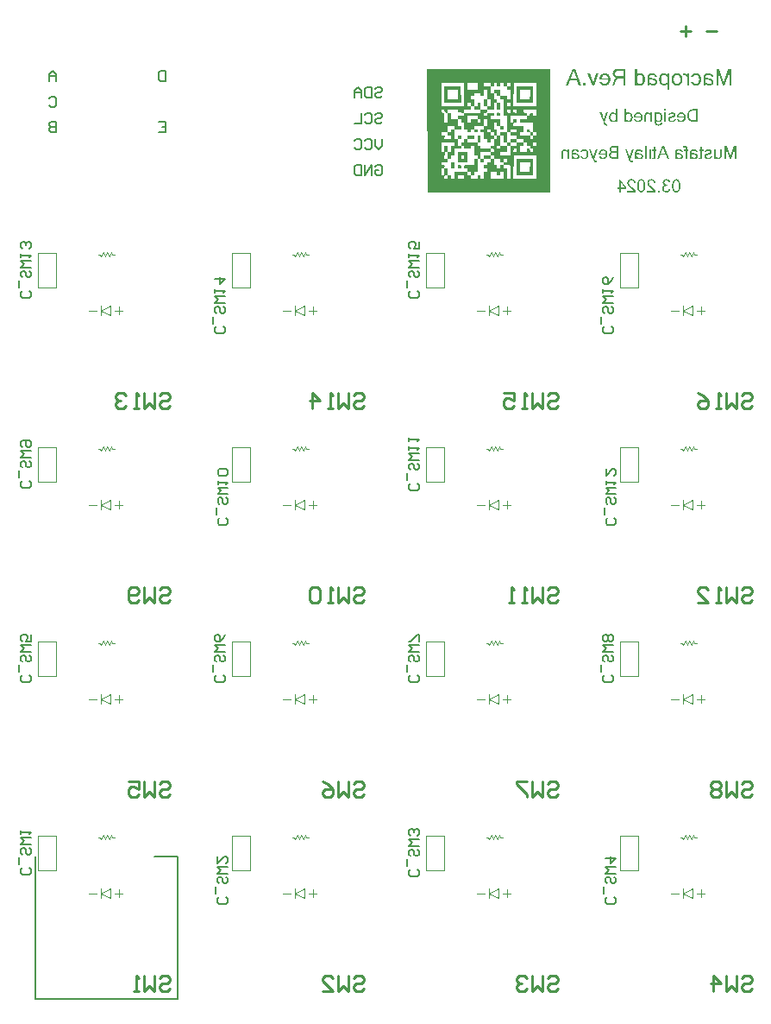
<source format=gbo>
G04*
G04 #@! TF.GenerationSoftware,Altium Limited,Altium Designer,22.5.1 (42)*
G04*
G04 Layer_Color=32896*
%FSLAX25Y25*%
%MOIN*%
G70*
G04*
G04 #@! TF.SameCoordinates,32CAE8D4-DEE8-46DF-9E53-7CF4BD0C5003*
G04*
G04*
G04 #@! TF.FilePolarity,Positive*
G04*
G01*
G75*
%ADD10C,0.01000*%
%ADD11C,0.00787*%
%ADD12C,0.00394*%
%ADD13C,0.00591*%
G36*
X209258Y321244D02*
X161648Y321236D01*
X161640Y368846D01*
X164856Y368854D01*
X209250D01*
X209258Y321244D01*
D02*
G37*
G36*
X254176Y326368D02*
X254279Y326358D01*
X254383Y326341D01*
X254476Y326325D01*
X254563Y326297D01*
X254645Y326270D01*
X254722Y326237D01*
X254792Y326210D01*
X254858Y326177D01*
X254913Y326145D01*
X254962Y326117D01*
X255000Y326095D01*
X255033Y326074D01*
X255055Y326057D01*
X255071Y326046D01*
X255077Y326041D01*
X255147Y325975D01*
X255213Y325904D01*
X255273Y325828D01*
X255322Y325751D01*
X255371Y325670D01*
X255410Y325593D01*
X255442Y325511D01*
X255470Y325435D01*
X255491Y325364D01*
X255513Y325298D01*
X255530Y325238D01*
X255541Y325184D01*
X255546Y325140D01*
X255552Y325107D01*
X255557Y325085D01*
Y325080D01*
X254896D01*
X254874Y325222D01*
X254836Y325342D01*
X254787Y325446D01*
X254727Y325538D01*
X254661Y325615D01*
X254591Y325680D01*
X254514Y325730D01*
X254438Y325773D01*
X254367Y325806D01*
X254296Y325828D01*
X254230Y325850D01*
X254170Y325861D01*
X254121Y325866D01*
X254083Y325871D01*
X254050D01*
X253919Y325861D01*
X253804Y325839D01*
X253706Y325806D01*
X253624Y325773D01*
X253559Y325735D01*
X253515Y325702D01*
X253488Y325680D01*
X253477Y325670D01*
X253411Y325588D01*
X253362Y325495D01*
X253324Y325396D01*
X253302Y325304D01*
X253286Y325222D01*
X253280Y325184D01*
Y325151D01*
X253275Y325129D01*
Y325107D01*
Y325096D01*
Y325091D01*
X253286Y324943D01*
X253313Y324812D01*
X253362Y324698D01*
X253422Y324599D01*
X253488Y324517D01*
X253570Y324447D01*
X253651Y324392D01*
X253739Y324348D01*
X253826Y324310D01*
X253908Y324283D01*
X253990Y324266D01*
X254055Y324250D01*
X254116Y324244D01*
X254165Y324239D01*
X254350D01*
Y323742D01*
X254006D01*
X253919Y323731D01*
X253832Y323720D01*
X253755Y323704D01*
X253684Y323682D01*
X253619Y323660D01*
X253559Y323638D01*
X253504Y323617D01*
X253455Y323589D01*
X253417Y323567D01*
X253384Y323546D01*
X253351Y323524D01*
X253329Y323507D01*
X253313Y323496D01*
X253307Y323491D01*
X253302Y323485D01*
X253253Y323436D01*
X253209Y323382D01*
X253171Y323327D01*
X253138Y323267D01*
X253089Y323147D01*
X253056Y323032D01*
X253040Y322929D01*
X253034Y322879D01*
X253029Y322841D01*
X253024Y322808D01*
Y322787D01*
Y322770D01*
Y322765D01*
X253029Y322683D01*
X253034Y322601D01*
X253067Y322453D01*
X253105Y322328D01*
X253154Y322219D01*
X253182Y322175D01*
X253204Y322131D01*
X253231Y322099D01*
X253247Y322071D01*
X253264Y322044D01*
X253280Y322028D01*
X253286Y322022D01*
X253291Y322017D01*
X253340Y321968D01*
X253395Y321924D01*
X253455Y321886D01*
X253515Y321853D01*
X253630Y321804D01*
X253744Y321771D01*
X253842Y321749D01*
X253886Y321744D01*
X253924Y321738D01*
X253957Y321733D01*
X254001D01*
X254083Y321738D01*
X254165Y321744D01*
X254307Y321777D01*
X254427Y321815D01*
X254531Y321864D01*
X254574Y321891D01*
X254607Y321913D01*
X254640Y321935D01*
X254667Y321957D01*
X254683Y321973D01*
X254700Y321984D01*
X254705Y321989D01*
X254711Y321995D01*
X254754Y322044D01*
X254792Y322099D01*
X254853Y322208D01*
X254896Y322312D01*
X254924Y322410D01*
X254945Y322497D01*
X254951Y322535D01*
Y322568D01*
X254956Y322596D01*
Y322612D01*
Y322623D01*
Y322628D01*
X255623D01*
X255611Y322514D01*
X255590Y322404D01*
X255562Y322301D01*
X255530Y322202D01*
X255497Y322110D01*
X255453Y322028D01*
X255415Y321951D01*
X255371Y321886D01*
X255328Y321820D01*
X255289Y321766D01*
X255251Y321722D01*
X255218Y321684D01*
X255186Y321651D01*
X255164Y321629D01*
X255153Y321618D01*
X255147Y321613D01*
X255060Y321547D01*
X254973Y321487D01*
X254880Y321438D01*
X254782Y321394D01*
X254683Y321356D01*
X254591Y321329D01*
X254498Y321302D01*
X254410Y321285D01*
X254323Y321269D01*
X254246Y321258D01*
X254176Y321247D01*
X254116Y321241D01*
X254066Y321236D01*
X254001D01*
X253870Y321241D01*
X253750Y321252D01*
X253635Y321274D01*
X253526Y321302D01*
X253422Y321334D01*
X253324Y321373D01*
X253236Y321411D01*
X253154Y321449D01*
X253084Y321487D01*
X253018Y321525D01*
X252963Y321564D01*
X252914Y321596D01*
X252882Y321624D01*
X252854Y321645D01*
X252838Y321656D01*
X252832Y321662D01*
X252750Y321744D01*
X252679Y321837D01*
X252614Y321924D01*
X252559Y322017D01*
X252516Y322115D01*
X252478Y322208D01*
X252445Y322295D01*
X252423Y322383D01*
X252401Y322464D01*
X252390Y322541D01*
X252379Y322606D01*
X252368Y322667D01*
Y322716D01*
X252363Y322748D01*
Y322776D01*
Y322781D01*
Y322868D01*
X252374Y322945D01*
X252401Y323098D01*
X252439Y323234D01*
X252483Y323354D01*
X252510Y323404D01*
X252532Y323453D01*
X252554Y323491D01*
X252570Y323524D01*
X252587Y323551D01*
X252598Y323567D01*
X252603Y323578D01*
X252608Y323584D01*
X252707Y323704D01*
X252821Y323802D01*
X252936Y323879D01*
X253051Y323944D01*
X253149Y323988D01*
X253193Y324004D01*
X253231Y324021D01*
X253264Y324031D01*
X253286Y324037D01*
X253302Y324042D01*
X253307D01*
X253182Y324108D01*
X253078Y324173D01*
X252985Y324250D01*
X252914Y324321D01*
X252854Y324381D01*
X252816Y324430D01*
X252789Y324468D01*
X252783Y324474D01*
Y324479D01*
X252729Y324588D01*
X252685Y324692D01*
X252658Y324796D01*
X252636Y324889D01*
X252625Y324965D01*
X252614Y325025D01*
Y325047D01*
Y325063D01*
Y325074D01*
Y325080D01*
X252620Y325184D01*
X252630Y325282D01*
X252652Y325375D01*
X252674Y325462D01*
X252707Y325549D01*
X252740Y325626D01*
X252772Y325691D01*
X252811Y325757D01*
X252849Y325812D01*
X252882Y325866D01*
X252914Y325910D01*
X252947Y325942D01*
X252969Y325970D01*
X252991Y325992D01*
X253002Y326003D01*
X253007Y326008D01*
X253084Y326074D01*
X253166Y326128D01*
X253253Y326177D01*
X253340Y326221D01*
X253428Y326254D01*
X253515Y326287D01*
X253684Y326330D01*
X253761Y326341D01*
X253837Y326352D01*
X253897Y326363D01*
X253957Y326368D01*
X254001Y326374D01*
X254066D01*
X254176Y326368D01*
D02*
G37*
G36*
X248322D02*
X248448Y326358D01*
X248563Y326336D01*
X248666Y326314D01*
X248770Y326281D01*
X248863Y326248D01*
X248945Y326216D01*
X249021Y326177D01*
X249092Y326139D01*
X249152Y326106D01*
X249207Y326074D01*
X249251Y326041D01*
X249283Y326019D01*
X249305Y325997D01*
X249322Y325986D01*
X249327Y325981D01*
X249404Y325904D01*
X249469Y325822D01*
X249529Y325741D01*
X249584Y325653D01*
X249627Y325566D01*
X249666Y325478D01*
X249698Y325391D01*
X249726Y325309D01*
X249747Y325233D01*
X249769Y325162D01*
X249780Y325096D01*
X249791Y325042D01*
X249802Y324998D01*
Y324960D01*
X249808Y324938D01*
Y324932D01*
X249147D01*
X249125Y325096D01*
X249081Y325238D01*
X249032Y325358D01*
X248983Y325457D01*
X248934Y325533D01*
X248907Y325560D01*
X248890Y325588D01*
X248868Y325609D01*
X248857Y325620D01*
X248852Y325631D01*
X248847D01*
X248797Y325675D01*
X248743Y325713D01*
X248634Y325768D01*
X248524Y325812D01*
X248426Y325844D01*
X248339Y325861D01*
X248301Y325866D01*
X248268D01*
X248246Y325871D01*
X248131D01*
X248055Y325861D01*
X247924Y325833D01*
X247809Y325795D01*
X247711Y325751D01*
X247640Y325708D01*
X247585Y325670D01*
X247553Y325642D01*
X247542Y325637D01*
Y325631D01*
X247498Y325588D01*
X247460Y325538D01*
X247405Y325429D01*
X247361Y325325D01*
X247329Y325222D01*
X247312Y325129D01*
X247307Y325091D01*
Y325052D01*
X247301Y325025D01*
Y325003D01*
Y324992D01*
Y324987D01*
X247307Y324905D01*
X247312Y324818D01*
X247345Y324665D01*
X247389Y324528D01*
X247438Y324408D01*
X247465Y324354D01*
X247493Y324305D01*
X247514Y324266D01*
X247536Y324234D01*
X247553Y324206D01*
X247569Y324184D01*
X247574Y324173D01*
X247580Y324168D01*
X247635Y324097D01*
X247706Y324021D01*
X247776Y323944D01*
X247858Y323868D01*
X248028Y323704D01*
X248202Y323551D01*
X248284Y323480D01*
X248361Y323414D01*
X248426Y323354D01*
X248492Y323300D01*
X248541Y323262D01*
X248579Y323229D01*
X248601Y323207D01*
X248612Y323202D01*
X248748Y323092D01*
X248868Y322983D01*
X248983Y322885D01*
X249087Y322787D01*
X249185Y322694D01*
X249267Y322612D01*
X249343Y322535D01*
X249409Y322464D01*
X249464Y322399D01*
X249513Y322344D01*
X249556Y322295D01*
X249589Y322257D01*
X249611Y322224D01*
X249627Y322202D01*
X249638Y322186D01*
X249644Y322181D01*
X249693Y322104D01*
X249737Y322028D01*
X249775Y321951D01*
X249802Y321875D01*
X249857Y321727D01*
X249889Y321596D01*
X249900Y321536D01*
X249906Y321482D01*
X249911Y321438D01*
X249917Y321394D01*
X249922Y321361D01*
Y321340D01*
Y321323D01*
Y321318D01*
X246630D01*
Y321907D01*
X249032D01*
X249021Y321951D01*
X248989Y322011D01*
X248945Y322077D01*
X248885Y322148D01*
X248814Y322224D01*
X248737Y322301D01*
X248574Y322464D01*
X248492Y322541D01*
X248410Y322612D01*
X248339Y322683D01*
X248268Y322738D01*
X248213Y322787D01*
X248170Y322825D01*
X248142Y322852D01*
X248131Y322858D01*
X247973Y322994D01*
X247826Y323120D01*
X247689Y323240D01*
X247569Y323354D01*
X247460Y323453D01*
X247367Y323551D01*
X247280Y323638D01*
X247203Y323715D01*
X247143Y323786D01*
X247089Y323846D01*
X247039Y323895D01*
X247007Y323939D01*
X246979Y323971D01*
X246963Y323999D01*
X246952Y324010D01*
X246947Y324015D01*
X246892Y324097D01*
X246848Y324173D01*
X246805Y324255D01*
X246772Y324343D01*
X246717Y324501D01*
X246684Y324654D01*
X246673Y324720D01*
X246663Y324780D01*
X246657Y324840D01*
X246652Y324883D01*
X246646Y324921D01*
Y324954D01*
Y324971D01*
Y324976D01*
X246652Y325085D01*
X246663Y325189D01*
X246684Y325293D01*
X246712Y325386D01*
X246739Y325473D01*
X246772Y325555D01*
X246810Y325631D01*
X246848Y325702D01*
X246886Y325762D01*
X246925Y325817D01*
X246957Y325866D01*
X246985Y325904D01*
X247012Y325937D01*
X247034Y325959D01*
X247045Y325970D01*
X247050Y325975D01*
X247132Y326046D01*
X247214Y326106D01*
X247307Y326161D01*
X247400Y326205D01*
X247493Y326243D01*
X247591Y326276D01*
X247684Y326303D01*
X247776Y326325D01*
X247858Y326341D01*
X247940Y326352D01*
X248011Y326363D01*
X248077Y326368D01*
X248126Y326374D01*
X248197D01*
X248322Y326368D01*
D02*
G37*
G36*
X240602D02*
X240728Y326358D01*
X240842Y326336D01*
X240946Y326314D01*
X241050Y326281D01*
X241143Y326248D01*
X241224Y326216D01*
X241301Y326177D01*
X241372Y326139D01*
X241432Y326106D01*
X241487Y326074D01*
X241530Y326041D01*
X241563Y326019D01*
X241585Y325997D01*
X241601Y325986D01*
X241607Y325981D01*
X241683Y325904D01*
X241749Y325822D01*
X241809Y325741D01*
X241863Y325653D01*
X241907Y325566D01*
X241945Y325478D01*
X241978Y325391D01*
X242005Y325309D01*
X242027Y325233D01*
X242049Y325162D01*
X242060Y325096D01*
X242071Y325042D01*
X242082Y324998D01*
Y324960D01*
X242087Y324938D01*
Y324932D01*
X241426D01*
X241405Y325096D01*
X241361Y325238D01*
X241312Y325358D01*
X241263Y325457D01*
X241213Y325533D01*
X241186Y325560D01*
X241170Y325588D01*
X241148Y325609D01*
X241137Y325620D01*
X241132Y325631D01*
X241126D01*
X241077Y325675D01*
X241022Y325713D01*
X240913Y325768D01*
X240804Y325812D01*
X240706Y325844D01*
X240618Y325861D01*
X240580Y325866D01*
X240547D01*
X240526Y325871D01*
X240411D01*
X240335Y325861D01*
X240203Y325833D01*
X240089Y325795D01*
X239990Y325751D01*
X239919Y325708D01*
X239865Y325670D01*
X239832Y325642D01*
X239821Y325637D01*
Y325631D01*
X239777Y325588D01*
X239739Y325538D01*
X239685Y325429D01*
X239641Y325325D01*
X239608Y325222D01*
X239592Y325129D01*
X239586Y325091D01*
Y325052D01*
X239581Y325025D01*
Y325003D01*
Y324992D01*
Y324987D01*
X239586Y324905D01*
X239592Y324818D01*
X239625Y324665D01*
X239668Y324528D01*
X239718Y324408D01*
X239745Y324354D01*
X239772Y324305D01*
X239794Y324266D01*
X239816Y324234D01*
X239832Y324206D01*
X239848Y324184D01*
X239854Y324173D01*
X239859Y324168D01*
X239914Y324097D01*
X239985Y324021D01*
X240056Y323944D01*
X240138Y323868D01*
X240307Y323704D01*
X240482Y323551D01*
X240564Y323480D01*
X240640Y323414D01*
X240706Y323354D01*
X240771Y323300D01*
X240820Y323262D01*
X240859Y323229D01*
X240880Y323207D01*
X240891Y323202D01*
X241028Y323092D01*
X241148Y322983D01*
X241263Y322885D01*
X241366Y322787D01*
X241465Y322694D01*
X241547Y322612D01*
X241623Y322535D01*
X241688Y322464D01*
X241743Y322399D01*
X241792Y322344D01*
X241836Y322295D01*
X241869Y322257D01*
X241891Y322224D01*
X241907Y322202D01*
X241918Y322186D01*
X241923Y322181D01*
X241972Y322104D01*
X242016Y322028D01*
X242054Y321951D01*
X242082Y321875D01*
X242136Y321727D01*
X242169Y321596D01*
X242180Y321536D01*
X242185Y321482D01*
X242191Y321438D01*
X242196Y321394D01*
X242202Y321361D01*
Y321340D01*
Y321323D01*
Y321318D01*
X238909D01*
Y321907D01*
X241312D01*
X241301Y321951D01*
X241268Y322011D01*
X241224Y322077D01*
X241164Y322148D01*
X241093Y322224D01*
X241017Y322301D01*
X240853Y322464D01*
X240771Y322541D01*
X240689Y322612D01*
X240618Y322683D01*
X240547Y322738D01*
X240493Y322787D01*
X240449Y322825D01*
X240422Y322852D01*
X240411Y322858D01*
X240253Y322994D01*
X240105Y323120D01*
X239969Y323240D01*
X239848Y323354D01*
X239739Y323453D01*
X239647Y323551D01*
X239559Y323638D01*
X239483Y323715D01*
X239423Y323786D01*
X239368Y323846D01*
X239319Y323895D01*
X239286Y323939D01*
X239259Y323971D01*
X239243Y323999D01*
X239231Y324010D01*
X239226Y324015D01*
X239172Y324097D01*
X239128Y324173D01*
X239084Y324255D01*
X239051Y324343D01*
X238997Y324501D01*
X238964Y324654D01*
X238953Y324720D01*
X238942Y324780D01*
X238937Y324840D01*
X238931Y324883D01*
X238926Y324921D01*
Y324954D01*
Y324971D01*
Y324976D01*
X238931Y325085D01*
X238942Y325189D01*
X238964Y325293D01*
X238991Y325386D01*
X239019Y325473D01*
X239051Y325555D01*
X239090Y325631D01*
X239128Y325702D01*
X239166Y325762D01*
X239204Y325817D01*
X239237Y325866D01*
X239264Y325904D01*
X239292Y325937D01*
X239313Y325959D01*
X239324Y325970D01*
X239330Y325975D01*
X239412Y326046D01*
X239494Y326106D01*
X239586Y326161D01*
X239679Y326205D01*
X239772Y326243D01*
X239870Y326276D01*
X239963Y326303D01*
X240056Y326325D01*
X240138Y326341D01*
X240220Y326352D01*
X240291Y326363D01*
X240356Y326368D01*
X240405Y326374D01*
X240476D01*
X240602Y326368D01*
D02*
G37*
G36*
X251446Y321318D02*
X250752D01*
Y322011D01*
X251446D01*
Y321318D01*
D02*
G37*
G36*
X238451Y323065D02*
Y322503D01*
X236327D01*
Y321318D01*
X235688D01*
Y322503D01*
X235016D01*
Y323065D01*
X235688D01*
Y326352D01*
X236190D01*
X238451Y323065D01*
D02*
G37*
G36*
X258003Y326368D02*
X258139Y326346D01*
X258271Y326308D01*
X258391Y326265D01*
X258500Y326205D01*
X258604Y326134D01*
X258702Y326057D01*
X258789Y325970D01*
X258871Y325877D01*
X258948Y325779D01*
X259013Y325670D01*
X259079Y325560D01*
X259133Y325446D01*
X259182Y325325D01*
X259270Y325085D01*
X259335Y324845D01*
X259384Y324610D01*
X259406Y324501D01*
X259423Y324397D01*
X259434Y324294D01*
X259444Y324201D01*
X259455Y324113D01*
X259461Y324037D01*
X259466Y323966D01*
Y323906D01*
X259472Y323862D01*
Y323824D01*
Y323802D01*
Y323797D01*
X259466Y323562D01*
X259455Y323343D01*
X259434Y323142D01*
X259401Y322950D01*
X259368Y322776D01*
X259324Y322612D01*
X259275Y322459D01*
X259221Y322317D01*
X259160Y322186D01*
X259095Y322066D01*
X259030Y321962D01*
X258959Y321864D01*
X258888Y321771D01*
X258817Y321695D01*
X258740Y321618D01*
X258664Y321558D01*
X258587Y321498D01*
X258511Y321449D01*
X258440Y321405D01*
X258369Y321373D01*
X258298Y321340D01*
X258232Y321312D01*
X258107Y321274D01*
X258052Y321263D01*
X258003Y321252D01*
X257959Y321247D01*
X257927Y321241D01*
X257894Y321236D01*
X257856D01*
X257708Y321241D01*
X257572Y321263D01*
X257441Y321302D01*
X257320Y321345D01*
X257206Y321405D01*
X257102Y321471D01*
X257009Y321553D01*
X256916Y321635D01*
X256835Y321727D01*
X256758Y321831D01*
X256693Y321935D01*
X256627Y322044D01*
X256573Y322159D01*
X256523Y322279D01*
X256436Y322519D01*
X256370Y322754D01*
X256321Y322989D01*
X256299Y323098D01*
X256283Y323202D01*
X256272Y323305D01*
X256261Y323398D01*
X256250Y323485D01*
X256245Y323562D01*
X256239Y323627D01*
Y323688D01*
X256234Y323731D01*
Y323769D01*
Y323791D01*
Y323797D01*
X256239Y324031D01*
X256250Y324250D01*
X256272Y324457D01*
X256305Y324648D01*
X256338Y324829D01*
X256381Y324992D01*
X256431Y325145D01*
X256485Y325287D01*
X256545Y325418D01*
X256611Y325538D01*
X256676Y325648D01*
X256747Y325746D01*
X256818Y325833D01*
X256895Y325915D01*
X256971Y325986D01*
X257042Y326052D01*
X257119Y326106D01*
X257195Y326161D01*
X257271Y326199D01*
X257342Y326237D01*
X257413Y326270D01*
X257479Y326297D01*
X257604Y326336D01*
X257659Y326346D01*
X257708Y326358D01*
X257746Y326363D01*
X257785Y326368D01*
X257817Y326374D01*
X257856D01*
X258003Y326368D01*
D02*
G37*
G36*
X244495D02*
X244632Y326346D01*
X244762Y326308D01*
X244883Y326265D01*
X244992Y326205D01*
X245096Y326134D01*
X245194Y326057D01*
X245281Y325970D01*
X245363Y325877D01*
X245440Y325779D01*
X245505Y325670D01*
X245571Y325560D01*
X245625Y325446D01*
X245674Y325325D01*
X245762Y325085D01*
X245827Y324845D01*
X245876Y324610D01*
X245898Y324501D01*
X245915Y324397D01*
X245925Y324294D01*
X245936Y324201D01*
X245947Y324113D01*
X245953Y324037D01*
X245958Y323966D01*
Y323906D01*
X245964Y323862D01*
Y323824D01*
Y323802D01*
Y323797D01*
X245958Y323562D01*
X245947Y323343D01*
X245925Y323142D01*
X245893Y322950D01*
X245860Y322776D01*
X245816Y322612D01*
X245767Y322459D01*
X245713Y322317D01*
X245653Y322186D01*
X245587Y322066D01*
X245521Y321962D01*
X245450Y321864D01*
X245379Y321771D01*
X245308Y321695D01*
X245232Y321618D01*
X245156Y321558D01*
X245079Y321498D01*
X245003Y321449D01*
X244932Y321405D01*
X244861Y321373D01*
X244790Y321340D01*
X244724Y321312D01*
X244599Y321274D01*
X244544Y321263D01*
X244495Y321252D01*
X244451Y321247D01*
X244419Y321241D01*
X244386Y321236D01*
X244348D01*
X244200Y321241D01*
X244064Y321263D01*
X243933Y321302D01*
X243812Y321345D01*
X243698Y321405D01*
X243594Y321471D01*
X243501Y321553D01*
X243408Y321635D01*
X243326Y321727D01*
X243250Y321831D01*
X243185Y321935D01*
X243119Y322044D01*
X243064Y322159D01*
X243015Y322279D01*
X242928Y322519D01*
X242862Y322754D01*
X242813Y322989D01*
X242792Y323098D01*
X242775Y323202D01*
X242764Y323305D01*
X242753Y323398D01*
X242742Y323485D01*
X242737Y323562D01*
X242731Y323627D01*
Y323688D01*
X242726Y323731D01*
Y323769D01*
Y323791D01*
Y323797D01*
X242731Y324031D01*
X242742Y324250D01*
X242764Y324457D01*
X242797Y324648D01*
X242830Y324829D01*
X242873Y324992D01*
X242922Y325145D01*
X242977Y325287D01*
X243037Y325418D01*
X243103Y325538D01*
X243168Y325648D01*
X243239Y325746D01*
X243310Y325833D01*
X243387Y325915D01*
X243463Y325986D01*
X243534Y326052D01*
X243611Y326106D01*
X243687Y326161D01*
X243763Y326199D01*
X243834Y326237D01*
X243905Y326270D01*
X243971Y326297D01*
X244096Y326336D01*
X244151Y326346D01*
X244200Y326358D01*
X244238Y326363D01*
X244277Y326368D01*
X244309Y326374D01*
X244348D01*
X244495Y326368D01*
D02*
G37*
G36*
X270411Y367229D02*
X270568Y367222D01*
X270719Y367201D01*
X270855Y367174D01*
X270985Y367147D01*
X271108Y367106D01*
X271224Y367065D01*
X271327Y367017D01*
X271422Y366969D01*
X271518Y366915D01*
X271600Y366860D01*
X271675Y366798D01*
X271805Y366669D01*
X271907Y366546D01*
X271996Y366416D01*
X272064Y366286D01*
X272112Y366170D01*
X272146Y366068D01*
X272167Y365979D01*
X272180Y365911D01*
Y365883D01*
X272187Y365863D01*
Y365856D01*
Y365849D01*
X271388D01*
X271368Y365986D01*
X271334Y366102D01*
X271272Y366204D01*
X271204Y366293D01*
X271115Y366368D01*
X271026Y366430D01*
X270924Y366477D01*
X270828Y366518D01*
X270726Y366553D01*
X270630Y366573D01*
X270534Y366594D01*
X270452Y366600D01*
X270384Y366607D01*
X270336Y366614D01*
X270288D01*
X270111Y366607D01*
X269954Y366594D01*
X269831Y366566D01*
X269722Y366546D01*
X269647Y366518D01*
X269585Y366491D01*
X269558Y366477D01*
X269544Y366471D01*
X269462Y366416D01*
X269401Y366354D01*
X269353Y366293D01*
X269319Y366238D01*
X269291Y366184D01*
X269278Y366143D01*
X269264Y366115D01*
Y366109D01*
X269244Y366013D01*
X269230Y365904D01*
X269223Y365788D01*
X269216Y365678D01*
X269209Y365569D01*
Y365521D01*
Y365487D01*
Y365453D01*
Y365426D01*
Y365412D01*
Y365405D01*
X269599D01*
X269845Y365398D01*
X270077Y365385D01*
X270295Y365364D01*
X270493Y365337D01*
X270685Y365303D01*
X270855Y365262D01*
X271019Y365214D01*
X271170Y365159D01*
X271306Y365098D01*
X271436Y365036D01*
X271545Y364975D01*
X271655Y364907D01*
X271750Y364838D01*
X271832Y364763D01*
X271907Y364688D01*
X271975Y364620D01*
X272037Y364545D01*
X272092Y364469D01*
X272133Y364394D01*
X272174Y364326D01*
X272235Y364196D01*
X272276Y364073D01*
X272297Y363971D01*
X272303Y363930D01*
X272310Y363896D01*
X272317Y363868D01*
Y363848D01*
Y363834D01*
Y363827D01*
X272310Y363725D01*
X272297Y363622D01*
X272276Y363527D01*
X272249Y363438D01*
X272180Y363281D01*
X272098Y363144D01*
X272064Y363090D01*
X272023Y363035D01*
X271989Y362994D01*
X271955Y362960D01*
X271928Y362926D01*
X271907Y362905D01*
X271894Y362898D01*
X271887Y362892D01*
X271805Y362830D01*
X271716Y362776D01*
X271620Y362728D01*
X271532Y362687D01*
X271347Y362625D01*
X271170Y362584D01*
X271088Y362564D01*
X271012Y362557D01*
X270951Y362550D01*
X270890Y362543D01*
X270842Y362537D01*
X270780D01*
X270603Y362543D01*
X270439Y362564D01*
X270275Y362591D01*
X270131Y362625D01*
X269988Y362666D01*
X269858Y362714D01*
X269742Y362762D01*
X269633Y362817D01*
X269537Y362871D01*
X269455Y362919D01*
X269380Y362967D01*
X269319Y363008D01*
X269271Y363042D01*
X269237Y363076D01*
X269216Y363090D01*
X269209Y363097D01*
Y362639D01*
X268410D01*
Y365548D01*
X268417Y365726D01*
X268431Y365897D01*
X268458Y366047D01*
X268485Y366184D01*
X268519Y366307D01*
X268561Y366416D01*
X268608Y366512D01*
X268649Y366600D01*
X268697Y366669D01*
X268745Y366730D01*
X268786Y366785D01*
X268820Y366826D01*
X268847Y366853D01*
X268875Y366880D01*
X268888Y366887D01*
X268895Y366894D01*
X268991Y366955D01*
X269093Y367010D01*
X269202Y367051D01*
X269312Y367092D01*
X269537Y367154D01*
X269749Y367195D01*
X269851Y367208D01*
X269940Y367215D01*
X270029Y367229D01*
X270097D01*
X270159Y367236D01*
X270241D01*
X270411Y367229D01*
D02*
G37*
G36*
X248685D02*
X248842Y367222D01*
X248993Y367201D01*
X249129Y367174D01*
X249259Y367147D01*
X249382Y367106D01*
X249498Y367065D01*
X249600Y367017D01*
X249696Y366969D01*
X249792Y366915D01*
X249874Y366860D01*
X249949Y366798D01*
X250079Y366669D01*
X250181Y366546D01*
X250270Y366416D01*
X250338Y366286D01*
X250386Y366170D01*
X250420Y366068D01*
X250441Y365979D01*
X250454Y365911D01*
Y365883D01*
X250461Y365863D01*
Y365856D01*
Y365849D01*
X249662D01*
X249641Y365986D01*
X249607Y366102D01*
X249546Y366204D01*
X249478Y366293D01*
X249389Y366368D01*
X249300Y366430D01*
X249198Y366477D01*
X249102Y366518D01*
X248999Y366553D01*
X248904Y366573D01*
X248808Y366594D01*
X248726Y366600D01*
X248658Y366607D01*
X248610Y366614D01*
X248562D01*
X248385Y366607D01*
X248228Y366594D01*
X248105Y366566D01*
X247995Y366546D01*
X247920Y366518D01*
X247859Y366491D01*
X247832Y366477D01*
X247818Y366471D01*
X247736Y366416D01*
X247674Y366354D01*
X247627Y366293D01*
X247592Y366238D01*
X247565Y366184D01*
X247551Y366143D01*
X247538Y366115D01*
Y366109D01*
X247517Y366013D01*
X247504Y365904D01*
X247497Y365788D01*
X247490Y365678D01*
X247483Y365569D01*
Y365521D01*
Y365487D01*
Y365453D01*
Y365426D01*
Y365412D01*
Y365405D01*
X247872D01*
X248118Y365398D01*
X248351Y365385D01*
X248569Y365364D01*
X248767Y365337D01*
X248958Y365303D01*
X249129Y365262D01*
X249293Y365214D01*
X249443Y365159D01*
X249580Y365098D01*
X249710Y365036D01*
X249819Y364975D01*
X249928Y364907D01*
X250024Y364838D01*
X250106Y364763D01*
X250181Y364688D01*
X250249Y364620D01*
X250311Y364545D01*
X250365Y364469D01*
X250406Y364394D01*
X250447Y364326D01*
X250509Y364196D01*
X250550Y364073D01*
X250570Y363971D01*
X250577Y363930D01*
X250584Y363896D01*
X250591Y363868D01*
Y363848D01*
Y363834D01*
Y363827D01*
X250584Y363725D01*
X250570Y363622D01*
X250550Y363527D01*
X250522Y363438D01*
X250454Y363281D01*
X250372Y363144D01*
X250338Y363090D01*
X250297Y363035D01*
X250263Y362994D01*
X250229Y362960D01*
X250202Y362926D01*
X250181Y362905D01*
X250167Y362898D01*
X250161Y362892D01*
X250079Y362830D01*
X249990Y362776D01*
X249894Y362728D01*
X249805Y362687D01*
X249621Y362625D01*
X249443Y362584D01*
X249361Y362564D01*
X249286Y362557D01*
X249225Y362550D01*
X249163Y362543D01*
X249115Y362537D01*
X249054D01*
X248877Y362543D01*
X248712Y362564D01*
X248549Y362591D01*
X248405Y362625D01*
X248262Y362666D01*
X248132Y362714D01*
X248016Y362762D01*
X247907Y362817D01*
X247811Y362871D01*
X247729Y362919D01*
X247654Y362967D01*
X247592Y363008D01*
X247545Y363042D01*
X247511Y363076D01*
X247490Y363090D01*
X247483Y363097D01*
Y362639D01*
X246684D01*
Y365548D01*
X246691Y365726D01*
X246705Y365897D01*
X246732Y366047D01*
X246759Y366184D01*
X246793Y366307D01*
X246834Y366416D01*
X246882Y366512D01*
X246923Y366600D01*
X246971Y366669D01*
X247019Y366730D01*
X247060Y366785D01*
X247094Y366826D01*
X247121Y366853D01*
X247148Y366880D01*
X247162Y366887D01*
X247169Y366894D01*
X247265Y366955D01*
X247367Y367010D01*
X247476Y367051D01*
X247586Y367092D01*
X247811Y367154D01*
X248023Y367195D01*
X248125Y367208D01*
X248214Y367215D01*
X248303Y367229D01*
X248371D01*
X248432Y367236D01*
X248515D01*
X248685Y367229D01*
D02*
G37*
G36*
X279195Y362639D02*
X278409D01*
Y367925D01*
X276640Y362639D01*
X275903D01*
X274127Y367925D01*
Y362639D01*
X273348D01*
Y368854D01*
X274585D01*
X276272Y363670D01*
X277959Y368854D01*
X279195D01*
Y362639D01*
D02*
G37*
G36*
X226037D02*
X225320D01*
X223619Y367133D01*
X224486D01*
X225675Y363616D01*
X226870Y367133D01*
X227738D01*
X226037Y362639D01*
D02*
G37*
G36*
X265583Y367229D02*
X265747Y367208D01*
X265904Y367181D01*
X266047Y367140D01*
X266184Y367092D01*
X266314Y367044D01*
X266430Y366983D01*
X266532Y366928D01*
X266628Y366874D01*
X266710Y366819D01*
X266778Y366764D01*
X266832Y366717D01*
X266880Y366675D01*
X266915Y366648D01*
X266935Y366628D01*
X266942Y366621D01*
X267044Y366498D01*
X267133Y366368D01*
X267208Y366232D01*
X267277Y366088D01*
X267331Y365945D01*
X267372Y365801D01*
X267413Y365658D01*
X267440Y365521D01*
X267468Y365391D01*
X267488Y365275D01*
X267495Y365166D01*
X267509Y365070D01*
Y364995D01*
X267515Y364934D01*
Y364900D01*
Y364886D01*
X267509Y364681D01*
X267488Y364490D01*
X267461Y364312D01*
X267427Y364142D01*
X267379Y363984D01*
X267331Y363848D01*
X267283Y363718D01*
X267229Y363602D01*
X267174Y363493D01*
X267126Y363404D01*
X267072Y363329D01*
X267031Y363267D01*
X266997Y363213D01*
X266969Y363178D01*
X266949Y363158D01*
X266942Y363151D01*
X266826Y363042D01*
X266710Y362946D01*
X266587Y362864D01*
X266457Y362796D01*
X266327Y362735D01*
X266197Y362687D01*
X266074Y362646D01*
X265958Y362612D01*
X265842Y362591D01*
X265740Y362571D01*
X265644Y362557D01*
X265562Y362543D01*
X265494D01*
X265446Y362537D01*
X265405D01*
X265268Y362543D01*
X265139Y362550D01*
X265016Y362571D01*
X264900Y362591D01*
X264790Y362625D01*
X264695Y362653D01*
X264599Y362687D01*
X264510Y362721D01*
X264435Y362755D01*
X264367Y362789D01*
X264312Y362823D01*
X264264Y362851D01*
X264224Y362871D01*
X264196Y362892D01*
X264182Y362898D01*
X264176Y362905D01*
X264087Y362981D01*
X264005Y363056D01*
X263937Y363144D01*
X263875Y363226D01*
X263821Y363315D01*
X263773Y363404D01*
X263698Y363581D01*
X263663Y363664D01*
X263643Y363739D01*
X263622Y363800D01*
X263609Y363861D01*
X263602Y363909D01*
X263595Y363950D01*
X263588Y363971D01*
Y363978D01*
X264415D01*
X264428Y363841D01*
X264469Y363718D01*
X264517Y363609D01*
X264572Y363527D01*
X264626Y363459D01*
X264667Y363411D01*
X264702Y363377D01*
X264715Y363370D01*
X264825Y363301D01*
X264941Y363247D01*
X265057Y363213D01*
X265166Y363185D01*
X265262Y363172D01*
X265337Y363165D01*
X265364Y363158D01*
X265405D01*
X265508Y363165D01*
X265610Y363178D01*
X265706Y363199D01*
X265794Y363226D01*
X265951Y363295D01*
X266081Y363377D01*
X266143Y363411D01*
X266191Y363452D01*
X266231Y363486D01*
X266272Y363520D01*
X266300Y363547D01*
X266320Y363568D01*
X266327Y363581D01*
X266334Y363588D01*
X266395Y363677D01*
X266450Y363773D01*
X266498Y363868D01*
X266539Y363978D01*
X266600Y364189D01*
X266641Y364401D01*
X266662Y364497D01*
X266669Y364592D01*
X266675Y364674D01*
X266682Y364743D01*
X266689Y364804D01*
Y364845D01*
Y364879D01*
Y364886D01*
X266682Y365043D01*
X266675Y365187D01*
X266655Y365323D01*
X266634Y365453D01*
X266607Y365569D01*
X266580Y365671D01*
X266546Y365767D01*
X266512Y365856D01*
X266477Y365931D01*
X266443Y365992D01*
X266416Y366054D01*
X266389Y366095D01*
X266368Y366129D01*
X266348Y366156D01*
X266341Y366170D01*
X266334Y366177D01*
X266266Y366252D01*
X266191Y366320D01*
X266115Y366382D01*
X266040Y366430D01*
X265958Y366471D01*
X265883Y366505D01*
X265733Y366559D01*
X265603Y366594D01*
X265548Y366600D01*
X265501Y366607D01*
X265460Y366614D01*
X265405D01*
X265262Y366607D01*
X265125Y366580D01*
X265009Y366546D01*
X264907Y366512D01*
X264825Y366471D01*
X264763Y366437D01*
X264729Y366409D01*
X264715Y366402D01*
X264620Y366314D01*
X264545Y366218D01*
X264497Y366115D01*
X264456Y366013D01*
X264435Y365924D01*
X264422Y365856D01*
X264415Y365829D01*
Y365808D01*
Y365794D01*
Y365788D01*
X263588D01*
X263609Y365917D01*
X263636Y366034D01*
X263677Y366150D01*
X263718Y366252D01*
X263766Y366348D01*
X263814Y366437D01*
X263861Y366518D01*
X263916Y366587D01*
X263964Y366648D01*
X264012Y366710D01*
X264059Y366751D01*
X264094Y366792D01*
X264128Y366819D01*
X264155Y366846D01*
X264169Y366853D01*
X264176Y366860D01*
X264271Y366928D01*
X264367Y366983D01*
X264469Y367038D01*
X264572Y367078D01*
X264784Y367147D01*
X264975Y367188D01*
X265064Y367201D01*
X265145Y367215D01*
X265221Y367222D01*
X265282Y367229D01*
X265337Y367236D01*
X265405D01*
X265583Y367229D01*
D02*
G37*
G36*
X230435D02*
X230599Y367208D01*
X230756Y367181D01*
X230900Y367140D01*
X231036Y367092D01*
X231159Y367038D01*
X231276Y366983D01*
X231385Y366921D01*
X231474Y366860D01*
X231556Y366805D01*
X231631Y366751D01*
X231685Y366703D01*
X231733Y366669D01*
X231767Y366634D01*
X231788Y366614D01*
X231795Y366607D01*
X231897Y366484D01*
X231986Y366354D01*
X232061Y366218D01*
X232129Y366074D01*
X232184Y365931D01*
X232232Y365788D01*
X232273Y365651D01*
X232300Y365514D01*
X232327Y365385D01*
X232341Y365268D01*
X232355Y365159D01*
X232368Y365070D01*
Y364988D01*
X232375Y364934D01*
Y364900D01*
Y364886D01*
X232368Y364681D01*
X232348Y364490D01*
X232320Y364312D01*
X232280Y364148D01*
X232239Y363991D01*
X232184Y363848D01*
X232129Y363718D01*
X232075Y363602D01*
X232020Y363499D01*
X231965Y363404D01*
X231911Y363329D01*
X231870Y363267D01*
X231829Y363219D01*
X231802Y363178D01*
X231781Y363158D01*
X231774Y363151D01*
X231658Y363042D01*
X231528Y362946D01*
X231399Y362864D01*
X231269Y362796D01*
X231132Y362735D01*
X231002Y362687D01*
X230873Y362646D01*
X230750Y362612D01*
X230627Y362591D01*
X230524Y362571D01*
X230422Y362557D01*
X230340Y362543D01*
X230272D01*
X230217Y362537D01*
X230176D01*
X230032Y362543D01*
X229896Y362550D01*
X229766Y362571D01*
X229643Y362598D01*
X229534Y362625D01*
X229425Y362653D01*
X229322Y362687D01*
X229233Y362728D01*
X229151Y362762D01*
X229083Y362796D01*
X229022Y362823D01*
X228967Y362851D01*
X228926Y362878D01*
X228899Y362898D01*
X228878Y362905D01*
X228871Y362912D01*
X228776Y362987D01*
X228687Y363069D01*
X228612Y363151D01*
X228544Y363240D01*
X228482Y363329D01*
X228434Y363418D01*
X228386Y363499D01*
X228352Y363588D01*
X228318Y363664D01*
X228298Y363739D01*
X228277Y363807D01*
X228257Y363861D01*
X228250Y363909D01*
X228243Y363950D01*
X228236Y363971D01*
Y363978D01*
X229063D01*
X229069Y363909D01*
X229083Y363841D01*
X229131Y363718D01*
X229186Y363616D01*
X229254Y363527D01*
X229315Y363459D01*
X229370Y363411D01*
X229411Y363383D01*
X229418Y363370D01*
X229425D01*
X229554Y363301D01*
X229684Y363247D01*
X229807Y363213D01*
X229923Y363185D01*
X230026Y363172D01*
X230067Y363165D01*
X230108D01*
X230135Y363158D01*
X230176D01*
X230278Y363165D01*
X230374Y363172D01*
X230558Y363219D01*
X230715Y363274D01*
X230852Y363349D01*
X230907Y363383D01*
X230961Y363418D01*
X231009Y363445D01*
X231043Y363472D01*
X231071Y363499D01*
X231091Y363520D01*
X231105Y363527D01*
X231112Y363534D01*
X231180Y363609D01*
X231241Y363691D01*
X231296Y363780D01*
X231337Y363875D01*
X231419Y364066D01*
X231467Y364258D01*
X231487Y364347D01*
X231508Y364428D01*
X231521Y364504D01*
X231528Y364565D01*
X231535Y364620D01*
X231542Y364661D01*
Y364688D01*
Y364695D01*
X228154D01*
Y364886D01*
X228161Y365091D01*
X228182Y365282D01*
X228209Y365460D01*
X228243Y365631D01*
X228284Y365788D01*
X228339Y365924D01*
X228386Y366054D01*
X228441Y366177D01*
X228496Y366279D01*
X228544Y366368D01*
X228591Y366443D01*
X228639Y366505D01*
X228673Y366559D01*
X228701Y366594D01*
X228721Y366614D01*
X228728Y366621D01*
X228837Y366730D01*
X228960Y366826D01*
X229083Y366908D01*
X229213Y366976D01*
X229336Y367038D01*
X229466Y367085D01*
X229589Y367126D01*
X229712Y367160D01*
X229828Y367181D01*
X229930Y367201D01*
X230026Y367215D01*
X230108Y367229D01*
X230169D01*
X230224Y367236D01*
X230265D01*
X230435Y367229D01*
D02*
G37*
G36*
X261034D02*
X261150Y367201D01*
X261266Y367167D01*
X261375Y367120D01*
X261478Y367065D01*
X261573Y367003D01*
X261669Y366942D01*
X261751Y366874D01*
X261826Y366805D01*
X261888Y366744D01*
X261949Y366682D01*
X261997Y366628D01*
X262031Y366580D01*
X262065Y366546D01*
X262079Y366518D01*
X262086Y366512D01*
Y367133D01*
X262885D01*
Y362639D01*
X262086D01*
Y365815D01*
X262004Y365931D01*
X261915Y366027D01*
X261826Y366115D01*
X261737Y366184D01*
X261649Y366245D01*
X261560Y366300D01*
X261478Y366341D01*
X261396Y366375D01*
X261321Y366402D01*
X261252Y366423D01*
X261191Y366437D01*
X261136Y366450D01*
X261095D01*
X261061Y366457D01*
X260925D01*
X260822Y366450D01*
X260740Y366443D01*
X260672Y366437D01*
X260617Y366423D01*
X260583Y366416D01*
X260556Y366409D01*
X260549D01*
Y367201D01*
X260685Y367222D01*
X260747Y367229D01*
X260802D01*
X260849Y367236D01*
X260911D01*
X261034Y367229D01*
D02*
G37*
G36*
X238263Y362639D02*
X237436D01*
Y365296D01*
X235913D01*
X235742Y365282D01*
X235585Y365255D01*
X235442Y365207D01*
X235319Y365159D01*
X235216Y365105D01*
X235175Y365084D01*
X235141Y365057D01*
X235114Y365043D01*
X235093Y365030D01*
X235087Y365016D01*
X235080D01*
X234950Y364907D01*
X234841Y364784D01*
X234752Y364661D01*
X234677Y364551D01*
X234622Y364449D01*
X234602Y364401D01*
X234581Y364367D01*
X234568Y364333D01*
X234561Y364312D01*
X234554Y364299D01*
Y364292D01*
X233967Y362639D01*
X233079D01*
X233700Y364326D01*
X233769Y364490D01*
X233844Y364640D01*
X233919Y364770D01*
X234001Y364886D01*
X234083Y364995D01*
X234165Y365084D01*
X234247Y365166D01*
X234322Y365234D01*
X234397Y365289D01*
X234465Y365337D01*
X234527Y365378D01*
X234581Y365405D01*
X234629Y365426D01*
X234663Y365439D01*
X234684Y365453D01*
X234690D01*
Y365467D01*
X234574Y365494D01*
X234458Y365528D01*
X234356Y365569D01*
X234253Y365610D01*
X234165Y365658D01*
X234083Y365706D01*
X234008Y365754D01*
X233932Y365801D01*
X233871Y365849D01*
X233816Y365890D01*
X233775Y365931D01*
X233734Y365965D01*
X233707Y365992D01*
X233686Y366013D01*
X233673Y366027D01*
X233666Y366034D01*
X233598Y366115D01*
X233543Y366204D01*
X233488Y366293D01*
X233448Y366382D01*
X233379Y366566D01*
X233338Y366737D01*
X233325Y366812D01*
X233311Y366887D01*
X233304Y366949D01*
X233297Y367003D01*
X233290Y367051D01*
Y367085D01*
Y367106D01*
Y367113D01*
Y367215D01*
X233304Y367318D01*
X233338Y367509D01*
X233386Y367680D01*
X233434Y367830D01*
X233461Y367891D01*
X233488Y367953D01*
X233516Y368001D01*
X233536Y368041D01*
X233557Y368076D01*
X233570Y368103D01*
X233577Y368117D01*
X233584Y368124D01*
X233639Y368205D01*
X233700Y368281D01*
X233762Y368342D01*
X233823Y368404D01*
X233946Y368506D01*
X234062Y368588D01*
X234172Y368642D01*
X234212Y368663D01*
X234253Y368684D01*
X234288Y368697D01*
X234308Y368704D01*
X234322Y368711D01*
X234329D01*
X234513Y368759D01*
X234704Y368793D01*
X234902Y368820D01*
X235093Y368834D01*
X235175Y368841D01*
X235257Y368847D01*
X235326D01*
X235387Y368854D01*
X238263D01*
Y362639D01*
D02*
G37*
G36*
X222731D02*
X221864D01*
Y363506D01*
X222731D01*
Y362639D01*
D02*
G37*
G36*
X221099D02*
X220231D01*
X219548Y364531D01*
X216939D01*
X216222Y362639D01*
X215293D01*
X217827Y368854D01*
X218715D01*
X221099Y362639D01*
D02*
G37*
G36*
X258343Y367229D02*
X258507Y367208D01*
X258664Y367181D01*
X258807Y367140D01*
X258944Y367092D01*
X259074Y367044D01*
X259190Y366983D01*
X259292Y366928D01*
X259388Y366874D01*
X259470Y366819D01*
X259538Y366764D01*
X259593Y366717D01*
X259641Y366675D01*
X259675Y366648D01*
X259695Y366628D01*
X259702Y366621D01*
X259805Y366498D01*
X259893Y366368D01*
X259968Y366232D01*
X260037Y366088D01*
X260091Y365945D01*
X260132Y365801D01*
X260173Y365658D01*
X260201Y365521D01*
X260228Y365391D01*
X260248Y365275D01*
X260255Y365166D01*
X260269Y365070D01*
Y364995D01*
X260276Y364934D01*
Y364900D01*
Y364886D01*
X260269Y364681D01*
X260248Y364490D01*
X260221Y364312D01*
X260187Y364142D01*
X260139Y363984D01*
X260091Y363848D01*
X260044Y363718D01*
X259989Y363602D01*
X259934Y363493D01*
X259886Y363404D01*
X259832Y363329D01*
X259791Y363267D01*
X259757Y363213D01*
X259729Y363178D01*
X259709Y363158D01*
X259702Y363151D01*
X259586Y363042D01*
X259470Y362946D01*
X259347Y362864D01*
X259217Y362796D01*
X259087Y362735D01*
X258958Y362687D01*
X258835Y362646D01*
X258718Y362612D01*
X258602Y362591D01*
X258500Y362571D01*
X258404Y362557D01*
X258322Y362543D01*
X258254D01*
X258206Y362537D01*
X258165D01*
X257988Y362543D01*
X257824Y362564D01*
X257667Y362591D01*
X257516Y362632D01*
X257380Y362680D01*
X257257Y362735D01*
X257141Y362789D01*
X257038Y362844D01*
X256943Y362898D01*
X256861Y362960D01*
X256792Y363008D01*
X256731Y363056D01*
X256690Y363097D01*
X256656Y363124D01*
X256635Y363144D01*
X256628Y363151D01*
X256526Y363274D01*
X256437Y363404D01*
X256362Y363541D01*
X256294Y363684D01*
X256239Y363827D01*
X256191Y363971D01*
X256157Y364114D01*
X256123Y364251D01*
X256103Y364381D01*
X256082Y364497D01*
X256075Y364606D01*
X256062Y364702D01*
Y364777D01*
X256055Y364838D01*
Y364872D01*
Y364886D01*
X256062Y365091D01*
X256082Y365282D01*
X256109Y365460D01*
X256144Y365631D01*
X256185Y365788D01*
X256239Y365924D01*
X256287Y366054D01*
X256342Y366177D01*
X256396Y366279D01*
X256444Y366368D01*
X256492Y366443D01*
X256540Y366505D01*
X256574Y366559D01*
X256601Y366594D01*
X256622Y366614D01*
X256628Y366621D01*
X256738Y366730D01*
X256861Y366826D01*
X256984Y366908D01*
X257113Y366976D01*
X257236Y367038D01*
X257366Y367085D01*
X257489Y367126D01*
X257612Y367160D01*
X257728Y367181D01*
X257831Y367201D01*
X257926Y367215D01*
X258008Y367229D01*
X258070D01*
X258124Y367236D01*
X258165D01*
X258343Y367229D01*
D02*
G37*
G36*
X242654Y366792D02*
X242750Y366867D01*
X242852Y366935D01*
X242955Y366997D01*
X243057Y367051D01*
X243167Y367092D01*
X243269Y367126D01*
X243460Y367181D01*
X243549Y367201D01*
X243631Y367215D01*
X243706Y367222D01*
X243768Y367229D01*
X243822Y367236D01*
X243891D01*
X244041Y367229D01*
X244184Y367208D01*
X244321Y367174D01*
X244444Y367133D01*
X244567Y367085D01*
X244676Y367031D01*
X244778Y366976D01*
X244874Y366915D01*
X244956Y366853D01*
X245031Y366798D01*
X245099Y366744D01*
X245154Y366696D01*
X245195Y366655D01*
X245222Y366621D01*
X245243Y366600D01*
X245250Y366594D01*
X245345Y366471D01*
X245427Y366334D01*
X245502Y366197D01*
X245564Y366054D01*
X245612Y365904D01*
X245659Y365760D01*
X245694Y365617D01*
X245721Y365480D01*
X245742Y365351D01*
X245762Y365234D01*
X245776Y365125D01*
X245782Y365036D01*
Y364961D01*
X245789Y364900D01*
Y364865D01*
Y364852D01*
X245782Y364661D01*
X245769Y364476D01*
X245742Y364299D01*
X245714Y364135D01*
X245680Y363984D01*
X245639Y363848D01*
X245591Y363718D01*
X245543Y363609D01*
X245502Y363506D01*
X245455Y363411D01*
X245414Y363336D01*
X245379Y363274D01*
X245352Y363226D01*
X245325Y363185D01*
X245311Y363165D01*
X245304Y363158D01*
X245209Y363049D01*
X245106Y362953D01*
X244997Y362871D01*
X244888Y362796D01*
X244772Y362741D01*
X244655Y362687D01*
X244546Y362646D01*
X244437Y362612D01*
X244335Y362591D01*
X244246Y362571D01*
X244157Y362557D01*
X244082Y362543D01*
X244020D01*
X243979Y362537D01*
X243938D01*
X243802Y362543D01*
X243665Y362564D01*
X243542Y362598D01*
X243419Y362639D01*
X243310Y362687D01*
X243201Y362735D01*
X243105Y362796D01*
X243016Y362858D01*
X242934Y362912D01*
X242859Y362974D01*
X242798Y363021D01*
X242750Y363076D01*
X242709Y363110D01*
X242682Y363144D01*
X242661Y363165D01*
X242654Y363172D01*
Y362639D01*
X241855D01*
Y368854D01*
X242654D01*
Y366792D01*
D02*
G37*
G36*
X253214Y367229D02*
X253350Y367208D01*
X253473Y367174D01*
X253596Y367140D01*
X253705Y367085D01*
X253815Y367038D01*
X253910Y366976D01*
X253999Y366921D01*
X254081Y366860D01*
X254149Y366798D01*
X254218Y366751D01*
X254265Y366703D01*
X254306Y366662D01*
X254334Y366628D01*
X254354Y366607D01*
X254361Y366600D01*
Y367133D01*
X255160D01*
Y360911D01*
X254361D01*
Y362981D01*
X254265Y362905D01*
X254163Y362837D01*
X254060Y362776D01*
X253958Y362721D01*
X253849Y362680D01*
X253746Y362646D01*
X253555Y362591D01*
X253466Y362571D01*
X253384Y362557D01*
X253316Y362550D01*
X253255Y362543D01*
X253200Y362537D01*
X253132D01*
X252981Y362543D01*
X252838Y362564D01*
X252701Y362598D01*
X252572Y362639D01*
X252449Y362687D01*
X252339Y362735D01*
X252230Y362796D01*
X252141Y362858D01*
X252052Y362912D01*
X251977Y362974D01*
X251916Y363021D01*
X251861Y363076D01*
X251820Y363110D01*
X251793Y363144D01*
X251772Y363165D01*
X251765Y363172D01*
X251670Y363295D01*
X251588Y363431D01*
X251513Y363575D01*
X251451Y363718D01*
X251404Y363861D01*
X251356Y364005D01*
X251322Y364148D01*
X251294Y364285D01*
X251274Y364415D01*
X251253Y364538D01*
X251240Y364647D01*
X251233Y364736D01*
X251226Y364811D01*
Y364872D01*
Y364907D01*
Y364920D01*
X251233Y365118D01*
X251247Y365296D01*
X251274Y365473D01*
X251301Y365631D01*
X251335Y365781D01*
X251376Y365924D01*
X251424Y366047D01*
X251465Y366163D01*
X251513Y366266D01*
X251561Y366354D01*
X251602Y366430D01*
X251636Y366491D01*
X251663Y366546D01*
X251690Y366580D01*
X251704Y366600D01*
X251711Y366607D01*
X251806Y366717D01*
X251909Y366812D01*
X252011Y366901D01*
X252128Y366969D01*
X252237Y367031D01*
X252353Y367085D01*
X252462Y367126D01*
X252572Y367160D01*
X252674Y367181D01*
X252770Y367201D01*
X252858Y367215D01*
X252934Y367229D01*
X252995D01*
X253036Y367236D01*
X253077D01*
X253214Y367229D01*
D02*
G37*
G36*
X253930Y352740D02*
X253291D01*
Y353433D01*
X253930D01*
Y352740D01*
D02*
G37*
G36*
X251178Y352134D02*
X251293Y352118D01*
X251402Y352090D01*
X251500Y352058D01*
X251598Y352019D01*
X251686Y351976D01*
X251768Y351932D01*
X251844Y351883D01*
X251910Y351834D01*
X251970Y351790D01*
X252024Y351746D01*
X252068Y351708D01*
X252101Y351675D01*
X252123Y351648D01*
X252139Y351632D01*
X252144Y351626D01*
X252221Y351528D01*
X252286Y351419D01*
X252346Y351309D01*
X252396Y351195D01*
X252434Y351075D01*
X252472Y350960D01*
X252499Y350845D01*
X252521Y350736D01*
X252538Y350633D01*
X252554Y350540D01*
X252565Y350452D01*
X252570Y350381D01*
Y350321D01*
X252576Y350272D01*
Y350245D01*
Y350234D01*
X252570Y350081D01*
X252559Y349934D01*
X252538Y349792D01*
X252516Y349661D01*
X252488Y349540D01*
X252456Y349431D01*
X252417Y349328D01*
X252379Y349240D01*
X252346Y349158D01*
X252308Y349082D01*
X252275Y349022D01*
X252248Y348973D01*
X252226Y348934D01*
X252204Y348902D01*
X252194Y348885D01*
X252188Y348880D01*
X252112Y348793D01*
X252030Y348716D01*
X251942Y348651D01*
X251855Y348590D01*
X251762Y348547D01*
X251669Y348503D01*
X251582Y348470D01*
X251495Y348443D01*
X251413Y348427D01*
X251342Y348410D01*
X251271Y348399D01*
X251211Y348388D01*
X251162D01*
X251129Y348383D01*
X251096D01*
X250987Y348388D01*
X250878Y348405D01*
X250779Y348432D01*
X250681Y348465D01*
X250594Y348503D01*
X250506Y348541D01*
X250430Y348590D01*
X250359Y348640D01*
X250293Y348683D01*
X250233Y348732D01*
X250184Y348771D01*
X250146Y348814D01*
X250113Y348842D01*
X250092Y348869D01*
X250075Y348885D01*
X250070Y348891D01*
Y348711D01*
Y348585D01*
X250081Y348465D01*
X250092Y348361D01*
X250108Y348263D01*
X250124Y348176D01*
X250146Y348099D01*
X250168Y348028D01*
X250190Y347968D01*
X250217Y347913D01*
X250239Y347870D01*
X250261Y347832D01*
X250277Y347804D01*
X250293Y347782D01*
X250304Y347766D01*
X250310Y347761D01*
X250315Y347755D01*
X250364Y347711D01*
X250414Y347673D01*
X250523Y347613D01*
X250638Y347569D01*
X250747Y347542D01*
X250850Y347520D01*
X250894Y347515D01*
X250927D01*
X250960Y347509D01*
X251003D01*
X251145Y347515D01*
X251265Y347537D01*
X251375Y347564D01*
X251462Y347602D01*
X251544Y347646D01*
X251604Y347695D01*
X251659Y347750D01*
X251702Y347804D01*
X251735Y347859D01*
X251757Y347913D01*
X251779Y347963D01*
X251789Y348006D01*
X251795Y348044D01*
X251800Y348072D01*
Y348094D01*
Y348099D01*
X252461D01*
X252456Y348006D01*
X252445Y347919D01*
X252423Y347837D01*
X252401Y347761D01*
X252368Y347690D01*
X252336Y347624D01*
X252303Y347564D01*
X252265Y347515D01*
X252226Y347466D01*
X252194Y347422D01*
X252161Y347384D01*
X252128Y347357D01*
X252106Y347335D01*
X252084Y347318D01*
X252074Y347307D01*
X252068Y347302D01*
X251992Y347253D01*
X251910Y347204D01*
X251822Y347165D01*
X251735Y347133D01*
X251555Y347078D01*
X251385Y347045D01*
X251304Y347034D01*
X251233Y347023D01*
X251167Y347018D01*
X251107Y347012D01*
X251063Y347007D01*
X250998D01*
X250856Y347012D01*
X250719Y347029D01*
X250599Y347051D01*
X250479Y347083D01*
X250370Y347122D01*
X250272Y347165D01*
X250179Y347220D01*
X250092Y347280D01*
X250015Y347340D01*
X249939Y347411D01*
X249873Y347482D01*
X249813Y347553D01*
X249758Y347629D01*
X249709Y347711D01*
X249627Y347875D01*
X249562Y348033D01*
X249513Y348192D01*
X249480Y348339D01*
X249453Y348470D01*
X249447Y348525D01*
X249442Y348580D01*
X249436Y348623D01*
Y348661D01*
X249431Y348694D01*
Y348716D01*
Y348732D01*
Y348738D01*
Y352058D01*
X250070D01*
Y351784D01*
X250146Y351845D01*
X250228Y351899D01*
X250310Y351948D01*
X250392Y351992D01*
X250479Y352025D01*
X250561Y352052D01*
X250714Y352096D01*
X250785Y352112D01*
X250850Y352123D01*
X250910Y352129D01*
X250960Y352134D01*
X251003Y352139D01*
X251058D01*
X251178Y352134D01*
D02*
G37*
G36*
X235060Y348465D02*
X234421D01*
Y348738D01*
X234345Y348678D01*
X234263Y348623D01*
X234181Y348574D01*
X234099Y348530D01*
X234012Y348498D01*
X233930Y348470D01*
X233777Y348427D01*
X233706Y348410D01*
X233641Y348399D01*
X233586Y348394D01*
X233537Y348388D01*
X233493Y348383D01*
X233438D01*
X233318Y348388D01*
X233204Y348405D01*
X233095Y348432D01*
X232991Y348465D01*
X232892Y348503D01*
X232805Y348541D01*
X232718Y348590D01*
X232647Y348640D01*
X232576Y348683D01*
X232516Y348732D01*
X232467Y348771D01*
X232423Y348814D01*
X232390Y348842D01*
X232368Y348869D01*
X232352Y348885D01*
X232347Y348891D01*
X232270Y348989D01*
X232205Y349098D01*
X232144Y349213D01*
X232095Y349328D01*
X232057Y349442D01*
X232019Y349557D01*
X231992Y349672D01*
X231970Y349781D01*
X231953Y349885D01*
X231937Y349983D01*
X231926Y350070D01*
X231921Y350141D01*
X231915Y350201D01*
Y350250D01*
Y350278D01*
Y350289D01*
X231921Y350447D01*
X231931Y350589D01*
X231953Y350731D01*
X231975Y350856D01*
X232002Y350976D01*
X232035Y351091D01*
X232073Y351189D01*
X232106Y351282D01*
X232144Y351364D01*
X232183Y351435D01*
X232215Y351495D01*
X232243Y351544D01*
X232265Y351588D01*
X232286Y351615D01*
X232297Y351632D01*
X232303Y351637D01*
X232379Y351725D01*
X232461Y351801D01*
X232543Y351872D01*
X232636Y351926D01*
X232723Y351976D01*
X232816Y352019D01*
X232903Y352052D01*
X232991Y352079D01*
X233073Y352096D01*
X233149Y352112D01*
X233220Y352123D01*
X233280Y352134D01*
X233329D01*
X233362Y352139D01*
X233395D01*
X233504Y352134D01*
X233613Y352118D01*
X233712Y352090D01*
X233810Y352063D01*
X233897Y352019D01*
X233984Y351981D01*
X234061Y351932D01*
X234132Y351888D01*
X234197Y351839D01*
X234252Y351790D01*
X234307Y351752D01*
X234345Y351714D01*
X234378Y351681D01*
X234399Y351654D01*
X234416Y351637D01*
X234421Y351632D01*
Y353433D01*
X235060D01*
Y348465D01*
D02*
G37*
G36*
X230223D02*
X230283Y348312D01*
X230343Y348181D01*
X230403Y348061D01*
X230468Y347963D01*
X230534Y347881D01*
X230599Y347810D01*
X230665Y347750D01*
X230725Y347706D01*
X230780Y347668D01*
X230834Y347640D01*
X230878Y347624D01*
X230921Y347613D01*
X230954Y347602D01*
X230976Y347597D01*
X230998D01*
X231113Y347602D01*
X231162Y347613D01*
X231205Y347624D01*
X231249Y347629D01*
X231276Y347640D01*
X231298Y347646D01*
X231304D01*
Y347056D01*
X231238Y347040D01*
X231167Y347029D01*
X231096Y347018D01*
X231031Y347012D01*
X230976D01*
X230927Y347007D01*
X230889D01*
X230774Y347018D01*
X230670Y347040D01*
X230577Y347067D01*
X230496Y347105D01*
X230435Y347144D01*
X230386Y347171D01*
X230359Y347193D01*
X230348Y347204D01*
X230266Y347280D01*
X230195Y347357D01*
X230135Y347438D01*
X230086Y347509D01*
X230042Y347575D01*
X230015Y347629D01*
X229993Y347662D01*
X229988Y347668D01*
Y347673D01*
X229960Y347728D01*
X229933Y347788D01*
X229873Y347913D01*
X229819Y348044D01*
X229764Y348176D01*
X229720Y348290D01*
X229698Y348339D01*
X229682Y348383D01*
X229666Y348416D01*
X229660Y348443D01*
X229649Y348459D01*
Y348465D01*
X228290Y352058D01*
X228983D01*
X229933Y349246D01*
X230889Y352058D01*
X231582D01*
X230223Y348465D01*
D02*
G37*
G36*
X259941Y352134D02*
X260072Y352118D01*
X260198Y352096D01*
X260313Y352063D01*
X260422Y352025D01*
X260520Y351981D01*
X260613Y351937D01*
X260700Y351888D01*
X260771Y351839D01*
X260837Y351796D01*
X260897Y351752D01*
X260941Y351714D01*
X260979Y351686D01*
X261006Y351659D01*
X261022Y351643D01*
X261028Y351637D01*
X261110Y351539D01*
X261181Y351435D01*
X261241Y351326D01*
X261295Y351211D01*
X261339Y351097D01*
X261377Y350982D01*
X261410Y350873D01*
X261432Y350764D01*
X261454Y350660D01*
X261465Y350567D01*
X261476Y350480D01*
X261487Y350409D01*
Y350343D01*
X261492Y350299D01*
Y350272D01*
Y350261D01*
X261487Y350097D01*
X261470Y349944D01*
X261448Y349803D01*
X261416Y349672D01*
X261383Y349546D01*
X261339Y349431D01*
X261295Y349328D01*
X261252Y349235D01*
X261208Y349153D01*
X261164Y349076D01*
X261121Y349016D01*
X261088Y348967D01*
X261055Y348929D01*
X261033Y348896D01*
X261017Y348880D01*
X261012Y348874D01*
X260919Y348787D01*
X260815Y348711D01*
X260711Y348645D01*
X260607Y348590D01*
X260498Y348541D01*
X260395Y348503D01*
X260291Y348470D01*
X260192Y348443D01*
X260094Y348427D01*
X260012Y348410D01*
X259930Y348399D01*
X259865Y348388D01*
X259810D01*
X259767Y348383D01*
X259734D01*
X259619Y348388D01*
X259510Y348394D01*
X259406Y348410D01*
X259308Y348432D01*
X259221Y348454D01*
X259133Y348476D01*
X259051Y348503D01*
X258980Y348536D01*
X258915Y348563D01*
X258860Y348590D01*
X258811Y348612D01*
X258767Y348634D01*
X258735Y348656D01*
X258713Y348672D01*
X258696Y348678D01*
X258691Y348683D01*
X258614Y348743D01*
X258544Y348809D01*
X258484Y348874D01*
X258429Y348945D01*
X258380Y349016D01*
X258342Y349087D01*
X258303Y349153D01*
X258276Y349224D01*
X258249Y349284D01*
X258232Y349344D01*
X258216Y349398D01*
X258200Y349442D01*
X258194Y349480D01*
X258189Y349513D01*
X258183Y349530D01*
Y349535D01*
X258844D01*
X258849Y349480D01*
X258860Y349426D01*
X258898Y349328D01*
X258942Y349246D01*
X258997Y349175D01*
X259046Y349120D01*
X259090Y349082D01*
X259122Y349060D01*
X259128Y349049D01*
X259133D01*
X259237Y348994D01*
X259341Y348951D01*
X259439Y348923D01*
X259532Y348902D01*
X259614Y348891D01*
X259647Y348885D01*
X259679D01*
X259701Y348880D01*
X259734D01*
X259816Y348885D01*
X259892Y348891D01*
X260040Y348929D01*
X260165Y348973D01*
X260274Y349033D01*
X260318Y349060D01*
X260362Y349087D01*
X260400Y349109D01*
X260427Y349131D01*
X260449Y349153D01*
X260466Y349169D01*
X260476Y349175D01*
X260482Y349180D01*
X260537Y349240D01*
X260586Y349306D01*
X260629Y349377D01*
X260662Y349453D01*
X260728Y349606D01*
X260766Y349759D01*
X260782Y349830D01*
X260799Y349895D01*
X260809Y349956D01*
X260815Y350005D01*
X260820Y350048D01*
X260826Y350081D01*
Y350103D01*
Y350108D01*
X258118D01*
Y350261D01*
X258123Y350425D01*
X258139Y350578D01*
X258161Y350720D01*
X258189Y350856D01*
X258221Y350982D01*
X258265Y351091D01*
X258303Y351195D01*
X258347Y351293D01*
X258391Y351375D01*
X258429Y351446D01*
X258467Y351506D01*
X258505Y351555D01*
X258533Y351599D01*
X258555Y351626D01*
X258571Y351643D01*
X258576Y351648D01*
X258664Y351735D01*
X258762Y351812D01*
X258860Y351877D01*
X258964Y351932D01*
X259062Y351981D01*
X259166Y352019D01*
X259264Y352052D01*
X259363Y352079D01*
X259455Y352096D01*
X259537Y352112D01*
X259614Y352123D01*
X259679Y352134D01*
X259728D01*
X259772Y352139D01*
X259805D01*
X259941Y352134D01*
D02*
G37*
G36*
X243305D02*
X243436Y352118D01*
X243561Y352096D01*
X243676Y352063D01*
X243785Y352025D01*
X243883Y351981D01*
X243976Y351937D01*
X244064Y351888D01*
X244135Y351839D01*
X244200Y351796D01*
X244260Y351752D01*
X244304Y351714D01*
X244342Y351686D01*
X244369Y351659D01*
X244386Y351643D01*
X244391Y351637D01*
X244473Y351539D01*
X244544Y351435D01*
X244604Y351326D01*
X244659Y351211D01*
X244703Y351097D01*
X244741Y350982D01*
X244773Y350873D01*
X244795Y350764D01*
X244817Y350660D01*
X244828Y350567D01*
X244839Y350480D01*
X244850Y350409D01*
Y350343D01*
X244855Y350299D01*
Y350272D01*
Y350261D01*
X244850Y350097D01*
X244833Y349944D01*
X244812Y349803D01*
X244779Y349672D01*
X244746Y349546D01*
X244703Y349431D01*
X244659Y349328D01*
X244615Y349235D01*
X244571Y349153D01*
X244528Y349076D01*
X244484Y349016D01*
X244451Y348967D01*
X244419Y348929D01*
X244397Y348896D01*
X244380Y348880D01*
X244375Y348874D01*
X244282Y348787D01*
X244178Y348711D01*
X244075Y348645D01*
X243971Y348590D01*
X243862Y348541D01*
X243758Y348503D01*
X243654Y348470D01*
X243556Y348443D01*
X243458Y348427D01*
X243376Y348410D01*
X243294Y348399D01*
X243228Y348388D01*
X243174D01*
X243130Y348383D01*
X243097D01*
X242983Y348388D01*
X242873Y348394D01*
X242770Y348410D01*
X242671Y348432D01*
X242584Y348454D01*
X242497Y348476D01*
X242415Y348503D01*
X242344Y348536D01*
X242278Y348563D01*
X242224Y348590D01*
X242175Y348612D01*
X242131Y348634D01*
X242098Y348656D01*
X242076Y348672D01*
X242060Y348678D01*
X242054Y348683D01*
X241978Y348743D01*
X241907Y348809D01*
X241847Y348874D01*
X241792Y348945D01*
X241743Y349016D01*
X241705Y349087D01*
X241667Y349153D01*
X241639Y349224D01*
X241612Y349284D01*
X241596Y349344D01*
X241579Y349398D01*
X241563Y349442D01*
X241558Y349480D01*
X241552Y349513D01*
X241547Y349530D01*
Y349535D01*
X242207D01*
X242213Y349480D01*
X242224Y349426D01*
X242262Y349328D01*
X242305Y349246D01*
X242360Y349175D01*
X242409Y349120D01*
X242453Y349082D01*
X242486Y349060D01*
X242491Y349049D01*
X242497D01*
X242600Y348994D01*
X242704Y348951D01*
X242802Y348923D01*
X242895Y348902D01*
X242977Y348891D01*
X243010Y348885D01*
X243043D01*
X243064Y348880D01*
X243097D01*
X243179Y348885D01*
X243256Y348891D01*
X243403Y348929D01*
X243529Y348973D01*
X243638Y349033D01*
X243681Y349060D01*
X243725Y349087D01*
X243763Y349109D01*
X243791Y349131D01*
X243812Y349153D01*
X243829Y349169D01*
X243840Y349175D01*
X243845Y349180D01*
X243900Y349240D01*
X243949Y349306D01*
X243993Y349377D01*
X244025Y349453D01*
X244091Y349606D01*
X244129Y349759D01*
X244145Y349830D01*
X244162Y349895D01*
X244173Y349956D01*
X244178Y350005D01*
X244184Y350048D01*
X244189Y350081D01*
Y350103D01*
Y350108D01*
X241481D01*
Y350261D01*
X241487Y350425D01*
X241503Y350578D01*
X241525Y350720D01*
X241552Y350856D01*
X241585Y350982D01*
X241629Y351091D01*
X241667Y351195D01*
X241710Y351293D01*
X241754Y351375D01*
X241792Y351446D01*
X241830Y351506D01*
X241869Y351555D01*
X241896Y351599D01*
X241918Y351626D01*
X241934Y351643D01*
X241940Y351648D01*
X242027Y351735D01*
X242125Y351812D01*
X242224Y351877D01*
X242327Y351932D01*
X242426Y351981D01*
X242529Y352019D01*
X242628Y352052D01*
X242726Y352079D01*
X242819Y352096D01*
X242901Y352112D01*
X242977Y352123D01*
X243043Y352134D01*
X243092D01*
X243135Y352139D01*
X243168D01*
X243305Y352134D01*
D02*
G37*
G36*
X266198Y348465D02*
X264620D01*
X264391Y348470D01*
X264173Y348492D01*
X263971Y348525D01*
X263785Y348574D01*
X263610Y348629D01*
X263447Y348694D01*
X263294Y348771D01*
X263157Y348858D01*
X263026Y348951D01*
X262912Y349049D01*
X262802Y349153D01*
X262704Y349262D01*
X262617Y349371D01*
X262540Y349486D01*
X262469Y349601D01*
X262404Y349721D01*
X262349Y349841D01*
X262300Y349956D01*
X262256Y350070D01*
X262218Y350179D01*
X262191Y350289D01*
X262163Y350392D01*
X262142Y350490D01*
X262125Y350583D01*
X262114Y350671D01*
X262104Y350747D01*
X262098Y350813D01*
X262093Y350867D01*
X262087Y350916D01*
Y350949D01*
Y350971D01*
Y350976D01*
X262093Y351200D01*
X262114Y351408D01*
X262147Y351604D01*
X262196Y351790D01*
X262251Y351959D01*
X262322Y352118D01*
X262398Y352260D01*
X262480Y352396D01*
X262573Y352522D01*
X262677Y352636D01*
X262780Y352740D01*
X262890Y352833D01*
X262999Y352920D01*
X263119Y352997D01*
X263234Y353068D01*
X263354Y353128D01*
X263474Y353182D01*
X263589Y353226D01*
X263703Y353270D01*
X263818Y353302D01*
X263927Y353335D01*
X264031Y353357D01*
X264135Y353379D01*
X264222Y353395D01*
X264309Y353406D01*
X264386Y353417D01*
X264457Y353423D01*
X264511Y353428D01*
X264555Y353433D01*
X266198D01*
Y348465D01*
D02*
G37*
G36*
X253930D02*
X253291D01*
Y352058D01*
X253930D01*
Y348465D01*
D02*
G37*
G36*
X246881Y352134D02*
X246990Y352118D01*
X247094Y352090D01*
X247192Y352058D01*
X247285Y352014D01*
X247372Y351970D01*
X247454Y351921D01*
X247531Y351872D01*
X247602Y351823D01*
X247662Y351774D01*
X247716Y351730D01*
X247765Y351686D01*
X247798Y351654D01*
X247826Y351626D01*
X247842Y351610D01*
X247847Y351604D01*
Y352058D01*
X248486D01*
Y348465D01*
X247847D01*
Y351042D01*
X247755Y351146D01*
X247662Y351233D01*
X247574Y351309D01*
X247487Y351375D01*
X247405Y351430D01*
X247323Y351473D01*
X247247Y351512D01*
X247176Y351544D01*
X247110Y351566D01*
X247050Y351583D01*
X246996Y351599D01*
X246952Y351604D01*
X246919Y351610D01*
X246892Y351615D01*
X246870D01*
X246744Y351604D01*
X246635Y351583D01*
X246548Y351555D01*
X246477Y351517D01*
X246422Y351479D01*
X246384Y351451D01*
X246357Y351430D01*
X246351Y351419D01*
X246324Y351380D01*
X246297Y351337D01*
X246259Y351238D01*
X246231Y351135D01*
X246215Y351031D01*
X246199Y350938D01*
Y350900D01*
X246193Y350862D01*
Y350834D01*
Y350813D01*
Y350796D01*
Y350791D01*
Y348465D01*
X245554D01*
Y350818D01*
X245560Y350938D01*
X245565Y351053D01*
X245582Y351157D01*
X245609Y351255D01*
X245636Y351348D01*
X245669Y351430D01*
X245702Y351512D01*
X245745Y351583D01*
X245789Y351648D01*
X245838Y351708D01*
X245942Y351817D01*
X246051Y351905D01*
X246160Y351976D01*
X246275Y352030D01*
X246384Y352068D01*
X246488Y352101D01*
X246581Y352118D01*
X246657Y352129D01*
X246717Y352139D01*
X246772D01*
X246881Y352134D01*
D02*
G37*
G36*
X256349D02*
X256452Y352129D01*
X256556Y352112D01*
X256649Y352096D01*
X256731Y352074D01*
X256813Y352047D01*
X256884Y352019D01*
X256955Y351992D01*
X257009Y351965D01*
X257064Y351937D01*
X257108Y351916D01*
X257146Y351888D01*
X257173Y351872D01*
X257195Y351855D01*
X257206Y351850D01*
X257211Y351845D01*
X257277Y351790D01*
X257331Y351730D01*
X257381Y351670D01*
X257424Y351610D01*
X257457Y351544D01*
X257490Y351484D01*
X257534Y351370D01*
X257555Y351266D01*
X257566Y351222D01*
X257572Y351184D01*
X257577Y351151D01*
Y351129D01*
Y351113D01*
Y351108D01*
X257572Y351020D01*
X257566Y350933D01*
X257550Y350862D01*
X257534Y350791D01*
X257506Y350725D01*
X257484Y350671D01*
X257457Y350622D01*
X257430Y350572D01*
X257402Y350534D01*
X257375Y350501D01*
X257348Y350474D01*
X257326Y350452D01*
X257293Y350425D01*
X257288Y350414D01*
X257282D01*
X257222Y350376D01*
X257157Y350343D01*
X257015Y350278D01*
X256856Y350218D01*
X256709Y350163D01*
X256638Y350141D01*
X256573Y350119D01*
X256512Y350103D01*
X256458Y350086D01*
X256414Y350076D01*
X256381Y350065D01*
X256360Y350059D01*
X256354D01*
X256239Y350032D01*
X256136Y350005D01*
X256037Y349977D01*
X255956Y349950D01*
X255874Y349928D01*
X255808Y349906D01*
X255748Y349885D01*
X255693Y349868D01*
X255650Y349852D01*
X255611Y349841D01*
X255579Y349824D01*
X255557Y349814D01*
X255535Y349808D01*
X255524Y349803D01*
X255513Y349797D01*
X255448Y349753D01*
X255399Y349704D01*
X255360Y349644D01*
X255339Y349590D01*
X255322Y349535D01*
X255317Y349491D01*
X255311Y349464D01*
Y349459D01*
Y349453D01*
X255322Y349366D01*
X255344Y349284D01*
X255377Y349218D01*
X255415Y349158D01*
X255453Y349109D01*
X255486Y349071D01*
X255508Y349049D01*
X255519Y349044D01*
X255606Y348989D01*
X255699Y348951D01*
X255803Y348918D01*
X255901Y348902D01*
X255988Y348891D01*
X256027Y348885D01*
X256059D01*
X256087Y348880D01*
X256125D01*
X256283Y348885D01*
X256420Y348907D01*
X256540Y348940D01*
X256638Y348984D01*
X256725Y349033D01*
X256796Y349087D01*
X256856Y349147D01*
X256906Y349207D01*
X256944Y349268D01*
X256971Y349328D01*
X256993Y349382D01*
X257004Y349431D01*
X257015Y349475D01*
X257020Y349508D01*
Y349530D01*
Y349535D01*
X257659D01*
X257648Y349431D01*
X257632Y349333D01*
X257604Y349240D01*
X257572Y349153D01*
X257534Y349076D01*
X257490Y349000D01*
X257446Y348934D01*
X257392Y348869D01*
X257271Y348760D01*
X257140Y348667D01*
X257004Y348590D01*
X256862Y348525D01*
X256725Y348481D01*
X256589Y348443D01*
X256463Y348416D01*
X256349Y348399D01*
X256299Y348394D01*
X256256Y348388D01*
X256218D01*
X256185Y348383D01*
X256119D01*
X255999Y348388D01*
X255885Y348399D01*
X255775Y348410D01*
X255677Y348432D01*
X255584Y348459D01*
X255497Y348487D01*
X255415Y348514D01*
X255344Y348547D01*
X255278Y348574D01*
X255224Y348601D01*
X255175Y348629D01*
X255136Y348656D01*
X255104Y348678D01*
X255082Y348689D01*
X255071Y348700D01*
X255065Y348705D01*
X254995Y348765D01*
X254935Y348831D01*
X254885Y348902D01*
X254836Y348967D01*
X254798Y349038D01*
X254771Y349104D01*
X254743Y349169D01*
X254722Y349235D01*
X254705Y349289D01*
X254694Y349344D01*
X254683Y349393D01*
X254678Y349437D01*
X254672Y349469D01*
Y349497D01*
Y349513D01*
Y349519D01*
X254678Y349611D01*
X254683Y349699D01*
X254700Y349775D01*
X254722Y349846D01*
X254743Y349912D01*
X254771Y349972D01*
X254803Y350026D01*
X254831Y350070D01*
X254858Y350114D01*
X254891Y350147D01*
X254918Y350174D01*
X254940Y350201D01*
X254962Y350218D01*
X254973Y350229D01*
X254984Y350239D01*
X254989D01*
X255055Y350278D01*
X255120Y350316D01*
X255273Y350387D01*
X255437Y350452D01*
X255595Y350507D01*
X255666Y350529D01*
X255737Y350551D01*
X255797Y350567D01*
X255852Y350583D01*
X255901Y350594D01*
X255934Y350605D01*
X255956Y350611D01*
X255961D01*
X256076Y350638D01*
X256185Y350665D01*
X256278Y350693D01*
X256360Y350714D01*
X256436Y350742D01*
X256502Y350758D01*
X256562Y350780D01*
X256611Y350796D01*
X256654Y350813D01*
X256687Y350824D01*
X256715Y350834D01*
X256736Y350845D01*
X256753Y350851D01*
X256764Y350856D01*
X256774Y350862D01*
X256829Y350900D01*
X256867Y350949D01*
X256900Y350998D01*
X256916Y351047D01*
X256927Y351097D01*
X256933Y351135D01*
X256938Y351157D01*
Y351168D01*
X256927Y351250D01*
X256906Y351320D01*
X256873Y351380D01*
X256829Y351430D01*
X256791Y351468D01*
X256758Y351495D01*
X256736Y351512D01*
X256725Y351517D01*
X256644Y351561D01*
X256551Y351588D01*
X256463Y351610D01*
X256376Y351626D01*
X256305Y351637D01*
X256245Y351643D01*
X256190D01*
X256059Y351637D01*
X255950Y351621D01*
X255852Y351593D01*
X255764Y351566D01*
X255693Y351522D01*
X255633Y351484D01*
X255579Y351435D01*
X255541Y351391D01*
X255508Y351342D01*
X255481Y351293D01*
X255459Y351255D01*
X255448Y351217D01*
X255437Y351184D01*
X255431Y351157D01*
Y351140D01*
Y351135D01*
X254792D01*
X254798Y351228D01*
X254814Y351309D01*
X254836Y351391D01*
X254864Y351468D01*
X254896Y351539D01*
X254940Y351599D01*
X255033Y351714D01*
X255142Y351812D01*
X255262Y351894D01*
X255393Y351959D01*
X255530Y352014D01*
X255661Y352058D01*
X255792Y352085D01*
X255912Y352107D01*
X256016Y352123D01*
X256108Y352134D01*
X256147D01*
X256179Y352139D01*
X256239D01*
X256349Y352134D01*
D02*
G37*
G36*
X238489Y351784D02*
X238565Y351845D01*
X238647Y351899D01*
X238729Y351948D01*
X238811Y351992D01*
X238898Y352025D01*
X238980Y352052D01*
X239133Y352096D01*
X239204Y352112D01*
X239270Y352123D01*
X239330Y352129D01*
X239379Y352134D01*
X239423Y352139D01*
X239477D01*
X239597Y352134D01*
X239712Y352118D01*
X239821Y352090D01*
X239919Y352058D01*
X240018Y352019D01*
X240105Y351976D01*
X240187Y351932D01*
X240264Y351883D01*
X240329Y351834D01*
X240389Y351790D01*
X240444Y351746D01*
X240487Y351708D01*
X240520Y351675D01*
X240542Y351648D01*
X240558Y351632D01*
X240564Y351626D01*
X240640Y351528D01*
X240706Y351419D01*
X240766Y351309D01*
X240815Y351195D01*
X240853Y351075D01*
X240891Y350960D01*
X240919Y350845D01*
X240940Y350736D01*
X240957Y350633D01*
X240973Y350540D01*
X240984Y350452D01*
X240990Y350381D01*
Y350321D01*
X240995Y350272D01*
Y350245D01*
Y350234D01*
X240990Y350081D01*
X240979Y349934D01*
X240957Y349792D01*
X240935Y349661D01*
X240908Y349540D01*
X240875Y349431D01*
X240837Y349328D01*
X240799Y349240D01*
X240766Y349158D01*
X240728Y349082D01*
X240695Y349022D01*
X240668Y348973D01*
X240646Y348934D01*
X240624Y348902D01*
X240613Y348885D01*
X240608Y348880D01*
X240531Y348793D01*
X240449Y348716D01*
X240362Y348651D01*
X240274Y348590D01*
X240182Y348547D01*
X240089Y348503D01*
X240001Y348470D01*
X239914Y348443D01*
X239832Y348427D01*
X239761Y348410D01*
X239690Y348399D01*
X239630Y348388D01*
X239581D01*
X239548Y348383D01*
X239515D01*
X239406Y348388D01*
X239297Y348405D01*
X239199Y348432D01*
X239101Y348465D01*
X239013Y348503D01*
X238926Y348541D01*
X238849Y348590D01*
X238778Y348640D01*
X238713Y348683D01*
X238653Y348732D01*
X238604Y348771D01*
X238565Y348814D01*
X238533Y348842D01*
X238511Y348869D01*
X238494Y348885D01*
X238489Y348891D01*
Y348465D01*
X237850D01*
Y353433D01*
X238489D01*
Y351784D01*
D02*
G37*
G36*
X264757Y337873D02*
X264883Y337867D01*
X265003Y337851D01*
X265112Y337829D01*
X265216Y337807D01*
X265314Y337774D01*
X265407Y337741D01*
X265489Y337703D01*
X265565Y337665D01*
X265642Y337621D01*
X265707Y337578D01*
X265767Y337528D01*
X265871Y337425D01*
X265953Y337327D01*
X266024Y337223D01*
X266078Y337119D01*
X266117Y337026D01*
X266144Y336944D01*
X266160Y336873D01*
X266171Y336819D01*
Y336797D01*
X266177Y336781D01*
Y336775D01*
Y336770D01*
X265538D01*
X265521Y336879D01*
X265494Y336972D01*
X265445Y337053D01*
X265390Y337124D01*
X265319Y337185D01*
X265248Y337234D01*
X265166Y337272D01*
X265090Y337305D01*
X265008Y337332D01*
X264932Y337348D01*
X264855Y337365D01*
X264790Y337370D01*
X264735Y337376D01*
X264697Y337381D01*
X264659D01*
X264517Y337376D01*
X264391Y337365D01*
X264293Y337343D01*
X264206Y337327D01*
X264145Y337305D01*
X264096Y337283D01*
X264074Y337272D01*
X264064Y337266D01*
X263998Y337223D01*
X263949Y337174D01*
X263911Y337124D01*
X263883Y337081D01*
X263862Y337037D01*
X263851Y337004D01*
X263840Y336982D01*
Y336977D01*
X263823Y336901D01*
X263812Y336813D01*
X263807Y336720D01*
X263802Y336633D01*
X263796Y336546D01*
Y336508D01*
Y336480D01*
Y336453D01*
Y336431D01*
Y336420D01*
Y336415D01*
X264107D01*
X264304Y336409D01*
X264490Y336398D01*
X264664Y336382D01*
X264823Y336360D01*
X264975Y336333D01*
X265112Y336300D01*
X265243Y336262D01*
X265363Y336218D01*
X265472Y336169D01*
X265576Y336120D01*
X265663Y336071D01*
X265751Y336016D01*
X265827Y335962D01*
X265893Y335901D01*
X265953Y335841D01*
X266007Y335787D01*
X266056Y335727D01*
X266100Y335667D01*
X266133Y335607D01*
X266166Y335552D01*
X266215Y335448D01*
X266248Y335350D01*
X266264Y335268D01*
X266269Y335235D01*
X266275Y335208D01*
X266280Y335186D01*
Y335170D01*
Y335159D01*
Y335154D01*
X266275Y335071D01*
X266264Y334990D01*
X266248Y334913D01*
X266226Y334842D01*
X266171Y334717D01*
X266106Y334608D01*
X266078Y334564D01*
X266046Y334520D01*
X266018Y334487D01*
X265991Y334460D01*
X265969Y334433D01*
X265953Y334416D01*
X265942Y334411D01*
X265936Y334405D01*
X265871Y334356D01*
X265800Y334313D01*
X265723Y334274D01*
X265652Y334242D01*
X265505Y334192D01*
X265363Y334160D01*
X265298Y334143D01*
X265237Y334138D01*
X265188Y334132D01*
X265139Y334127D01*
X265101Y334121D01*
X265052D01*
X264910Y334127D01*
X264779Y334143D01*
X264648Y334165D01*
X264533Y334192D01*
X264419Y334225D01*
X264315Y334263D01*
X264222Y334302D01*
X264135Y334345D01*
X264058Y334389D01*
X263993Y334427D01*
X263933Y334466D01*
X263883Y334498D01*
X263845Y334526D01*
X263818Y334553D01*
X263802Y334564D01*
X263796Y334569D01*
Y334203D01*
X263157D01*
Y336529D01*
X263163Y336671D01*
X263174Y336808D01*
X263195Y336928D01*
X263217Y337037D01*
X263245Y337135D01*
X263277Y337223D01*
X263316Y337299D01*
X263348Y337370D01*
X263387Y337425D01*
X263425Y337474D01*
X263458Y337518D01*
X263485Y337550D01*
X263507Y337572D01*
X263528Y337594D01*
X263540Y337599D01*
X263545Y337605D01*
X263621Y337654D01*
X263703Y337698D01*
X263791Y337731D01*
X263878Y337763D01*
X264058Y337812D01*
X264227Y337845D01*
X264309Y337856D01*
X264380Y337862D01*
X264451Y337873D01*
X264506D01*
X264555Y337878D01*
X264620D01*
X264757Y337873D01*
D02*
G37*
G36*
X258969D02*
X259095Y337867D01*
X259215Y337851D01*
X259324Y337829D01*
X259428Y337807D01*
X259526Y337774D01*
X259619Y337741D01*
X259701Y337703D01*
X259777Y337665D01*
X259854Y337621D01*
X259920Y337578D01*
X259980Y337528D01*
X260083Y337425D01*
X260165Y337327D01*
X260236Y337223D01*
X260291Y337119D01*
X260329Y337026D01*
X260356Y336944D01*
X260373Y336873D01*
X260384Y336819D01*
Y336797D01*
X260389Y336781D01*
Y336775D01*
Y336770D01*
X259750D01*
X259734Y336879D01*
X259706Y336972D01*
X259657Y337053D01*
X259603Y337124D01*
X259532Y337185D01*
X259461Y337234D01*
X259379Y337272D01*
X259302Y337305D01*
X259221Y337332D01*
X259144Y337348D01*
X259068Y337365D01*
X259002Y337370D01*
X258948Y337376D01*
X258909Y337381D01*
X258871D01*
X258729Y337376D01*
X258604Y337365D01*
X258505Y337343D01*
X258418Y337327D01*
X258358Y337305D01*
X258309Y337283D01*
X258287Y337272D01*
X258276Y337266D01*
X258210Y337223D01*
X258161Y337174D01*
X258123Y337124D01*
X258096Y337081D01*
X258074Y337037D01*
X258063Y337004D01*
X258052Y336982D01*
Y336977D01*
X258036Y336901D01*
X258025Y336813D01*
X258019Y336720D01*
X258014Y336633D01*
X258009Y336546D01*
Y336508D01*
Y336480D01*
Y336453D01*
Y336431D01*
Y336420D01*
Y336415D01*
X258320D01*
X258516Y336409D01*
X258702Y336398D01*
X258877Y336382D01*
X259035Y336360D01*
X259188Y336333D01*
X259324Y336300D01*
X259455Y336262D01*
X259576Y336218D01*
X259685Y336169D01*
X259788Y336120D01*
X259876Y336071D01*
X259963Y336016D01*
X260040Y335962D01*
X260105Y335901D01*
X260165Y335841D01*
X260220Y335787D01*
X260269Y335727D01*
X260313Y335667D01*
X260345Y335607D01*
X260378Y335552D01*
X260427Y335448D01*
X260460Y335350D01*
X260476Y335268D01*
X260482Y335235D01*
X260487Y335208D01*
X260493Y335186D01*
Y335170D01*
Y335159D01*
Y335154D01*
X260487Y335071D01*
X260476Y334990D01*
X260460Y334913D01*
X260438Y334842D01*
X260384Y334717D01*
X260318Y334608D01*
X260291Y334564D01*
X260258Y334520D01*
X260231Y334487D01*
X260203Y334460D01*
X260182Y334433D01*
X260165Y334416D01*
X260154Y334411D01*
X260149Y334405D01*
X260083Y334356D01*
X260012Y334313D01*
X259936Y334274D01*
X259865Y334242D01*
X259717Y334192D01*
X259576Y334160D01*
X259510Y334143D01*
X259450Y334138D01*
X259401Y334132D01*
X259352Y334127D01*
X259313Y334121D01*
X259264D01*
X259122Y334127D01*
X258991Y334143D01*
X258860Y334165D01*
X258746Y334192D01*
X258631Y334225D01*
X258527Y334263D01*
X258434Y334302D01*
X258347Y334345D01*
X258271Y334389D01*
X258205Y334427D01*
X258145Y334466D01*
X258096Y334498D01*
X258058Y334526D01*
X258030Y334553D01*
X258014Y334564D01*
X258009Y334569D01*
Y334203D01*
X257370D01*
Y336529D01*
X257375Y336671D01*
X257386Y336808D01*
X257408Y336928D01*
X257430Y337037D01*
X257457Y337135D01*
X257490Y337223D01*
X257528Y337299D01*
X257561Y337370D01*
X257599Y337425D01*
X257637Y337474D01*
X257670Y337518D01*
X257697Y337550D01*
X257719Y337572D01*
X257741Y337594D01*
X257752Y337599D01*
X257757Y337605D01*
X257834Y337654D01*
X257916Y337698D01*
X258003Y337731D01*
X258090Y337763D01*
X258271Y337812D01*
X258440Y337845D01*
X258522Y337856D01*
X258593Y337862D01*
X258664Y337873D01*
X258718D01*
X258767Y337878D01*
X258833D01*
X258969Y337873D01*
D02*
G37*
G36*
X243540D02*
X243665Y337867D01*
X243785Y337851D01*
X243894Y337829D01*
X243998Y337807D01*
X244096Y337774D01*
X244189Y337741D01*
X244271Y337703D01*
X244348Y337665D01*
X244424Y337621D01*
X244490Y337578D01*
X244550Y337528D01*
X244653Y337425D01*
X244735Y337327D01*
X244806Y337223D01*
X244861Y337119D01*
X244899Y337026D01*
X244926Y336944D01*
X244943Y336873D01*
X244954Y336819D01*
Y336797D01*
X244959Y336781D01*
Y336775D01*
Y336770D01*
X244320D01*
X244304Y336879D01*
X244277Y336972D01*
X244227Y337053D01*
X244173Y337124D01*
X244102Y337185D01*
X244031Y337234D01*
X243949Y337272D01*
X243872Y337305D01*
X243791Y337332D01*
X243714Y337348D01*
X243638Y337365D01*
X243572Y337370D01*
X243518Y337376D01*
X243479Y337381D01*
X243441D01*
X243299Y337376D01*
X243174Y337365D01*
X243075Y337343D01*
X242988Y337327D01*
X242928Y337305D01*
X242879Y337283D01*
X242857Y337272D01*
X242846Y337266D01*
X242780Y337223D01*
X242731Y337174D01*
X242693Y337124D01*
X242666Y337081D01*
X242644Y337037D01*
X242633Y337004D01*
X242622Y336982D01*
Y336977D01*
X242606Y336901D01*
X242595Y336813D01*
X242589Y336720D01*
X242584Y336633D01*
X242579Y336546D01*
Y336508D01*
Y336480D01*
Y336453D01*
Y336431D01*
Y336420D01*
Y336415D01*
X242890D01*
X243086Y336409D01*
X243272Y336398D01*
X243447Y336382D01*
X243605Y336360D01*
X243758Y336333D01*
X243894Y336300D01*
X244025Y336262D01*
X244145Y336218D01*
X244255Y336169D01*
X244358Y336120D01*
X244446Y336071D01*
X244533Y336016D01*
X244610Y335962D01*
X244675Y335901D01*
X244735Y335841D01*
X244790Y335787D01*
X244839Y335727D01*
X244883Y335667D01*
X244915Y335607D01*
X244948Y335552D01*
X244997Y335448D01*
X245030Y335350D01*
X245046Y335268D01*
X245052Y335235D01*
X245057Y335208D01*
X245063Y335186D01*
Y335170D01*
Y335159D01*
Y335154D01*
X245057Y335071D01*
X245046Y334990D01*
X245030Y334913D01*
X245008Y334842D01*
X244954Y334717D01*
X244888Y334608D01*
X244861Y334564D01*
X244828Y334520D01*
X244801Y334487D01*
X244773Y334460D01*
X244752Y334433D01*
X244735Y334416D01*
X244724Y334411D01*
X244719Y334405D01*
X244653Y334356D01*
X244582Y334313D01*
X244506Y334274D01*
X244435Y334242D01*
X244287Y334192D01*
X244145Y334160D01*
X244080Y334143D01*
X244020Y334138D01*
X243971Y334132D01*
X243922Y334127D01*
X243883Y334121D01*
X243834D01*
X243692Y334127D01*
X243561Y334143D01*
X243430Y334165D01*
X243316Y334192D01*
X243201Y334225D01*
X243097Y334263D01*
X243004Y334302D01*
X242917Y334345D01*
X242841Y334389D01*
X242775Y334427D01*
X242715Y334466D01*
X242666Y334498D01*
X242628Y334526D01*
X242600Y334553D01*
X242584Y334564D01*
X242579Y334569D01*
Y334203D01*
X241940D01*
Y336529D01*
X241945Y336671D01*
X241956Y336808D01*
X241978Y336928D01*
X242000Y337037D01*
X242027Y337135D01*
X242060Y337223D01*
X242098Y337299D01*
X242131Y337370D01*
X242169Y337425D01*
X242207Y337474D01*
X242240Y337518D01*
X242267Y337550D01*
X242289Y337572D01*
X242311Y337594D01*
X242322Y337599D01*
X242327Y337605D01*
X242404Y337654D01*
X242486Y337698D01*
X242573Y337731D01*
X242660Y337763D01*
X242841Y337812D01*
X243010Y337845D01*
X243092Y337856D01*
X243163Y337862D01*
X243234Y337873D01*
X243288D01*
X243337Y337878D01*
X243403D01*
X243540Y337873D01*
D02*
G37*
G36*
X218926D02*
X219051Y337867D01*
X219172Y337851D01*
X219281Y337829D01*
X219384Y337807D01*
X219483Y337774D01*
X219576Y337741D01*
X219657Y337703D01*
X219734Y337665D01*
X219810Y337621D01*
X219876Y337578D01*
X219936Y337528D01*
X220040Y337425D01*
X220122Y337327D01*
X220193Y337223D01*
X220247Y337119D01*
X220285Y337026D01*
X220313Y336944D01*
X220329Y336873D01*
X220340Y336819D01*
Y336797D01*
X220345Y336781D01*
Y336775D01*
Y336770D01*
X219707D01*
X219690Y336879D01*
X219663Y336972D01*
X219614Y337053D01*
X219559Y337124D01*
X219488Y337185D01*
X219417Y337234D01*
X219335Y337272D01*
X219259Y337305D01*
X219177Y337332D01*
X219100Y337348D01*
X219024Y337365D01*
X218959Y337370D01*
X218904Y337376D01*
X218866Y337381D01*
X218828D01*
X218686Y337376D01*
X218560Y337365D01*
X218462Y337343D01*
X218374Y337327D01*
X218314Y337305D01*
X218265Y337283D01*
X218243Y337272D01*
X218232Y337266D01*
X218167Y337223D01*
X218118Y337174D01*
X218079Y337124D01*
X218052Y337081D01*
X218030Y337037D01*
X218019Y337004D01*
X218008Y336982D01*
Y336977D01*
X217992Y336901D01*
X217981Y336813D01*
X217976Y336720D01*
X217970Y336633D01*
X217965Y336546D01*
Y336508D01*
Y336480D01*
Y336453D01*
Y336431D01*
Y336420D01*
Y336415D01*
X218276D01*
X218473Y336409D01*
X218658Y336398D01*
X218833Y336382D01*
X218991Y336360D01*
X219144Y336333D01*
X219281Y336300D01*
X219412Y336262D01*
X219532Y336218D01*
X219641Y336169D01*
X219745Y336120D01*
X219832Y336071D01*
X219919Y336016D01*
X219996Y335962D01*
X220061Y335901D01*
X220122Y335841D01*
X220176Y335787D01*
X220225Y335727D01*
X220269Y335667D01*
X220302Y335607D01*
X220335Y335552D01*
X220384Y335448D01*
X220416Y335350D01*
X220433Y335268D01*
X220438Y335235D01*
X220444Y335208D01*
X220449Y335186D01*
Y335170D01*
Y335159D01*
Y335154D01*
X220444Y335071D01*
X220433Y334990D01*
X220416Y334913D01*
X220394Y334842D01*
X220340Y334717D01*
X220274Y334608D01*
X220247Y334564D01*
X220214Y334520D01*
X220187Y334487D01*
X220160Y334460D01*
X220138Y334433D01*
X220122Y334416D01*
X220111Y334411D01*
X220105Y334405D01*
X220040Y334356D01*
X219969Y334313D01*
X219892Y334274D01*
X219821Y334242D01*
X219674Y334192D01*
X219532Y334160D01*
X219466Y334143D01*
X219406Y334138D01*
X219357Y334132D01*
X219308Y334127D01*
X219270Y334121D01*
X219221D01*
X219079Y334127D01*
X218948Y334143D01*
X218817Y334165D01*
X218702Y334192D01*
X218587Y334225D01*
X218483Y334263D01*
X218391Y334302D01*
X218303Y334345D01*
X218227Y334389D01*
X218161Y334427D01*
X218101Y334466D01*
X218052Y334498D01*
X218014Y334526D01*
X217987Y334553D01*
X217970Y334564D01*
X217965Y334569D01*
Y334203D01*
X217326D01*
Y336529D01*
X217332Y336671D01*
X217342Y336808D01*
X217364Y336928D01*
X217386Y337037D01*
X217413Y337135D01*
X217446Y337223D01*
X217484Y337299D01*
X217517Y337370D01*
X217555Y337425D01*
X217594Y337474D01*
X217626Y337518D01*
X217654Y337550D01*
X217675Y337572D01*
X217697Y337594D01*
X217708Y337599D01*
X217714Y337605D01*
X217790Y337654D01*
X217872Y337698D01*
X217959Y337731D01*
X218047Y337763D01*
X218227Y337812D01*
X218396Y337845D01*
X218478Y337856D01*
X218549Y337862D01*
X218620Y337873D01*
X218675D01*
X218724Y337878D01*
X218789D01*
X218926Y337873D01*
D02*
G37*
G36*
X281039Y334203D02*
X280411D01*
Y338429D01*
X278997Y334203D01*
X278407D01*
X276987Y338429D01*
Y334203D01*
X276365D01*
Y339172D01*
X277353D01*
X278702Y335028D01*
X280050Y339172D01*
X281039D01*
Y334203D01*
D02*
G37*
G36*
X240018D02*
X240078Y334050D01*
X240138Y333920D01*
X240198Y333799D01*
X240264Y333701D01*
X240329Y333619D01*
X240394Y333548D01*
X240460Y333488D01*
X240520Y333444D01*
X240575Y333406D01*
X240629Y333379D01*
X240673Y333363D01*
X240717Y333352D01*
X240749Y333341D01*
X240771Y333335D01*
X240793D01*
X240908Y333341D01*
X240957Y333352D01*
X241001Y333363D01*
X241044Y333368D01*
X241072Y333379D01*
X241093Y333384D01*
X241099D01*
Y332795D01*
X241033Y332778D01*
X240962Y332767D01*
X240891Y332756D01*
X240826Y332751D01*
X240771D01*
X240722Y332746D01*
X240684D01*
X240569Y332756D01*
X240465Y332778D01*
X240373Y332806D01*
X240291Y332844D01*
X240231Y332882D01*
X240182Y332909D01*
X240154Y332931D01*
X240143Y332942D01*
X240061Y333019D01*
X239990Y333095D01*
X239930Y333177D01*
X239881Y333248D01*
X239838Y333313D01*
X239810Y333368D01*
X239789Y333401D01*
X239783Y333406D01*
Y333412D01*
X239756Y333466D01*
X239728Y333526D01*
X239668Y333652D01*
X239614Y333783D01*
X239559Y333914D01*
X239515Y334029D01*
X239494Y334078D01*
X239477Y334121D01*
X239461Y334154D01*
X239455Y334182D01*
X239444Y334198D01*
Y334203D01*
X238085Y337796D01*
X238778D01*
X239728Y334984D01*
X240684Y337796D01*
X241377D01*
X240018Y334203D01*
D02*
G37*
G36*
X226209D02*
X226270Y334050D01*
X226330Y333920D01*
X226390Y333799D01*
X226455Y333701D01*
X226521Y333619D01*
X226586Y333548D01*
X226652Y333488D01*
X226712Y333444D01*
X226766Y333406D01*
X226821Y333379D01*
X226865Y333363D01*
X226908Y333352D01*
X226941Y333341D01*
X226963Y333335D01*
X226985D01*
X227099Y333341D01*
X227149Y333352D01*
X227192Y333363D01*
X227236Y333368D01*
X227263Y333379D01*
X227285Y333384D01*
X227291D01*
Y332795D01*
X227225Y332778D01*
X227154Y332767D01*
X227083Y332756D01*
X227017Y332751D01*
X226963D01*
X226914Y332746D01*
X226876D01*
X226761Y332756D01*
X226657Y332778D01*
X226564Y332806D01*
X226482Y332844D01*
X226422Y332882D01*
X226373Y332909D01*
X226346Y332931D01*
X226335Y332942D01*
X226253Y333019D01*
X226182Y333095D01*
X226122Y333177D01*
X226073Y333248D01*
X226029Y333313D01*
X226002Y333368D01*
X225980Y333401D01*
X225975Y333406D01*
Y333412D01*
X225947Y333466D01*
X225920Y333526D01*
X225860Y333652D01*
X225805Y333783D01*
X225751Y333914D01*
X225707Y334029D01*
X225685Y334078D01*
X225669Y334121D01*
X225653Y334154D01*
X225647Y334182D01*
X225636Y334198D01*
Y334203D01*
X224277Y337796D01*
X224970D01*
X225920Y334984D01*
X226876Y337796D01*
X227569D01*
X226209Y334203D01*
D02*
G37*
G36*
X267908Y337796D02*
X268355D01*
Y337299D01*
X267908D01*
Y335257D01*
Y335121D01*
X267902Y335001D01*
X267891Y334897D01*
X267886Y334809D01*
X267875Y334744D01*
X267869Y334695D01*
X267864Y334662D01*
Y334651D01*
X267842Y334575D01*
X267809Y334504D01*
X267771Y334444D01*
X267733Y334395D01*
X267700Y334351D01*
X267667Y334324D01*
X267645Y334302D01*
X267640Y334296D01*
X267564Y334253D01*
X267471Y334220D01*
X267372Y334192D01*
X267280Y334176D01*
X267198Y334165D01*
X267159D01*
X267127Y334160D01*
X266968D01*
X266886Y334165D01*
X266810Y334171D01*
X266739Y334182D01*
X266684Y334187D01*
X266641Y334192D01*
X266613Y334198D01*
X266602D01*
Y334678D01*
X266717Y334662D01*
X266772Y334657D01*
X266821D01*
X266865Y334651D01*
X266925D01*
X266979Y334657D01*
X267034Y334667D01*
X267077Y334684D01*
X267110Y334700D01*
X267143Y334717D01*
X267165Y334733D01*
X267176Y334744D01*
X267181Y334749D01*
X267198Y334771D01*
X267214Y334799D01*
X267236Y334864D01*
X267252Y334946D01*
X267263Y335022D01*
X267269Y335099D01*
X267274Y335159D01*
Y335186D01*
Y335203D01*
Y335213D01*
Y335219D01*
Y337299D01*
X266690D01*
Y337796D01*
X267274D01*
Y338691D01*
X267908D01*
Y337796D01*
D02*
G37*
G36*
X249857D02*
X250304D01*
Y337299D01*
X249857D01*
Y335257D01*
Y335121D01*
X249851Y335001D01*
X249840Y334897D01*
X249835Y334809D01*
X249824Y334744D01*
X249818Y334695D01*
X249813Y334662D01*
Y334651D01*
X249791Y334575D01*
X249758Y334504D01*
X249720Y334444D01*
X249682Y334395D01*
X249649Y334351D01*
X249617Y334324D01*
X249595Y334302D01*
X249589Y334296D01*
X249513Y334253D01*
X249420Y334220D01*
X249322Y334192D01*
X249229Y334176D01*
X249147Y334165D01*
X249109D01*
X249076Y334160D01*
X248918D01*
X248836Y334165D01*
X248759Y334171D01*
X248688Y334182D01*
X248634Y334187D01*
X248590Y334192D01*
X248563Y334198D01*
X248552D01*
Y334678D01*
X248666Y334662D01*
X248721Y334657D01*
X248770D01*
X248814Y334651D01*
X248874D01*
X248928Y334657D01*
X248983Y334667D01*
X249027Y334684D01*
X249060Y334700D01*
X249092Y334717D01*
X249114Y334733D01*
X249125Y334744D01*
X249131Y334749D01*
X249147Y334771D01*
X249163Y334799D01*
X249185Y334864D01*
X249201Y334946D01*
X249212Y335022D01*
X249218Y335099D01*
X249223Y335159D01*
Y335186D01*
Y335203D01*
Y335213D01*
Y335219D01*
Y337299D01*
X248639D01*
Y337796D01*
X249223D01*
Y338691D01*
X249857D01*
Y337796D01*
D02*
G37*
G36*
X275349Y335443D02*
X275344Y335323D01*
X275333Y335208D01*
X275317Y335104D01*
X275295Y335006D01*
X275268Y334913D01*
X275235Y334831D01*
X275202Y334749D01*
X275158Y334678D01*
X275115Y334613D01*
X275065Y334553D01*
X274962Y334444D01*
X274853Y334356D01*
X274738Y334285D01*
X274629Y334231D01*
X274519Y334192D01*
X274416Y334160D01*
X274323Y334143D01*
X274247Y334132D01*
X274186Y334127D01*
X274159Y334121D01*
X274132D01*
X274023Y334127D01*
X273914Y334143D01*
X273810Y334171D01*
X273711Y334203D01*
X273619Y334247D01*
X273526Y334291D01*
X273444Y334340D01*
X273368Y334389D01*
X273302Y334438D01*
X273236Y334487D01*
X273187Y334531D01*
X273138Y334575D01*
X273105Y334608D01*
X273078Y334635D01*
X273062Y334651D01*
X273056Y334657D01*
Y334203D01*
X272417D01*
Y337796D01*
X273056D01*
Y335219D01*
X273138Y335121D01*
X273225Y335028D01*
X273313Y334951D01*
X273395Y334886D01*
X273477Y334831D01*
X273559Y334788D01*
X273635Y334749D01*
X273711Y334717D01*
X273777Y334695D01*
X273843Y334678D01*
X273897Y334662D01*
X273941Y334657D01*
X273979Y334651D01*
X274012Y334646D01*
X274034D01*
X274159Y334657D01*
X274268Y334678D01*
X274356Y334706D01*
X274427Y334744D01*
X274481Y334777D01*
X274519Y334809D01*
X274547Y334831D01*
X274552Y334837D01*
X274580Y334875D01*
X274601Y334919D01*
X274640Y335017D01*
X274667Y335126D01*
X274683Y335230D01*
X274694Y335323D01*
X274700Y335361D01*
X274705Y335399D01*
Y335426D01*
Y335454D01*
Y335465D01*
Y335470D01*
Y337796D01*
X275349D01*
Y335443D01*
D02*
G37*
G36*
X229726Y337873D02*
X229857Y337856D01*
X229982Y337834D01*
X230097Y337802D01*
X230206Y337763D01*
X230304Y337720D01*
X230397Y337676D01*
X230485Y337627D01*
X230556Y337578D01*
X230621Y337534D01*
X230681Y337490D01*
X230725Y337452D01*
X230763Y337425D01*
X230790Y337398D01*
X230807Y337381D01*
X230812Y337376D01*
X230894Y337277D01*
X230965Y337174D01*
X231025Y337064D01*
X231080Y336950D01*
X231123Y336835D01*
X231162Y336720D01*
X231194Y336611D01*
X231216Y336502D01*
X231238Y336398D01*
X231249Y336305D01*
X231260Y336218D01*
X231271Y336147D01*
Y336082D01*
X231276Y336038D01*
Y336011D01*
Y336000D01*
X231271Y335836D01*
X231255Y335683D01*
X231233Y335541D01*
X231200Y335410D01*
X231167Y335284D01*
X231123Y335170D01*
X231080Y335066D01*
X231036Y334973D01*
X230992Y334891D01*
X230949Y334815D01*
X230905Y334755D01*
X230872Y334706D01*
X230839Y334667D01*
X230818Y334635D01*
X230801Y334618D01*
X230796Y334613D01*
X230703Y334526D01*
X230599Y334449D01*
X230496Y334384D01*
X230392Y334329D01*
X230283Y334280D01*
X230179Y334242D01*
X230075Y334209D01*
X229977Y334182D01*
X229879Y334165D01*
X229797Y334149D01*
X229715Y334138D01*
X229649Y334127D01*
X229595D01*
X229551Y334121D01*
X229518D01*
X229403Y334127D01*
X229294Y334132D01*
X229191Y334149D01*
X229092Y334171D01*
X229005Y334192D01*
X228918Y334214D01*
X228836Y334242D01*
X228765Y334274D01*
X228699Y334302D01*
X228645Y334329D01*
X228595Y334351D01*
X228552Y334373D01*
X228519Y334395D01*
X228497Y334411D01*
X228481Y334416D01*
X228475Y334422D01*
X228399Y334482D01*
X228328Y334547D01*
X228268Y334613D01*
X228213Y334684D01*
X228164Y334755D01*
X228126Y334826D01*
X228088Y334891D01*
X228060Y334962D01*
X228033Y335022D01*
X228017Y335083D01*
X228000Y335137D01*
X227984Y335181D01*
X227978Y335219D01*
X227973Y335252D01*
X227968Y335268D01*
Y335274D01*
X228628D01*
X228634Y335219D01*
X228645Y335164D01*
X228683Y335066D01*
X228727Y334984D01*
X228781Y334913D01*
X228830Y334859D01*
X228874Y334820D01*
X228907Y334799D01*
X228912Y334788D01*
X228918D01*
X229021Y334733D01*
X229125Y334689D01*
X229223Y334662D01*
X229316Y334640D01*
X229398Y334629D01*
X229431Y334624D01*
X229464D01*
X229485Y334618D01*
X229518D01*
X229600Y334624D01*
X229677Y334629D01*
X229824Y334667D01*
X229949Y334711D01*
X230059Y334771D01*
X230102Y334799D01*
X230146Y334826D01*
X230184Y334848D01*
X230212Y334870D01*
X230234Y334891D01*
X230250Y334908D01*
X230261Y334913D01*
X230266Y334919D01*
X230321Y334979D01*
X230370Y335044D01*
X230414Y335115D01*
X230446Y335192D01*
X230512Y335345D01*
X230550Y335497D01*
X230567Y335568D01*
X230583Y335634D01*
X230594Y335694D01*
X230599Y335743D01*
X230605Y335787D01*
X230610Y335820D01*
Y335841D01*
Y335847D01*
X227902D01*
Y336000D01*
X227907Y336163D01*
X227924Y336316D01*
X227946Y336458D01*
X227973Y336595D01*
X228006Y336720D01*
X228049Y336830D01*
X228088Y336933D01*
X228131Y337032D01*
X228175Y337114D01*
X228213Y337185D01*
X228252Y337245D01*
X228290Y337294D01*
X228317Y337337D01*
X228339Y337365D01*
X228355Y337381D01*
X228361Y337387D01*
X228448Y337474D01*
X228546Y337550D01*
X228645Y337616D01*
X228748Y337670D01*
X228847Y337720D01*
X228950Y337758D01*
X229049Y337791D01*
X229147Y337818D01*
X229240Y337834D01*
X229322Y337851D01*
X229398Y337862D01*
X229464Y337873D01*
X229513D01*
X229556Y337878D01*
X229589D01*
X229726Y337873D01*
D02*
G37*
G36*
X222398D02*
X222529Y337856D01*
X222655Y337834D01*
X222770Y337802D01*
X222879Y337763D01*
X222983Y337725D01*
X223075Y337676D01*
X223157Y337632D01*
X223234Y337589D01*
X223299Y337545D01*
X223354Y337501D01*
X223397Y337463D01*
X223436Y337430D01*
X223463Y337408D01*
X223479Y337392D01*
X223485Y337387D01*
X223567Y337288D01*
X223638Y337185D01*
X223698Y337075D01*
X223752Y336961D01*
X223796Y336846D01*
X223829Y336731D01*
X223862Y336617D01*
X223884Y336508D01*
X223905Y336404D01*
X223922Y336311D01*
X223927Y336224D01*
X223938Y336147D01*
Y336087D01*
X223943Y336038D01*
Y336011D01*
Y336000D01*
X223938Y335836D01*
X223922Y335683D01*
X223900Y335541D01*
X223873Y335405D01*
X223834Y335279D01*
X223796Y335170D01*
X223758Y335066D01*
X223714Y334973D01*
X223671Y334886D01*
X223632Y334815D01*
X223589Y334755D01*
X223556Y334706D01*
X223529Y334662D01*
X223507Y334635D01*
X223490Y334618D01*
X223485Y334613D01*
X223392Y334526D01*
X223299Y334449D01*
X223201Y334384D01*
X223097Y334329D01*
X222993Y334280D01*
X222890Y334242D01*
X222792Y334209D01*
X222699Y334182D01*
X222606Y334165D01*
X222524Y334149D01*
X222447Y334138D01*
X222382Y334127D01*
X222327D01*
X222289Y334121D01*
X222256D01*
X222147Y334127D01*
X222043Y334132D01*
X221945Y334149D01*
X221852Y334165D01*
X221765Y334192D01*
X221689Y334214D01*
X221612Y334242D01*
X221541Y334269D01*
X221481Y334296D01*
X221427Y334324D01*
X221383Y334351D01*
X221345Y334373D01*
X221312Y334389D01*
X221290Y334405D01*
X221279Y334411D01*
X221274Y334416D01*
X221203Y334476D01*
X221137Y334537D01*
X221082Y334608D01*
X221033Y334673D01*
X220990Y334744D01*
X220952Y334815D01*
X220891Y334957D01*
X220864Y335022D01*
X220848Y335083D01*
X220831Y335132D01*
X220820Y335181D01*
X220815Y335219D01*
X220810Y335252D01*
X220804Y335268D01*
Y335274D01*
X221465D01*
X221476Y335164D01*
X221508Y335066D01*
X221547Y334979D01*
X221590Y334913D01*
X221634Y334859D01*
X221667Y334820D01*
X221694Y334793D01*
X221705Y334788D01*
X221792Y334733D01*
X221885Y334689D01*
X221978Y334662D01*
X222065Y334640D01*
X222142Y334629D01*
X222202Y334624D01*
X222224Y334618D01*
X222256D01*
X222338Y334624D01*
X222420Y334635D01*
X222497Y334651D01*
X222568Y334673D01*
X222693Y334728D01*
X222797Y334793D01*
X222846Y334820D01*
X222884Y334853D01*
X222917Y334880D01*
X222950Y334908D01*
X222972Y334930D01*
X222988Y334946D01*
X222993Y334957D01*
X222999Y334962D01*
X223048Y335033D01*
X223092Y335110D01*
X223130Y335186D01*
X223163Y335274D01*
X223212Y335443D01*
X223245Y335612D01*
X223261Y335688D01*
X223267Y335765D01*
X223272Y335830D01*
X223277Y335885D01*
X223283Y335934D01*
Y335967D01*
Y335994D01*
Y336000D01*
X223277Y336125D01*
X223272Y336240D01*
X223256Y336349D01*
X223239Y336453D01*
X223217Y336546D01*
X223196Y336628D01*
X223168Y336704D01*
X223141Y336775D01*
X223114Y336835D01*
X223086Y336884D01*
X223064Y336933D01*
X223043Y336966D01*
X223026Y336994D01*
X223010Y337015D01*
X223004Y337026D01*
X222999Y337032D01*
X222944Y337092D01*
X222884Y337146D01*
X222824Y337195D01*
X222764Y337234D01*
X222699Y337266D01*
X222639Y337294D01*
X222518Y337337D01*
X222415Y337365D01*
X222371Y337370D01*
X222333Y337376D01*
X222300Y337381D01*
X222256D01*
X222142Y337376D01*
X222032Y337354D01*
X221940Y337327D01*
X221858Y337299D01*
X221792Y337266D01*
X221743Y337239D01*
X221716Y337217D01*
X221705Y337212D01*
X221628Y337141D01*
X221568Y337064D01*
X221530Y336982D01*
X221498Y336901D01*
X221481Y336830D01*
X221470Y336775D01*
X221465Y336753D01*
Y336737D01*
Y336726D01*
Y336720D01*
X220804D01*
X220820Y336824D01*
X220842Y336917D01*
X220875Y337010D01*
X220908Y337092D01*
X220946Y337168D01*
X220984Y337239D01*
X221022Y337305D01*
X221066Y337359D01*
X221104Y337408D01*
X221143Y337458D01*
X221181Y337490D01*
X221208Y337523D01*
X221235Y337545D01*
X221257Y337567D01*
X221268Y337572D01*
X221274Y337578D01*
X221350Y337632D01*
X221427Y337676D01*
X221508Y337720D01*
X221590Y337752D01*
X221760Y337807D01*
X221912Y337840D01*
X221983Y337851D01*
X222049Y337862D01*
X222109Y337867D01*
X222158Y337873D01*
X222202Y337878D01*
X222256D01*
X222398Y337873D01*
D02*
G37*
G36*
X261186Y339254D02*
X261274Y339248D01*
X261350Y339232D01*
X261426Y339210D01*
X261563Y339156D01*
X261678Y339079D01*
X261776Y338997D01*
X261858Y338899D01*
X261923Y338795D01*
X261978Y338691D01*
X262016Y338582D01*
X262049Y338479D01*
X262071Y338386D01*
X262087Y338298D01*
X262098Y338222D01*
X262104Y338167D01*
Y338145D01*
Y338129D01*
Y338124D01*
Y338118D01*
Y337796D01*
X262633D01*
Y337299D01*
X262104D01*
Y334203D01*
X261465D01*
Y337299D01*
X260782D01*
Y337796D01*
X261465D01*
Y338113D01*
X261459Y338222D01*
X261448Y338320D01*
X261426Y338397D01*
X261405Y338457D01*
X261388Y338506D01*
X261366Y338539D01*
X261355Y338555D01*
X261350Y338561D01*
X261301Y338604D01*
X261246Y338637D01*
X261186Y338659D01*
X261132Y338675D01*
X261083Y338686D01*
X261039Y338691D01*
X261001D01*
X260859Y338686D01*
X260793Y338681D01*
X260733Y338675D01*
X260689Y338670D01*
X260651Y338664D01*
X260624Y338659D01*
X260618D01*
Y339216D01*
X260689Y339232D01*
X260766Y339243D01*
X260842Y339248D01*
X260919Y339254D01*
X260990Y339259D01*
X261093D01*
X261186Y339254D01*
D02*
G37*
G36*
X255055Y334203D02*
X254361D01*
X253815Y335716D01*
X251729D01*
X251156Y334203D01*
X250414D01*
X252439Y339172D01*
X253149D01*
X255055Y334203D01*
D02*
G37*
G36*
X248022D02*
X247383D01*
Y337796D01*
X248022D01*
Y334203D01*
D02*
G37*
G36*
X246439D02*
X245800D01*
Y339172D01*
X246439D01*
Y334203D01*
D02*
G37*
G36*
X235595D02*
X233733D01*
X233570Y334209D01*
X233411Y334220D01*
X233269Y334236D01*
X233133Y334263D01*
X233013Y334291D01*
X232898Y334324D01*
X232794Y334356D01*
X232701Y334389D01*
X232620Y334422D01*
X232548Y334460D01*
X232488Y334487D01*
X232439Y334515D01*
X232401Y334542D01*
X232374Y334558D01*
X232357Y334569D01*
X232352Y334575D01*
X232270Y334646D01*
X232194Y334728D01*
X232134Y334809D01*
X232079Y334897D01*
X232030Y334990D01*
X231992Y335077D01*
X231959Y335164D01*
X231937Y335252D01*
X231915Y335328D01*
X231904Y335405D01*
X231893Y335470D01*
X231882Y335530D01*
Y335579D01*
X231877Y335612D01*
Y335639D01*
Y335645D01*
Y335721D01*
X231888Y335798D01*
X231915Y335934D01*
X231953Y336060D01*
X231997Y336175D01*
X232019Y336218D01*
X232041Y336262D01*
X232063Y336300D01*
X232079Y336327D01*
X232095Y336355D01*
X232106Y336371D01*
X232112Y336382D01*
X232117Y336387D01*
X232166Y336448D01*
X232215Y336502D01*
X232330Y336595D01*
X232450Y336677D01*
X232565Y336737D01*
X232674Y336786D01*
X232718Y336802D01*
X232756Y336819D01*
X232789Y336830D01*
X232816Y336835D01*
X232832Y336841D01*
X232838D01*
X232712Y336912D01*
X232603Y336982D01*
X232505Y337064D01*
X232423Y337152D01*
X232357Y337239D01*
X232297Y337327D01*
X232248Y337419D01*
X232210Y337501D01*
X232183Y337583D01*
X232161Y337660D01*
X232144Y337725D01*
X232134Y337785D01*
X232128Y337834D01*
X232123Y337873D01*
Y337900D01*
Y337905D01*
X232128Y338015D01*
X232144Y338113D01*
X232166Y338211D01*
X232194Y338298D01*
X232226Y338380D01*
X232265Y338457D01*
X232308Y338528D01*
X232347Y338593D01*
X232390Y338648D01*
X232434Y338697D01*
X232472Y338735D01*
X232505Y338773D01*
X232532Y338801D01*
X232554Y338817D01*
X232570Y338828D01*
X232576Y338833D01*
X232663Y338894D01*
X232761Y338943D01*
X232860Y338992D01*
X232963Y339030D01*
X233067Y339063D01*
X233171Y339090D01*
X233367Y339128D01*
X233460Y339145D01*
X233548Y339156D01*
X233624Y339161D01*
X233690Y339167D01*
X233744Y339172D01*
X235595D01*
Y334203D01*
D02*
G37*
G36*
X214776Y337873D02*
X214885Y337856D01*
X214989Y337829D01*
X215087Y337796D01*
X215180Y337752D01*
X215268Y337709D01*
X215350Y337660D01*
X215426Y337610D01*
X215497Y337561D01*
X215557Y337512D01*
X215612Y337469D01*
X215661Y337425D01*
X215693Y337392D01*
X215721Y337365D01*
X215737Y337348D01*
X215743Y337343D01*
Y337796D01*
X216381D01*
Y334203D01*
X215743D01*
Y336781D01*
X215650Y336884D01*
X215557Y336972D01*
X215470Y337048D01*
X215382Y337114D01*
X215300Y337168D01*
X215218Y337212D01*
X215142Y337250D01*
X215071Y337283D01*
X215005Y337305D01*
X214946Y337321D01*
X214891Y337337D01*
X214847Y337343D01*
X214814Y337348D01*
X214787Y337354D01*
X214765D01*
X214640Y337343D01*
X214530Y337321D01*
X214443Y337294D01*
X214372Y337256D01*
X214318Y337217D01*
X214279Y337190D01*
X214252Y337168D01*
X214247Y337157D01*
X214219Y337119D01*
X214192Y337075D01*
X214154Y336977D01*
X214126Y336873D01*
X214110Y336770D01*
X214094Y336677D01*
Y336639D01*
X214088Y336600D01*
Y336573D01*
Y336551D01*
Y336535D01*
Y336529D01*
Y334203D01*
X213449D01*
Y336557D01*
X213455Y336677D01*
X213460Y336791D01*
X213477Y336895D01*
X213504Y336994D01*
X213531Y337086D01*
X213564Y337168D01*
X213597Y337250D01*
X213640Y337321D01*
X213684Y337387D01*
X213733Y337447D01*
X213837Y337556D01*
X213946Y337643D01*
X214055Y337714D01*
X214170Y337769D01*
X214279Y337807D01*
X214383Y337840D01*
X214476Y337856D01*
X214552Y337867D01*
X214612Y337878D01*
X214667D01*
X214776Y337873D01*
D02*
G37*
G36*
X270419D02*
X270523Y337867D01*
X270626Y337851D01*
X270719Y337834D01*
X270801Y337812D01*
X270883Y337785D01*
X270954Y337758D01*
X271025Y337731D01*
X271080Y337703D01*
X271134Y337676D01*
X271178Y337654D01*
X271216Y337627D01*
X271244Y337610D01*
X271265Y337594D01*
X271276Y337589D01*
X271282Y337583D01*
X271347Y337528D01*
X271402Y337469D01*
X271451Y337408D01*
X271495Y337348D01*
X271527Y337283D01*
X271560Y337223D01*
X271604Y337108D01*
X271626Y337004D01*
X271637Y336961D01*
X271642Y336923D01*
X271648Y336890D01*
Y336868D01*
Y336852D01*
Y336846D01*
X271642Y336759D01*
X271637Y336671D01*
X271620Y336600D01*
X271604Y336529D01*
X271577Y336464D01*
X271555Y336409D01*
X271527Y336360D01*
X271500Y336311D01*
X271473Y336273D01*
X271445Y336240D01*
X271418Y336213D01*
X271396Y336191D01*
X271364Y336163D01*
X271358Y336153D01*
X271353D01*
X271293Y336114D01*
X271227Y336082D01*
X271085Y336016D01*
X270927Y335956D01*
X270779Y335901D01*
X270708Y335880D01*
X270643Y335858D01*
X270583Y335841D01*
X270528Y335825D01*
X270485Y335814D01*
X270452Y335803D01*
X270430Y335798D01*
X270425D01*
X270310Y335770D01*
X270206Y335743D01*
X270108Y335716D01*
X270026Y335688D01*
X269944Y335667D01*
X269879Y335645D01*
X269818Y335623D01*
X269764Y335607D01*
X269720Y335590D01*
X269682Y335579D01*
X269649Y335563D01*
X269627Y335552D01*
X269605Y335547D01*
X269595Y335541D01*
X269584Y335536D01*
X269518Y335492D01*
X269469Y335443D01*
X269431Y335383D01*
X269409Y335328D01*
X269393Y335274D01*
X269387Y335230D01*
X269382Y335203D01*
Y335197D01*
Y335192D01*
X269393Y335104D01*
X269414Y335022D01*
X269447Y334957D01*
X269485Y334897D01*
X269524Y334848D01*
X269556Y334809D01*
X269578Y334788D01*
X269589Y334782D01*
X269676Y334728D01*
X269769Y334689D01*
X269873Y334657D01*
X269971Y334640D01*
X270059Y334629D01*
X270097Y334624D01*
X270130D01*
X270157Y334618D01*
X270195D01*
X270354Y334624D01*
X270490Y334646D01*
X270610Y334678D01*
X270708Y334722D01*
X270796Y334771D01*
X270867Y334826D01*
X270927Y334886D01*
X270976Y334946D01*
X271014Y335006D01*
X271041Y335066D01*
X271063Y335121D01*
X271074Y335170D01*
X271085Y335213D01*
X271091Y335246D01*
Y335268D01*
Y335274D01*
X271729D01*
X271719Y335170D01*
X271702Y335071D01*
X271675Y334979D01*
X271642Y334891D01*
X271604Y334815D01*
X271560Y334738D01*
X271516Y334673D01*
X271462Y334608D01*
X271342Y334498D01*
X271211Y334405D01*
X271074Y334329D01*
X270932Y334263D01*
X270796Y334220D01*
X270659Y334182D01*
X270534Y334154D01*
X270419Y334138D01*
X270370Y334132D01*
X270326Y334127D01*
X270288D01*
X270255Y334121D01*
X270190D01*
X270070Y334127D01*
X269955Y334138D01*
X269846Y334149D01*
X269747Y334171D01*
X269655Y334198D01*
X269567Y334225D01*
X269485Y334253D01*
X269414Y334285D01*
X269349Y334313D01*
X269294Y334340D01*
X269245Y334367D01*
X269207Y334395D01*
X269174Y334416D01*
X269152Y334427D01*
X269141Y334438D01*
X269136Y334444D01*
X269065Y334504D01*
X269005Y334569D01*
X268956Y334640D01*
X268907Y334706D01*
X268868Y334777D01*
X268841Y334842D01*
X268814Y334908D01*
X268792Y334973D01*
X268776Y335028D01*
X268765Y335083D01*
X268754Y335132D01*
X268748Y335175D01*
X268743Y335208D01*
Y335235D01*
Y335252D01*
Y335257D01*
X268748Y335350D01*
X268754Y335437D01*
X268770Y335514D01*
X268792Y335585D01*
X268814Y335650D01*
X268841Y335710D01*
X268874Y335765D01*
X268901Y335809D01*
X268929Y335852D01*
X268961Y335885D01*
X268988Y335912D01*
X269010Y335940D01*
X269032Y335956D01*
X269043Y335967D01*
X269054Y335978D01*
X269059D01*
X269125Y336016D01*
X269191Y336054D01*
X269343Y336125D01*
X269507Y336191D01*
X269666Y336245D01*
X269737Y336267D01*
X269808Y336289D01*
X269868Y336305D01*
X269922Y336322D01*
X269971Y336333D01*
X270004Y336344D01*
X270026Y336349D01*
X270031D01*
X270146Y336377D01*
X270255Y336404D01*
X270348Y336431D01*
X270430Y336453D01*
X270506Y336480D01*
X270572Y336497D01*
X270632Y336518D01*
X270681Y336535D01*
X270725Y336551D01*
X270758Y336562D01*
X270785Y336573D01*
X270807Y336584D01*
X270823Y336589D01*
X270834Y336595D01*
X270845Y336600D01*
X270900Y336639D01*
X270938Y336688D01*
X270971Y336737D01*
X270987Y336786D01*
X270998Y336835D01*
X271003Y336873D01*
X271009Y336895D01*
Y336906D01*
X270998Y336988D01*
X270976Y337059D01*
X270943Y337119D01*
X270900Y337168D01*
X270861Y337206D01*
X270829Y337234D01*
X270807Y337250D01*
X270796Y337256D01*
X270714Y337299D01*
X270621Y337327D01*
X270534Y337348D01*
X270446Y337365D01*
X270375Y337376D01*
X270315Y337381D01*
X270261D01*
X270130Y337376D01*
X270021Y337359D01*
X269922Y337332D01*
X269835Y337305D01*
X269764Y337261D01*
X269704Y337223D01*
X269649Y337174D01*
X269611Y337130D01*
X269578Y337081D01*
X269551Y337032D01*
X269529Y336994D01*
X269518Y336955D01*
X269507Y336923D01*
X269502Y336895D01*
Y336879D01*
Y336873D01*
X268863D01*
X268868Y336966D01*
X268885Y337048D01*
X268907Y337130D01*
X268934Y337206D01*
X268967Y337277D01*
X269010Y337337D01*
X269103Y337452D01*
X269212Y337550D01*
X269333Y337632D01*
X269464Y337698D01*
X269600Y337752D01*
X269731Y337796D01*
X269862Y337823D01*
X269982Y337845D01*
X270086Y337862D01*
X270179Y337873D01*
X270217D01*
X270250Y337878D01*
X270310D01*
X270419Y337873D01*
D02*
G37*
%LPC*%
G36*
X180927Y363464D02*
X180753Y363456D01*
X178281Y363464D01*
X178265D01*
X177529Y363456D01*
X177306Y363464D01*
X177240Y363448D01*
X177207Y363415D01*
X177190Y363348D01*
X177199Y361141D01*
X177182Y361091D01*
X177199Y360976D01*
X177240Y360934D01*
X180944Y360918D01*
X180985Y360959D01*
X181010Y361017D01*
X181001Y363224D01*
X181018Y363274D01*
X181001Y363406D01*
X180927Y363464D01*
D02*
G37*
G36*
X203645D02*
X203595Y363448D01*
X203546Y363464D01*
X195303Y363456D01*
X195130Y363464D01*
X195014Y363448D01*
X194989Y363423D01*
X194973Y354627D01*
X195014Y354585D01*
X202917Y354569D01*
X203744D01*
X203810Y354585D01*
X203835Y354610D01*
X203860Y354668D01*
X203852Y363224D01*
X203868Y363274D01*
X203852Y363406D01*
X203810Y363448D01*
X203645Y363464D01*
D02*
G37*
G36*
X193526D02*
X193410Y363448D01*
X193361Y363464D01*
X192774Y363456D01*
X192551Y363464D01*
X192484Y363448D01*
X192443Y363406D01*
X192427Y362199D01*
X191426Y362191D01*
X191310Y362175D01*
X191195Y362208D01*
X191170Y362232D01*
X191153Y362365D01*
X191170Y362414D01*
X191162Y363117D01*
X191170Y363340D01*
X191153Y363406D01*
X191112Y363448D01*
X190980Y363464D01*
X190864Y363448D01*
X190814Y363464D01*
X190227Y363456D01*
X190004Y363464D01*
X189938Y363448D01*
X189905Y363415D01*
X189889Y363348D01*
X189897Y362298D01*
X189880Y362232D01*
X189847Y362199D01*
X189781Y362183D01*
X188847Y362191D01*
X188797Y362175D01*
X188681Y362191D01*
X188640Y362232D01*
X188624Y363357D01*
X188607Y363423D01*
X188582Y363448D01*
X188450Y363464D01*
X188334Y363448D01*
X188285Y363464D01*
X187681Y363456D01*
X187458Y363464D01*
X187367Y363423D01*
X187350Y362447D01*
X187367Y362332D01*
X187334Y362216D01*
X187251Y362183D01*
X186086Y362191D01*
X186077Y359752D01*
X186119Y359661D01*
X187342Y359645D01*
X187350Y360810D01*
X187367Y360877D01*
X187392Y360901D01*
X189789Y360918D01*
X189855Y360901D01*
X189880Y360877D01*
X189897Y358397D01*
X189872Y358372D01*
X188938Y358380D01*
X188731Y358372D01*
X188665Y358388D01*
X188640Y358413D01*
X188624Y359587D01*
X188582Y359628D01*
X188524Y359653D01*
X187359Y359645D01*
X187350Y357173D01*
X187375Y357148D01*
X187433Y357107D01*
X188235Y357115D01*
X188285Y357099D01*
X188467Y357115D01*
X188582Y357099D01*
X188607Y357074D01*
X188624Y355850D01*
X187458Y355842D01*
X187392Y355825D01*
X187367Y355801D01*
X187350Y353519D01*
X187367Y353469D01*
X187350Y353354D01*
X187309Y353312D01*
X184829Y353296D01*
X184821Y354560D01*
X185986Y354569D01*
X186053Y354585D01*
X186086Y354651D01*
X186077Y356776D01*
X186094Y356941D01*
X186077Y357057D01*
X186003Y357115D01*
X185829Y357107D01*
X184829Y357115D01*
X184812Y360587D01*
X184821Y360761D01*
X184804Y360877D01*
X184779Y360901D01*
X183606Y360918D01*
X183564Y360877D01*
X183539Y360819D01*
X183548Y358446D01*
X183490Y358388D01*
X183324Y358372D01*
X183275Y358388D01*
X183225Y358372D01*
X182589Y358380D01*
X182382Y358372D01*
X182316Y358388D01*
X182291Y358413D01*
X182274Y359587D01*
X182233Y359628D01*
X182175Y359653D01*
X179968Y359645D01*
X179918Y359661D01*
X179786Y359645D01*
X179745Y359603D01*
X179728Y358661D01*
X179745Y358545D01*
X179728Y358430D01*
X179654Y358372D01*
X179464Y358380D01*
X178794Y358372D01*
X178629Y358388D01*
X178513Y358372D01*
X178488Y358347D01*
X178463Y358289D01*
X178472Y357437D01*
X178455Y357272D01*
X178472Y357156D01*
X178513Y357115D01*
X178645Y357099D01*
X178695Y357115D01*
X179381Y357107D01*
X179621Y357115D01*
X179687Y357099D01*
X179712Y357074D01*
X179736Y357016D01*
X179728Y354577D01*
X178480Y354569D01*
X178463Y355511D01*
X178472Y355718D01*
X178455Y355784D01*
X178414Y355825D01*
X177306Y355842D01*
X177240Y355825D01*
X177215Y355801D01*
X177190Y355743D01*
X177199Y354792D01*
X177182Y354742D01*
X177199Y354627D01*
X177240Y354585D01*
X178447Y354569D01*
X178472Y354544D01*
X178463Y353643D01*
X178472Y353420D01*
X178455Y353354D01*
X178414Y353312D01*
X176149Y353296D01*
X176099Y353312D01*
X175983Y353296D01*
X175942Y353254D01*
X175925Y352047D01*
X175901Y352023D01*
X173693Y352031D01*
X173503Y352023D01*
X173437Y352039D01*
X173379Y352114D01*
X173387Y352287D01*
X173379Y352874D01*
X173396Y353188D01*
X173363Y353271D01*
X173280Y353304D01*
X169799Y353296D01*
X169750Y353312D01*
X169634Y353296D01*
X169593Y353254D01*
X169576Y352047D01*
X169552Y352023D01*
X168320Y352031D01*
X168303Y353039D01*
X168320Y353155D01*
X168287Y353271D01*
X168204Y353304D01*
X167270Y353296D01*
X167220Y353312D01*
X167088Y353296D01*
X167047Y353254D01*
X167030Y352147D01*
X167047Y352080D01*
X167088Y352039D01*
X168295Y352023D01*
X168303Y348327D01*
X168320Y348261D01*
X168344Y348236D01*
X169518Y348220D01*
X169560Y348261D01*
X169576Y352014D01*
X170560Y352023D01*
X170676Y352039D01*
X170792Y352023D01*
X170833Y351981D01*
X170849Y349749D01*
X170833Y349633D01*
X170866Y349518D01*
X170949Y349484D01*
X173371Y349493D01*
X173387Y350452D01*
X173379Y350642D01*
X173396Y350708D01*
X173470Y350766D01*
X173627Y350758D01*
X175454Y350766D01*
X175818Y350749D01*
X175909Y350791D01*
X175925Y352014D01*
X182167Y352023D01*
X182233Y352039D01*
X182258Y352064D01*
X182274Y353287D01*
X184796Y353296D01*
X184821Y353271D01*
X184812Y352039D01*
X183870Y352023D01*
X183705Y352039D01*
X183589Y352023D01*
X183556Y351990D01*
X183539Y351923D01*
X183548Y350989D01*
X183531Y350940D01*
X183548Y350807D01*
X183572Y350782D01*
X183630Y350758D01*
X184383Y350766D01*
X184697Y350749D01*
X184763Y350766D01*
X184821Y350840D01*
X184812Y351014D01*
X184821Y352014D01*
X186929Y352023D01*
X187243Y352039D01*
X187326Y352006D01*
X187359Y351923D01*
X187350Y350973D01*
X187367Y350906D01*
X187334Y350791D01*
X187293Y350766D01*
X187177Y350749D01*
X187127Y350766D01*
X186425Y350758D01*
X186201Y350766D01*
X186135Y350749D01*
X186094Y350708D01*
X186077Y349600D01*
X186094Y349534D01*
X186127Y349501D01*
X186193Y349484D01*
X189789Y349493D01*
X189855Y349476D01*
X189880Y349451D01*
X189897Y346955D01*
X188731Y346947D01*
X188665Y346963D01*
X188640Y346988D01*
X188624Y348162D01*
X188582Y348203D01*
X187458Y348220D01*
X187392Y348203D01*
X187367Y348178D01*
X187350Y345781D01*
X187367Y345715D01*
X187408Y345690D01*
X188202Y345673D01*
X188516Y345690D01*
X188607Y345649D01*
X188624Y343152D01*
X187359Y343144D01*
X187350Y341879D01*
X186185Y341871D01*
X186119Y341854D01*
X186094Y341829D01*
X186077Y340887D01*
X186094Y340771D01*
X186077Y340655D01*
X186036Y340614D01*
X184879Y340597D01*
X184821Y340655D01*
X184804Y340788D01*
X184821Y340837D01*
X184812Y341540D01*
X184821Y341714D01*
X184804Y341829D01*
X184779Y341854D01*
X183606Y341871D01*
X183564Y341912D01*
X183539Y341970D01*
X183548Y344342D01*
X183457Y344417D01*
X183283Y344409D01*
X182746Y344417D01*
X182382Y344400D01*
X182291Y344442D01*
X182274Y345583D01*
X182291Y345649D01*
X182357Y345682D01*
X183440Y345673D01*
X183531Y345715D01*
X183548Y346938D01*
X184713Y346947D01*
X184779Y346963D01*
X184804Y347004D01*
X184821Y347170D01*
X184804Y347236D01*
X184821Y347286D01*
X184812Y349162D01*
X184821Y349369D01*
X184804Y349435D01*
X184763Y349476D01*
X183655Y349493D01*
X183589Y349476D01*
X183564Y349451D01*
X183539Y349394D01*
X183548Y346955D01*
X179968Y346947D01*
X179918Y346963D01*
X179786Y346947D01*
X179745Y346905D01*
X179728Y345682D01*
X178794Y345673D01*
X178629Y345690D01*
X178513Y345673D01*
X178472Y345632D01*
X178455Y345500D01*
X178472Y345450D01*
X178463Y344764D01*
X178472Y344524D01*
X178455Y344458D01*
X178430Y344433D01*
X178373Y344409D01*
X177620Y344417D01*
X177306Y344400D01*
X177223Y344433D01*
X177190Y344516D01*
X177199Y345616D01*
X177141Y345673D01*
X177025Y345690D01*
X176975Y345673D01*
X176240Y345682D01*
X176033Y345673D01*
X175967Y345690D01*
X175942Y345715D01*
X175925Y348162D01*
X175884Y348203D01*
X174760Y348220D01*
X174694Y348236D01*
X174669Y348261D01*
X174652Y349270D01*
X174669Y349319D01*
X174652Y349435D01*
X174611Y349476D01*
X173387Y349493D01*
X173379Y347054D01*
X173421Y346963D01*
X174429Y346947D01*
X174479Y346963D01*
X174594Y346947D01*
X174636Y346905D01*
X174661Y346847D01*
X174652Y345897D01*
X174669Y345847D01*
X174652Y345731D01*
X174578Y345673D01*
X174388Y345682D01*
X172131Y345673D01*
X172114Y346616D01*
X172123Y346839D01*
X172106Y346905D01*
X172073Y346938D01*
X172007Y346955D01*
X169799Y346947D01*
X169750Y346963D01*
X169634Y346947D01*
X169593Y346905D01*
X169576Y344425D01*
X167377Y344409D01*
X167154Y344417D01*
X167088Y344400D01*
X167047Y344359D01*
X167030Y343251D01*
X167047Y343185D01*
X167080Y343152D01*
X167146Y343135D01*
X168196Y343144D01*
X168262Y343127D01*
X168295Y343094D01*
X168311Y343028D01*
X168303Y341978D01*
X168320Y341912D01*
X168344Y341887D01*
X170742Y341871D01*
X170808Y341887D01*
X170833Y341912D01*
X170849Y343036D01*
X170833Y343102D01*
X170808Y343127D01*
X169799Y343144D01*
X169750Y343127D01*
X169634Y343144D01*
X169576Y343202D01*
X169585Y344400D01*
X170411Y344417D01*
X170725Y344400D01*
X170792Y344417D01*
X170833Y344458D01*
X170849Y345384D01*
X170833Y345549D01*
X170874Y345657D01*
X170932Y345682D01*
X172106Y345665D01*
X172123Y342342D01*
X172106Y341978D01*
X172147Y341887D01*
X173371Y341871D01*
X173387Y342830D01*
X173379Y343020D01*
X173396Y343086D01*
X173437Y343127D01*
X174545Y343144D01*
X174611Y343127D01*
X174644Y343094D01*
X174661Y343028D01*
X174652Y342094D01*
X174669Y342044D01*
X174652Y341928D01*
X174611Y341887D01*
X173387Y341871D01*
X173379Y339448D01*
X173396Y339382D01*
X173437Y339341D01*
X174644Y339324D01*
X174652Y338274D01*
X174669Y338208D01*
X174636Y338092D01*
X174594Y338068D01*
X174479Y338051D01*
X174429Y338068D01*
X172453Y338059D01*
X172230Y338068D01*
X172156Y338043D01*
X172114Y337985D01*
X172123Y335910D01*
X172106Y335860D01*
X172123Y335679D01*
X172106Y335563D01*
X172081Y335538D01*
X170907Y335522D01*
X170866Y335480D01*
X170841Y335422D01*
X170849Y334356D01*
X170833Y334290D01*
X170808Y334265D01*
X169585Y334248D01*
X169576Y333083D01*
X169560Y333017D01*
X169502Y332975D01*
X169312Y332983D01*
X167369Y332975D01*
X167204Y332992D01*
X167088Y332975D01*
X167047Y332934D01*
X167030Y331826D01*
X167047Y331760D01*
X167088Y331719D01*
X167220Y331702D01*
X167270Y331719D01*
X167956Y331710D01*
X168196Y331719D01*
X168262Y331702D01*
X168295Y331669D01*
X168311Y331603D01*
X168303Y330454D01*
X167138Y330446D01*
X167071Y330429D01*
X167047Y330388D01*
X167030Y328007D01*
X167071Y327916D01*
X168295Y327899D01*
X168303Y330437D01*
X169469Y330446D01*
X169535Y330429D01*
X169560Y330404D01*
X169576Y327907D01*
X168311Y327899D01*
X168303Y326734D01*
X168320Y326667D01*
X168361Y326643D01*
X169469Y326626D01*
X169535Y326643D01*
X169560Y326667D01*
X169576Y327891D01*
X170626Y327899D01*
X170676Y327916D01*
X170792Y327899D01*
X170833Y327858D01*
X170849Y326866D01*
X170833Y326816D01*
X170849Y326684D01*
X170891Y326643D01*
X171999Y326626D01*
X172065Y326643D01*
X172123Y326717D01*
X172114Y326891D01*
X172123Y328701D01*
X172106Y329065D01*
X172147Y329156D01*
X177190Y329172D01*
X177199Y330338D01*
X177182Y330404D01*
X177157Y330429D01*
X176149Y330446D01*
X176099Y330429D01*
X175983Y330446D01*
X175942Y330487D01*
X175925Y331611D01*
X175942Y331677D01*
X176016Y331719D01*
X176173Y331710D01*
X179406Y331719D01*
X179571Y331702D01*
X179687Y331719D01*
X179728Y331760D01*
X179745Y331892D01*
X179728Y331942D01*
X179736Y333934D01*
X179728Y334141D01*
X179745Y334207D01*
X179778Y334240D01*
X179844Y334257D01*
X180993Y334248D01*
X181001Y335298D01*
X181018Y335348D01*
X181001Y335464D01*
X180960Y335505D01*
X179836Y335522D01*
X179770Y335538D01*
X179728Y335596D01*
X179736Y335786D01*
X179728Y339002D01*
X179745Y339167D01*
X179728Y339283D01*
X179703Y339308D01*
X179646Y339333D01*
X178794Y339324D01*
X178629Y339341D01*
X178513Y339324D01*
X178472Y339283D01*
X178455Y339151D01*
X178472Y339101D01*
X178463Y338415D01*
X178472Y338175D01*
X178455Y338109D01*
X178430Y338084D01*
X178373Y338059D01*
X176397Y338068D01*
X176033Y338051D01*
X175942Y338092D01*
X175925Y339233D01*
X175909Y339300D01*
X175867Y339324D01*
X175752Y339341D01*
X175702Y339324D01*
X174669Y339333D01*
X174652Y340490D01*
X174669Y340556D01*
X174702Y340589D01*
X174768Y340606D01*
X175818Y340597D01*
X175884Y340614D01*
X175909Y340639D01*
X175925Y341813D01*
X175967Y341854D01*
X177190Y341871D01*
X177199Y342920D01*
X177182Y342970D01*
X177199Y343086D01*
X177240Y343127D01*
X179621Y343144D01*
X179687Y343127D01*
X179712Y343102D01*
X179736Y343044D01*
X179728Y342292D01*
X179745Y341978D01*
X179703Y341887D01*
X177207Y341871D01*
X177199Y340837D01*
X177182Y340771D01*
X177199Y340655D01*
X177240Y340614D01*
X180993Y340597D01*
X181001Y343036D01*
X181018Y343102D01*
X181043Y343127D01*
X182167Y343144D01*
X182233Y343127D01*
X182258Y343102D01*
X182274Y340705D01*
X182258Y340639D01*
X182233Y340614D01*
X181010Y340597D01*
X181001Y339432D01*
X181018Y339366D01*
X181059Y339341D01*
X181853Y339324D01*
X182167Y339341D01*
X182258Y339300D01*
X182274Y338159D01*
X182291Y338092D01*
X182332Y338068D01*
X182465Y338051D01*
X182514Y338068D01*
X186061Y338059D01*
X186077Y336803D01*
X182382Y336795D01*
X182316Y336778D01*
X182291Y336753D01*
X182274Y334257D01*
X181010Y334248D01*
X181001Y329396D01*
X181018Y329346D01*
X181001Y329230D01*
X180960Y329189D01*
X179836Y329172D01*
X179770Y329156D01*
X179745Y329131D01*
X179728Y328189D01*
X179745Y328073D01*
X179728Y327957D01*
X179687Y327916D01*
X178480Y327899D01*
X178463Y328842D01*
X178472Y329015D01*
X178455Y329131D01*
X178430Y329156D01*
X177207Y329172D01*
X177199Y328205D01*
X177182Y328040D01*
X177207Y327949D01*
X177265Y327907D01*
X178455Y327891D01*
X178472Y327064D01*
X178455Y326750D01*
X178472Y326684D01*
X178513Y326643D01*
X180894Y326626D01*
X180960Y326643D01*
X180993Y326676D01*
X181010Y326742D01*
X181001Y327792D01*
X181018Y327858D01*
X181051Y327891D01*
X181117Y327907D01*
X182051Y327899D01*
X182101Y327916D01*
X182217Y327899D01*
X182258Y327858D01*
X182274Y326734D01*
X182291Y326667D01*
X182316Y326643D01*
X183440Y326626D01*
X183531Y326667D01*
X183548Y328949D01*
X183531Y328999D01*
X183548Y329115D01*
X183589Y329156D01*
X184713Y329172D01*
X184779Y329189D01*
X184804Y329214D01*
X184821Y329346D01*
X184804Y329462D01*
X184821Y329511D01*
X184812Y330115D01*
X184821Y330322D01*
X184804Y330388D01*
X184763Y330429D01*
X183804Y330446D01*
X183688Y330429D01*
X183572Y330462D01*
X183539Y330545D01*
X183548Y331479D01*
X183531Y331528D01*
X183548Y331661D01*
X183622Y331719D01*
X183796Y331710D01*
X184383Y331719D01*
X184697Y331702D01*
X184763Y331719D01*
X184821Y331793D01*
X184812Y331967D01*
X184821Y332653D01*
X184804Y332818D01*
X184821Y332934D01*
X184846Y332959D01*
X184903Y332983D01*
X185970Y332975D01*
X186036Y332992D01*
X186061Y333017D01*
X186086Y333074D01*
X186077Y334240D01*
X187342Y334248D01*
X187350Y335298D01*
X187367Y335348D01*
X187350Y335464D01*
X187309Y335505D01*
X186086Y335522D01*
X186077Y334257D01*
X183556Y334248D01*
X183548Y333050D01*
X183490Y332992D01*
X183324Y332975D01*
X183275Y332992D01*
X183225Y332975D01*
X182589Y332983D01*
X182382Y332975D01*
X182316Y332992D01*
X182291Y333017D01*
X182274Y334240D01*
X183539Y334248D01*
X183548Y335298D01*
X183531Y335348D01*
X183548Y335464D01*
X183589Y335505D01*
X186069Y335522D01*
X186086Y336778D01*
X187094Y336795D01*
X187210Y336778D01*
X187326Y336811D01*
X187359Y336894D01*
X187350Y337828D01*
X187367Y337878D01*
X187350Y338010D01*
X187309Y338051D01*
X187144Y338068D01*
X187094Y338051D01*
X187020Y338059D01*
X186077Y338076D01*
X186086Y339010D01*
X186077Y339217D01*
X186094Y339283D01*
X186119Y339308D01*
X186177Y339333D01*
X187243Y339324D01*
X187309Y339341D01*
X187342Y339374D01*
X187359Y339440D01*
X187350Y341862D01*
X188566Y341871D01*
X188607Y341912D01*
X188624Y343135D01*
X189889Y343144D01*
X189897Y344177D01*
X189880Y344227D01*
X189897Y344359D01*
X189938Y344400D01*
X190037Y344417D01*
X190203Y344400D01*
X190252Y344417D01*
X192410Y344409D01*
X192427Y340606D01*
X191228Y340597D01*
X191170Y340655D01*
X191153Y340788D01*
X191170Y340837D01*
X191162Y342813D01*
X191170Y343020D01*
X191153Y343086D01*
X191112Y343127D01*
X189905Y343144D01*
X189889Y339341D01*
X189045Y339324D01*
X188731Y339341D01*
X188640Y339300D01*
X188624Y338159D01*
X188640Y338092D01*
X188706Y338059D01*
X189459Y338068D01*
X189773Y338051D01*
X189839Y338068D01*
X189880Y338109D01*
X189897Y339316D01*
X192418Y339324D01*
X192427Y337216D01*
X192443Y336902D01*
X192410Y336819D01*
X192327Y336786D01*
X190004Y336795D01*
X189938Y336778D01*
X189913Y336753D01*
X189889Y336695D01*
X189897Y335745D01*
X189880Y335695D01*
X189897Y335579D01*
X189938Y335538D01*
X193642Y335522D01*
X193683Y335563D01*
X193708Y335621D01*
X193700Y339316D01*
X196138Y339324D01*
X196229Y339366D01*
X196246Y340589D01*
X198767Y340597D01*
X198776Y339614D01*
X198792Y339498D01*
X198776Y339382D01*
X198701Y339324D01*
X198511Y339333D01*
X197841Y339324D01*
X197676Y339341D01*
X197560Y339324D01*
X197536Y339300D01*
X197511Y339242D01*
X197519Y337167D01*
X197503Y336952D01*
X197519Y336836D01*
X197552Y336803D01*
X197618Y336786D01*
X199792Y336795D01*
X199908Y336778D01*
X200024Y336811D01*
X200057Y336894D01*
X200049Y337993D01*
X200107Y338051D01*
X200189Y338068D01*
X200355Y338051D01*
X200404Y338068D01*
X201305Y338059D01*
X201322Y336853D01*
X201363Y336811D01*
X201421Y336786D01*
X202355Y336795D01*
X202421Y336778D01*
X202537Y336795D01*
X202578Y336836D01*
X202595Y337993D01*
X202504Y338068D01*
X202330Y338059D01*
X201330Y338068D01*
X201322Y339233D01*
X201305Y339300D01*
X201264Y339324D01*
X201148Y339341D01*
X201099Y339324D01*
X200363Y339333D01*
X200156Y339324D01*
X200065Y339366D01*
X200049Y340341D01*
X200065Y340457D01*
X200032Y340573D01*
X199999Y340589D01*
X199908Y340614D01*
X199859Y340597D01*
X198792Y340606D01*
X198776Y341449D01*
X198792Y341763D01*
X198751Y341854D01*
X196254Y341871D01*
X196246Y340606D01*
X193708Y340597D01*
X193691Y339324D01*
X192443Y339333D01*
X192427Y340589D01*
X193691Y340597D01*
X193700Y341763D01*
X193716Y341829D01*
X193741Y341854D01*
X196238Y341871D01*
X196246Y343036D01*
X196229Y343102D01*
X196204Y343127D01*
X193923Y343144D01*
X193873Y343127D01*
X193757Y343144D01*
X193700Y343218D01*
X193708Y344400D01*
X195808Y344417D01*
X196122Y344400D01*
X196188Y344417D01*
X196229Y344458D01*
X196246Y345616D01*
X196204Y345657D01*
X196147Y345682D01*
X193989Y345673D01*
X193873Y345690D01*
X193757Y345673D01*
X193716Y345632D01*
X193700Y344425D01*
X192435Y344417D01*
X192427Y350427D01*
X192443Y350592D01*
X192427Y350708D01*
X192352Y350766D01*
X192178Y350758D01*
X191492Y350766D01*
X191327Y350749D01*
X191211Y350766D01*
X191170Y350807D01*
X191153Y350940D01*
X191170Y350989D01*
X191162Y356768D01*
X191170Y356991D01*
X191153Y357057D01*
X191079Y357115D01*
X190905Y357107D01*
X190318Y357115D01*
X190004Y357099D01*
X189922Y357132D01*
X189889Y357214D01*
X189897Y358363D01*
X192154Y358372D01*
X192269Y358388D01*
X192385Y358372D01*
X192410Y358347D01*
X192435Y358289D01*
X192427Y357223D01*
X192451Y357148D01*
X192509Y357107D01*
X193228Y357115D01*
X193592Y357099D01*
X193675Y357132D01*
X193708Y357214D01*
X193700Y360695D01*
X193716Y360744D01*
X193700Y360860D01*
X193658Y360901D01*
X192534Y360918D01*
X192468Y360934D01*
X192443Y360959D01*
X192427Y361141D01*
X192443Y361191D01*
X192427Y361240D01*
X192435Y362175D01*
X193443Y362191D01*
X193559Y362175D01*
X193675Y362208D01*
X193708Y362290D01*
X193700Y363224D01*
X193716Y363291D01*
Y363307D01*
X193700Y363406D01*
X193658Y363448D01*
X193526Y363464D01*
D02*
G37*
G36*
X185904D02*
X185788Y363448D01*
X185738Y363464D01*
X183878Y363456D01*
X183655Y363464D01*
X183589Y363448D01*
X183556Y363415D01*
X183539Y363348D01*
X183548Y362447D01*
X183531Y362332D01*
X183564Y362216D01*
X183647Y362183D01*
X186036Y362191D01*
X186069D01*
X186077Y363125D01*
X186094Y363291D01*
X186077Y363406D01*
X186036Y363448D01*
X185904Y363464D01*
D02*
G37*
G36*
X175686D02*
X175636Y363448D01*
X175619Y363464D01*
X167377Y363456D01*
X167154Y363464D01*
X167088Y363448D01*
X167047Y363406D01*
X167030Y354676D01*
X167047Y354610D01*
X167071Y354585D01*
X168130Y354569D01*
X175818D01*
X175884Y354585D01*
X175909Y354610D01*
X175925Y354792D01*
X175909Y354842D01*
X175925Y354891D01*
X175917Y363150D01*
X175925Y363340D01*
X175909Y363406D01*
X175867Y363448D01*
X175686Y363464D01*
D02*
G37*
G36*
X192534Y355842D02*
X192468Y355825D01*
X192443Y355784D01*
X192427Y354676D01*
X192443Y354610D01*
X192468Y354585D01*
X193642Y354569D01*
X193683Y354610D01*
X193708Y354668D01*
X193700Y355189D01*
Y355205D01*
Y355619D01*
X193716Y355668D01*
X193700Y355784D01*
X193658Y355825D01*
X192534Y355842D01*
D02*
G37*
G36*
X195146Y353312D02*
X195031Y353296D01*
X194989Y353254D01*
X194973Y353122D01*
Y353105D01*
Y352130D01*
X194989Y352064D01*
X195014Y352039D01*
X196138Y352023D01*
X196229Y352064D01*
X196246Y353188D01*
X196229Y353254D01*
X196196Y353287D01*
X196130Y353304D01*
X195196Y353296D01*
X195146Y353312D01*
D02*
G37*
G36*
X192617D02*
X192484Y353296D01*
X192443Y353254D01*
X192427Y352147D01*
X192443Y352080D01*
X192484Y352039D01*
X193394Y352023D01*
X193592D01*
X193658Y352039D01*
X193691Y352072D01*
X193708Y352138D01*
X193700Y353039D01*
X193716Y353155D01*
X193683Y353271D01*
X193600Y353304D01*
X192666Y353296D01*
X192617Y353312D01*
D02*
G37*
G36*
X198966D02*
X198833Y353296D01*
X198792Y353254D01*
X198776Y352147D01*
X198792Y352080D01*
X198833Y352039D01*
X199627Y352023D01*
X199941Y352039D01*
X200024Y352006D01*
X200057Y351923D01*
X200049Y350774D01*
X194030Y350758D01*
X193807Y350766D01*
X193716Y350725D01*
X193700Y348327D01*
X193716Y348261D01*
X193741Y348236D01*
X194965Y348220D01*
X194973Y349385D01*
X194989Y349451D01*
X195014Y349476D01*
X196138Y349493D01*
X196204Y349476D01*
X196229Y349451D01*
X196246Y348327D01*
X196229Y348261D01*
X196204Y348236D01*
X195328Y348220D01*
X194981D01*
X194973Y347054D01*
X194989Y346988D01*
X195014Y346963D01*
X198569Y346947D01*
X198635Y346963D01*
X198751Y346930D01*
X198784Y346864D01*
X198776Y344690D01*
X198792Y344574D01*
X198776Y344458D01*
X198734Y344417D01*
X198602Y344400D01*
X198552Y344417D01*
X197850Y344409D01*
X197626Y344417D01*
X197560Y344400D01*
X197511Y344334D01*
X197519Y343516D01*
X197503Y343301D01*
X197519Y343185D01*
X197552Y343152D01*
X197618Y343135D01*
X201314Y343144D01*
X201322Y344392D01*
X201347Y344417D01*
X202578Y344409D01*
X202595Y343152D01*
X201330Y343144D01*
X201322Y341928D01*
X201363Y341887D01*
X202487Y341871D01*
X202554Y341887D01*
X202578Y341912D01*
X202595Y343135D01*
X203628Y343144D01*
X203678Y343127D01*
X203810Y343144D01*
X203852Y343185D01*
X203868Y343317D01*
X203852Y343433D01*
X203868Y343483D01*
X203860Y344070D01*
X203868Y344293D01*
X203852Y344359D01*
X203777Y344417D01*
X203604Y344409D01*
X202603Y344417D01*
X202595Y348112D01*
X202578Y348178D01*
X202554Y348203D01*
X197610Y348220D01*
X197544Y348236D01*
X197511Y348302D01*
X197519Y349055D01*
X197503Y349369D01*
X197519Y349435D01*
X197560Y349476D01*
X199792Y349493D01*
X199908Y349476D01*
X200024Y349509D01*
X200041Y349542D01*
X200065Y349633D01*
X200049Y349683D01*
X200057Y350749D01*
X200851Y350766D01*
X201214Y350749D01*
X201305Y350791D01*
X201322Y351932D01*
X201338Y351998D01*
X201405Y352031D01*
X202306Y352023D01*
X202421Y352039D01*
X202537Y352023D01*
X202578Y351981D01*
X202595Y350989D01*
X202578Y350940D01*
X202595Y350807D01*
X202620Y350782D01*
X202678Y350758D01*
X203430Y350766D01*
X203744Y350749D01*
X203810Y350766D01*
X203852Y350807D01*
X203868Y350940D01*
X203852Y351055D01*
X203868Y351105D01*
X203860Y352965D01*
X203868Y353188D01*
X203852Y353254D01*
X203818Y353287D01*
X203752Y353304D01*
X199015Y353296D01*
X198966Y353312D01*
D02*
G37*
G36*
X180828Y350766D02*
X180712Y350749D01*
X180662Y350766D01*
X177529Y350758D01*
X177306Y350766D01*
X177240Y350749D01*
X177207Y350716D01*
X177190Y350650D01*
X177199Y349501D01*
Y349484D01*
Y348443D01*
X177182Y348393D01*
X177199Y348278D01*
X177240Y348236D01*
X178364Y348220D01*
X178430Y348236D01*
X178472Y348311D01*
X178463Y348468D01*
X178472Y349055D01*
X178455Y349369D01*
X178472Y349435D01*
X178513Y349476D01*
X180993Y349493D01*
X181001Y350526D01*
X181018Y350576D01*
X181001Y350708D01*
X180960Y350749D01*
X180828Y350766D01*
D02*
G37*
G36*
X181158Y349493D02*
X181010D01*
X181001Y348327D01*
X181018Y348261D01*
X181043Y348236D01*
X182217Y348220D01*
X182258Y348261D01*
X182274Y349385D01*
X182258Y349451D01*
X182233Y349476D01*
X181158Y349493D01*
D02*
G37*
G36*
X184978Y345690D02*
X184862Y345673D01*
X184837Y345649D01*
X184812Y345591D01*
X184821Y344739D01*
X184804Y344574D01*
X184821Y344458D01*
X184862Y344417D01*
X184994Y344400D01*
X185044Y344417D01*
X186061Y344409D01*
X186077Y343251D01*
X186094Y343185D01*
X186127Y343152D01*
X186193Y343135D01*
X186664Y343144D01*
X187342D01*
X187350Y344177D01*
X187367Y344227D01*
X187350Y344359D01*
X187276Y344417D01*
X187102Y344409D01*
X186086Y344417D01*
X186077Y345351D01*
X186094Y345516D01*
X186077Y345632D01*
X186053Y345657D01*
X185995Y345682D01*
X185143Y345673D01*
X184978Y345690D01*
D02*
G37*
G36*
X202735Y340614D02*
X202620Y340581D01*
X202587Y340498D01*
X202595Y339564D01*
X202578Y339514D01*
X202595Y339382D01*
X202636Y339341D01*
X203744Y339324D01*
X203810Y339341D01*
X203852Y339382D01*
X203868Y339514D01*
X203852Y339630D01*
X203868Y339680D01*
X203860Y340267D01*
X203868Y340490D01*
X203852Y340556D01*
X203818Y340589D01*
X203752Y340606D01*
X203281Y340597D01*
X202851D01*
X202735Y340614D01*
D02*
G37*
G36*
X167220D02*
X167088Y340597D01*
X167047Y340556D01*
X167030Y336902D01*
X167047Y336836D01*
X167080Y336803D01*
X167146Y336786D01*
X168295Y336795D01*
X168303Y339266D01*
X168344Y339308D01*
X168402Y339333D01*
X169155Y339324D01*
X169469Y339341D01*
X169560Y339300D01*
X169576Y336803D01*
X168311Y336795D01*
X168303Y334356D01*
X168320Y334290D01*
X168344Y334265D01*
X169568Y334248D01*
X169576Y336786D01*
X170610Y336795D01*
X170676Y336778D01*
X170792Y336795D01*
X170833Y336836D01*
X170849Y337663D01*
Y337679D01*
Y339035D01*
X170833Y339200D01*
X170874Y339308D01*
X170932Y339333D01*
X171999Y339324D01*
X172065Y339341D01*
X172106Y339382D01*
X172123Y339514D01*
X172106Y339630D01*
X172123Y339680D01*
X172114Y340267D01*
X172123Y340490D01*
X172106Y340556D01*
X172073Y340589D01*
X172007Y340606D01*
X167270Y340597D01*
X167220Y340614D01*
D02*
G37*
G36*
X196023Y338068D02*
X195957Y338051D01*
X195907Y338068D01*
X195303Y338059D01*
X195130Y338068D01*
X195014Y338051D01*
X194989Y338026D01*
X194973Y336853D01*
X195014Y336811D01*
X195072Y336786D01*
X195411Y336795D01*
X196006D01*
X196072Y336778D01*
X196188Y336795D01*
X196229Y336836D01*
X196246Y337993D01*
X196188Y338051D01*
X196023Y338068D01*
D02*
G37*
G36*
X191294Y334265D02*
X191186Y334224D01*
X191162Y334166D01*
X191170Y333000D01*
X191145Y332975D01*
X190211Y332983D01*
X190004Y332975D01*
X189938Y332992D01*
X189905Y333025D01*
X189889Y333091D01*
X189897Y334141D01*
X189880Y334207D01*
X189847Y334240D01*
X189781Y334257D01*
X187359Y334248D01*
X187350Y331776D01*
X187375Y331752D01*
X187433Y331710D01*
X188235Y331719D01*
X188285Y331702D01*
X188467Y331719D01*
X188582Y331702D01*
X188607Y331677D01*
X188624Y330503D01*
X188665Y330462D01*
X188723Y330437D01*
X189657Y330446D01*
X189723Y330429D01*
X189839Y330446D01*
X189880Y330487D01*
X189897Y331479D01*
X189880Y331528D01*
X189897Y331661D01*
X189938Y331702D01*
X190037Y331719D01*
X190203Y331702D01*
X190252Y331719D01*
X191153Y331710D01*
X191170Y330818D01*
X191153Y330603D01*
X191170Y330487D01*
X191203Y330454D01*
X191269Y330437D01*
X192319Y330446D01*
X192385Y330429D01*
X192410Y330404D01*
X192435Y330346D01*
X192427Y327593D01*
Y327577D01*
Y326750D01*
X192443Y326684D01*
X192484Y326643D01*
X193592Y326626D01*
X193658Y326643D01*
X193691Y326676D01*
X193708Y326742D01*
X193700Y331479D01*
X193716Y331528D01*
X193700Y331661D01*
X193625Y331719D01*
X193452Y331710D01*
X191178Y331719D01*
X191170Y332967D01*
X192319Y332975D01*
X192385Y332992D01*
X192410Y333017D01*
X192435Y333074D01*
X192427Y333827D01*
X192443Y334141D01*
X192410Y334224D01*
X192327Y334257D01*
X191459Y334248D01*
X191294Y334265D01*
D02*
G37*
G36*
X189955Y329172D02*
X189913Y329131D01*
X189889Y329073D01*
X189897Y328007D01*
X189880Y327941D01*
X189855Y327916D01*
X189442Y327899D01*
X188731D01*
X188665Y327916D01*
X188640Y327941D01*
X188624Y329115D01*
X188582Y329156D01*
X186185Y329172D01*
X186119Y329156D01*
X186094Y329131D01*
X186077Y326750D01*
X186094Y326684D01*
X186135Y326643D01*
X191046Y326626D01*
X191112Y326643D01*
X191153Y326684D01*
X191170Y326816D01*
X191153Y326932D01*
X191170Y326982D01*
X191162Y328842D01*
X191170Y329015D01*
X191153Y329131D01*
X191129Y329156D01*
X189955Y329172D01*
D02*
G37*
G36*
X197660Y335522D02*
X195031D01*
X194989Y335480D01*
X194973Y326734D01*
X194989Y326667D01*
X195014Y326643D01*
X203695Y326626D01*
X203810Y326643D01*
X203843Y326676D01*
X203860Y326742D01*
X203852Y335298D01*
X203868Y335348D01*
X203852Y335464D01*
X203810Y335505D01*
X197660Y335522D01*
D02*
G37*
G36*
X173569Y327916D02*
X173437Y327899D01*
X173396Y327858D01*
X173379Y326750D01*
X173396Y326684D01*
X173437Y326643D01*
X175818Y326626D01*
X175884Y326643D01*
X175909Y326667D01*
X175925Y327064D01*
Y327081D01*
Y327841D01*
X175884Y327883D01*
X175826Y327907D01*
X173619Y327899D01*
X173569Y327916D01*
D02*
G37*
%LPD*%
G36*
X202537Y362175D02*
X202562Y362150D01*
X202587Y362092D01*
X202578Y356230D01*
X202595Y355966D01*
X202578Y355900D01*
X202537Y355858D01*
X196502Y355842D01*
X196386Y355825D01*
X196271Y355858D01*
X196229Y355916D01*
X196238Y356090D01*
X196229Y359322D01*
Y359339D01*
X196238Y361860D01*
X196229Y362067D01*
X196246Y362133D01*
X196287Y362175D01*
X202471Y362191D01*
X202537Y362175D01*
D02*
G37*
%LPC*%
G36*
X197610Y360918D02*
X197544Y360901D01*
X197511Y360835D01*
X197519Y357437D01*
X197503Y357272D01*
X197519Y357156D01*
X197544Y357132D01*
X197602Y357107D01*
X200851Y357115D01*
X201214Y357099D01*
X201305Y357140D01*
X201322Y359091D01*
Y359107D01*
Y360860D01*
X201280Y360901D01*
X197610Y360918D01*
D02*
G37*
%LPD*%
G36*
X184821Y357090D02*
X184812Y354585D01*
X183606Y354569D01*
X183564Y354610D01*
X183539Y354668D01*
X183548Y356875D01*
X183531Y356925D01*
X183548Y357057D01*
X183622Y357115D01*
X183796Y357107D01*
X184135Y357115D01*
X184796D01*
X184821Y357090D01*
D02*
G37*
G36*
X189855Y355825D02*
X189880Y355801D01*
X189897Y353602D01*
Y353585D01*
Y353403D01*
X189880Y353337D01*
X189855Y353312D01*
X188731Y353296D01*
X188665Y353312D01*
X188640Y353337D01*
X188624Y355834D01*
X189789Y355842D01*
X189855Y355825D01*
D02*
G37*
G36*
X182233D02*
X182258Y355801D01*
X182274Y353304D01*
X179836Y353296D01*
X179770Y353312D01*
X179745Y353354D01*
X179728Y353519D01*
X179745Y353569D01*
X179728Y353618D01*
X179736Y354552D01*
X180944Y354569D01*
X180985Y354610D01*
X181010Y354668D01*
X181001Y355734D01*
X181018Y355801D01*
X181043Y355825D01*
X181423Y355842D01*
X182167D01*
X182233Y355825D01*
D02*
G37*
G36*
X189839Y352023D02*
X189880Y351981D01*
X189897Y351452D01*
Y351436D01*
Y350873D01*
X189872Y350799D01*
X189814Y350758D01*
X189095Y350766D01*
X188731Y350749D01*
X188640Y350791D01*
X188624Y351932D01*
X188640Y351998D01*
X188706Y352031D01*
X189607Y352023D01*
X189723Y352039D01*
X189839Y352023D01*
D02*
G37*
G36*
X191112Y346947D02*
X191153Y346905D01*
X191170Y346740D01*
X191153Y346690D01*
X191162Y346599D01*
X191170Y346591D01*
X191162Y346037D01*
X191170Y345797D01*
X191153Y345731D01*
X191112Y345690D01*
X190947Y345673D01*
X190897Y345690D01*
X190848Y345673D01*
X190211Y345682D01*
X190004Y345673D01*
X189938Y345690D01*
X189905Y345723D01*
X189889Y345789D01*
X189897Y346938D01*
X190947Y346947D01*
X190996Y346963D01*
X191112Y346947D01*
D02*
G37*
G36*
X180977Y345657D02*
X181010Y345574D01*
X181001Y344623D01*
X181018Y344557D01*
X180985Y344442D01*
X180919Y344409D01*
X180580Y344417D01*
X180067D01*
X179902Y344400D01*
X179786Y344417D01*
X179728Y344491D01*
X179736Y344681D01*
X179728Y345665D01*
X180580Y345673D01*
X180894Y345690D01*
X180977Y345657D01*
D02*
G37*
G36*
X177157Y336778D02*
X177182Y336753D01*
X177199Y333050D01*
X177108Y332975D01*
X176934Y332983D01*
X173718Y332975D01*
X173702D01*
X173693Y332983D01*
X173503Y332975D01*
X173437Y332992D01*
X173396Y333033D01*
X173379Y333198D01*
X173396Y333248D01*
X173379Y333298D01*
X173387Y336480D01*
X173379Y336671D01*
X173396Y336737D01*
X173437Y336778D01*
X177091Y336795D01*
X177157Y336778D01*
D02*
G37*
G36*
X172065Y332975D02*
X172123Y332901D01*
X172114Y332744D01*
X172123Y330884D01*
Y330867D01*
X172114Y330793D01*
X172123Y330553D01*
X172106Y330487D01*
X172073Y330454D01*
X172007Y330437D01*
X171106Y330446D01*
X170990Y330429D01*
X170874Y330462D01*
X170841Y330545D01*
X170849Y332686D01*
X170833Y332851D01*
X170874Y332959D01*
X170932Y332983D01*
X171833Y332975D01*
X171949Y332992D01*
X172065Y332975D01*
D02*
G37*
G36*
X174611Y331702D02*
X174644Y331669D01*
X174661Y331603D01*
X174652Y330702D01*
X174669Y330586D01*
X174636Y330470D01*
X174553Y330437D01*
X173619Y330446D01*
X173569Y330429D01*
X173437Y330446D01*
X173379Y330520D01*
X173387Y330710D01*
X173379Y330933D01*
Y330950D01*
X173387Y331404D01*
X173379Y331595D01*
X173404Y331669D01*
X173487Y331719D01*
X173702Y331702D01*
X173751Y331719D01*
X174305Y331710D01*
X174545Y331719D01*
X174611Y331702D01*
D02*
G37*
%LPC*%
G36*
X175173Y335522D02*
X174760D01*
X174694Y335505D01*
X174669Y335480D01*
X174652Y334356D01*
X174669Y334290D01*
X174694Y334265D01*
X175818Y334248D01*
X175884Y334265D01*
X175909Y334290D01*
X175925Y335464D01*
X175884Y335505D01*
X175173Y335522D01*
D02*
G37*
%LPD*%
G36*
X174594Y362175D02*
X174636Y362133D01*
X174652Y355949D01*
X174636Y355883D01*
X174611Y355858D01*
X171155Y355842D01*
X168526D01*
X168477Y355825D01*
X168361Y355842D01*
X168320Y355883D01*
X168295Y355941D01*
X168303Y361968D01*
X168287Y362017D01*
X168303Y362133D01*
X168344Y362175D01*
X174528Y362191D01*
X174594Y362175D01*
D02*
G37*
%LPC*%
G36*
X169634Y360918D02*
X169593Y360877D01*
X169576Y357206D01*
X169593Y357140D01*
X169659Y357107D01*
X173057Y357115D01*
X173222Y357099D01*
X173338Y357115D01*
X173363Y357140D01*
X173387Y357198D01*
X173379Y357537D01*
Y357553D01*
Y360496D01*
X173396Y360810D01*
X173354Y360901D01*
X169634Y360918D01*
D02*
G37*
%LPD*%
G36*
X201305Y345649D02*
X201322Y344425D01*
X200487Y344417D01*
X200173Y344400D01*
X200107Y344417D01*
X200065Y344458D01*
X200049Y345616D01*
X200107Y345673D01*
X200222Y345690D01*
X200272Y345673D01*
X201107Y345682D01*
X201115Y345690D01*
X201214D01*
X201305Y345649D01*
D02*
G37*
G36*
X202521Y334248D02*
X202545Y334224D01*
X202587Y334166D01*
X202578Y332289D01*
Y332273D01*
Y328189D01*
X202595Y328073D01*
X202578Y327957D01*
X202537Y327916D01*
X196353Y327899D01*
X196287Y327916D01*
X196246Y327957D01*
X196229Y328122D01*
X196246Y328189D01*
X196229Y328238D01*
X196238Y333918D01*
X196229Y334141D01*
X196246Y334207D01*
X196295Y334240D01*
X196362Y334257D01*
X202521Y334248D01*
D02*
G37*
%LPC*%
G36*
X197676Y332992D02*
X197560Y332975D01*
X197536Y332950D01*
X197511Y332892D01*
X197519Y332074D01*
Y332058D01*
Y329644D01*
X197503Y329280D01*
X197544Y329189D01*
X201264Y329172D01*
X201305Y329214D01*
X201322Y332884D01*
X201305Y332950D01*
X201239Y332983D01*
X197841Y332975D01*
X197676Y332992D01*
D02*
G37*
G36*
X236327Y325342D02*
Y323065D01*
X237856D01*
X236327Y325342D01*
D02*
G37*
G36*
X257877Y325871D02*
X257856D01*
X257768Y325866D01*
X257692Y325850D01*
X257615Y325828D01*
X257544Y325800D01*
X257424Y325724D01*
X257370Y325680D01*
X257320Y325642D01*
X257277Y325599D01*
X257244Y325555D01*
X257211Y325517D01*
X257184Y325478D01*
X257168Y325451D01*
X257151Y325429D01*
X257140Y325413D01*
Y325407D01*
X257097Y325315D01*
X257058Y325205D01*
X257026Y325091D01*
X256998Y324965D01*
X256955Y324698D01*
X256927Y324430D01*
X256916Y324305D01*
X256906Y324184D01*
X256900Y324081D01*
Y323982D01*
X256895Y323906D01*
Y323846D01*
Y323824D01*
Y323808D01*
Y323802D01*
Y323797D01*
Y323589D01*
X256906Y323393D01*
X256916Y323218D01*
X256933Y323060D01*
X256949Y322912D01*
X256971Y322781D01*
X256993Y322661D01*
X257015Y322557D01*
X257042Y322470D01*
X257064Y322388D01*
X257086Y322328D01*
X257102Y322273D01*
X257119Y322235D01*
X257129Y322208D01*
X257135Y322192D01*
X257140Y322186D01*
X257189Y322104D01*
X257244Y322039D01*
X257299Y321978D01*
X257353Y321924D01*
X257413Y321880D01*
X257473Y321842D01*
X257534Y321815D01*
X257588Y321787D01*
X257692Y321755D01*
X257741Y321749D01*
X257779Y321738D01*
X257812D01*
X257834Y321733D01*
X257856D01*
X257943Y321738D01*
X258019Y321755D01*
X258096Y321777D01*
X258167Y321804D01*
X258287Y321875D01*
X258342Y321919D01*
X258391Y321962D01*
X258429Y322000D01*
X258467Y322044D01*
X258500Y322082D01*
X258527Y322115D01*
X258544Y322142D01*
X258560Y322164D01*
X258565Y322181D01*
X258571Y322186D01*
X258614Y322279D01*
X258647Y322388D01*
X258680Y322503D01*
X258707Y322628D01*
X258735Y322759D01*
X258751Y322896D01*
X258778Y323163D01*
X258789Y323289D01*
X258800Y323409D01*
X258806Y323513D01*
Y323611D01*
X258811Y323688D01*
Y323748D01*
Y323769D01*
Y323786D01*
Y323791D01*
Y323797D01*
X258806Y324004D01*
X258800Y324195D01*
X258789Y324376D01*
X258773Y324534D01*
X258756Y324681D01*
X258735Y324812D01*
X258713Y324932D01*
X258691Y325036D01*
X258669Y325124D01*
X258647Y325200D01*
X258626Y325266D01*
X258609Y325320D01*
X258593Y325358D01*
X258582Y325386D01*
X258571Y325402D01*
Y325407D01*
X258522Y325489D01*
X258467Y325560D01*
X258413Y325620D01*
X258358Y325675D01*
X258298Y325719D01*
X258238Y325757D01*
X258178Y325790D01*
X258123Y325812D01*
X258019Y325850D01*
X257970Y325855D01*
X257932Y325866D01*
X257899D01*
X257877Y325871D01*
D02*
G37*
G36*
X244369D02*
X244348D01*
X244260Y325866D01*
X244184Y325850D01*
X244107Y325828D01*
X244036Y325800D01*
X243916Y325724D01*
X243862Y325680D01*
X243812Y325642D01*
X243769Y325599D01*
X243736Y325555D01*
X243703Y325517D01*
X243676Y325478D01*
X243660Y325451D01*
X243643Y325429D01*
X243632Y325413D01*
Y325407D01*
X243589Y325315D01*
X243550Y325205D01*
X243518Y325091D01*
X243490Y324965D01*
X243447Y324698D01*
X243419Y324430D01*
X243408Y324305D01*
X243397Y324184D01*
X243392Y324081D01*
Y323982D01*
X243387Y323906D01*
Y323846D01*
Y323824D01*
Y323808D01*
Y323802D01*
Y323797D01*
Y323589D01*
X243397Y323393D01*
X243408Y323218D01*
X243425Y323060D01*
X243441Y322912D01*
X243463Y322781D01*
X243485Y322661D01*
X243507Y322557D01*
X243534Y322470D01*
X243556Y322388D01*
X243578Y322328D01*
X243594Y322273D01*
X243611Y322235D01*
X243621Y322208D01*
X243627Y322192D01*
X243632Y322186D01*
X243681Y322104D01*
X243736Y322039D01*
X243791Y321978D01*
X243845Y321924D01*
X243905Y321880D01*
X243965Y321842D01*
X244025Y321815D01*
X244080Y321787D01*
X244184Y321755D01*
X244233Y321749D01*
X244271Y321738D01*
X244304D01*
X244326Y321733D01*
X244348D01*
X244435Y321738D01*
X244511Y321755D01*
X244588Y321777D01*
X244659Y321804D01*
X244779Y321875D01*
X244833Y321919D01*
X244883Y321962D01*
X244921Y322000D01*
X244959Y322044D01*
X244992Y322082D01*
X245019Y322115D01*
X245036Y322142D01*
X245052Y322164D01*
X245057Y322181D01*
X245063Y322186D01*
X245107Y322279D01*
X245139Y322388D01*
X245172Y322503D01*
X245199Y322628D01*
X245227Y322759D01*
X245243Y322896D01*
X245270Y323163D01*
X245281Y323289D01*
X245292Y323409D01*
X245298Y323513D01*
Y323611D01*
X245303Y323688D01*
Y323748D01*
Y323769D01*
Y323786D01*
Y323791D01*
Y323797D01*
X245298Y324004D01*
X245292Y324195D01*
X245281Y324376D01*
X245265Y324534D01*
X245249Y324681D01*
X245227Y324812D01*
X245205Y324932D01*
X245183Y325036D01*
X245161Y325124D01*
X245139Y325200D01*
X245117Y325266D01*
X245101Y325320D01*
X245085Y325358D01*
X245074Y325386D01*
X245063Y325402D01*
Y325407D01*
X245014Y325489D01*
X244959Y325560D01*
X244904Y325620D01*
X244850Y325675D01*
X244790Y325719D01*
X244730Y325757D01*
X244670Y325790D01*
X244615Y325812D01*
X244511Y325850D01*
X244462Y325855D01*
X244424Y325866D01*
X244391D01*
X244369Y325871D01*
D02*
G37*
G36*
X269872Y364818D02*
X269209D01*
Y363821D01*
X269298Y363711D01*
X269387Y363616D01*
X269483Y363534D01*
X269578Y363465D01*
X269660Y363411D01*
X269728Y363370D01*
X269756Y363356D01*
X269776Y363342D01*
X269783Y363336D01*
X269790D01*
X269927Y363274D01*
X270063Y363233D01*
X270193Y363199D01*
X270309Y363178D01*
X270411Y363165D01*
X270487Y363158D01*
X270555D01*
X270705Y363165D01*
X270842Y363185D01*
X270965Y363219D01*
X271060Y363254D01*
X271142Y363281D01*
X271197Y363315D01*
X271231Y363336D01*
X271245Y363342D01*
X271327Y363418D01*
X271388Y363499D01*
X271436Y363588D01*
X271463Y363677D01*
X271484Y363752D01*
X271491Y363814D01*
X271497Y363855D01*
Y363861D01*
Y363868D01*
X271491Y363957D01*
X271477Y364032D01*
X271456Y364114D01*
X271422Y364182D01*
X271381Y364251D01*
X271334Y364305D01*
X271224Y364415D01*
X271094Y364510D01*
X270944Y364585D01*
X270787Y364647D01*
X270623Y364702D01*
X270466Y364736D01*
X270309Y364770D01*
X270159Y364790D01*
X270029Y364804D01*
X269920Y364811D01*
X269872Y364818D01*
D02*
G37*
G36*
X248146D02*
X247483D01*
Y363821D01*
X247572Y363711D01*
X247661Y363616D01*
X247756Y363534D01*
X247852Y363465D01*
X247934Y363411D01*
X248002Y363370D01*
X248029Y363356D01*
X248050Y363342D01*
X248057Y363336D01*
X248064D01*
X248200Y363274D01*
X248337Y363233D01*
X248467Y363199D01*
X248583Y363178D01*
X248685Y363165D01*
X248760Y363158D01*
X248829D01*
X248979Y363165D01*
X249115Y363185D01*
X249238Y363219D01*
X249334Y363254D01*
X249416Y363281D01*
X249471Y363315D01*
X249505Y363336D01*
X249518Y363342D01*
X249600Y363418D01*
X249662Y363499D01*
X249710Y363588D01*
X249737Y363677D01*
X249758Y363752D01*
X249764Y363814D01*
X249771Y363855D01*
Y363861D01*
Y363868D01*
X249764Y363957D01*
X249751Y364032D01*
X249730Y364114D01*
X249696Y364182D01*
X249655Y364251D01*
X249607Y364305D01*
X249498Y364415D01*
X249368Y364510D01*
X249218Y364585D01*
X249061Y364647D01*
X248897Y364702D01*
X248740Y364736D01*
X248583Y364770D01*
X248432Y364790D01*
X248303Y364804D01*
X248194Y364811D01*
X248146Y364818D01*
D02*
G37*
G36*
X230312Y366614D02*
X230176D01*
X230087Y366600D01*
X229930Y366566D01*
X229787Y366512D01*
X229664Y366457D01*
X229568Y366395D01*
X229500Y366341D01*
X229472Y366320D01*
X229452Y366307D01*
X229445Y366300D01*
X229438Y366293D01*
X229377Y366232D01*
X229322Y366156D01*
X229226Y366006D01*
X229145Y365842D01*
X229090Y365685D01*
X229042Y365548D01*
X229029Y365480D01*
X229015Y365432D01*
X229008Y365385D01*
X229001Y365351D01*
X228994Y365330D01*
Y365323D01*
X231528D01*
X231508Y365439D01*
X231481Y365548D01*
X231453Y365651D01*
X231419Y365747D01*
X231385Y365835D01*
X231351Y365917D01*
X231310Y365986D01*
X231276Y366054D01*
X231235Y366109D01*
X231207Y366156D01*
X231173Y366197D01*
X231146Y366232D01*
X231125Y366259D01*
X231105Y366279D01*
X231098Y366286D01*
X231091Y366293D01*
X231023Y366348D01*
X230955Y366402D01*
X230818Y366477D01*
X230675Y366539D01*
X230545Y366573D01*
X230435Y366600D01*
X230388Y366607D01*
X230347D01*
X230312Y366614D01*
D02*
G37*
G36*
X237436Y368171D02*
X235353D01*
X235244Y368158D01*
X235135Y368144D01*
X235039Y368124D01*
X234943Y368103D01*
X234861Y368076D01*
X234704Y368007D01*
X234574Y367925D01*
X234472Y367837D01*
X234383Y367741D01*
X234308Y367645D01*
X234253Y367543D01*
X234212Y367447D01*
X234185Y367358D01*
X234165Y367277D01*
X234151Y367208D01*
X234144Y367160D01*
Y367126D01*
Y367113D01*
X234151Y367003D01*
X234158Y366908D01*
X234178Y366812D01*
X234199Y366730D01*
X234226Y366655D01*
X234253Y366587D01*
X234288Y366525D01*
X234315Y366471D01*
X234349Y366423D01*
X234383Y366382D01*
X234438Y366320D01*
X234479Y366286D01*
X234486Y366272D01*
X234492D01*
X234561Y366232D01*
X234636Y366191D01*
X234807Y366136D01*
X234991Y366095D01*
X235175Y366061D01*
X235257Y366054D01*
X235339Y366047D01*
X235408Y366040D01*
X235476D01*
X235524Y366034D01*
X237436D01*
Y368171D01*
D02*
G37*
G36*
X218278Y368069D02*
X217185Y365180D01*
X219323D01*
X218278Y368069D01*
D02*
G37*
G36*
X258220Y366614D02*
X258165D01*
X258063Y366607D01*
X257960Y366594D01*
X257865Y366573D01*
X257776Y366546D01*
X257619Y366477D01*
X257482Y366395D01*
X257428Y366354D01*
X257380Y366314D01*
X257339Y366279D01*
X257298Y366245D01*
X257271Y366218D01*
X257250Y366197D01*
X257243Y366184D01*
X257236Y366177D01*
X257175Y366095D01*
X257120Y365999D01*
X257072Y365897D01*
X257031Y365794D01*
X256970Y365583D01*
X256922Y365371D01*
X256908Y365275D01*
X256902Y365180D01*
X256895Y365098D01*
X256888Y365030D01*
X256881Y364968D01*
Y364927D01*
Y364893D01*
Y364886D01*
X256888Y364729D01*
X256895Y364585D01*
X256915Y364449D01*
X256936Y364319D01*
X256963Y364203D01*
X256991Y364101D01*
X257025Y363998D01*
X257059Y363916D01*
X257093Y363841D01*
X257127Y363773D01*
X257154Y363718D01*
X257182Y363670D01*
X257202Y363636D01*
X257223Y363609D01*
X257230Y363595D01*
X257236Y363588D01*
X257305Y363513D01*
X257380Y363445D01*
X257455Y363390D01*
X257530Y363342D01*
X257612Y363301D01*
X257687Y363261D01*
X257831Y363213D01*
X257967Y363178D01*
X258022Y363172D01*
X258070Y363165D01*
X258111Y363158D01*
X258165D01*
X258268Y363165D01*
X258370Y363178D01*
X258466Y363199D01*
X258555Y363226D01*
X258712Y363295D01*
X258841Y363377D01*
X258903Y363411D01*
X258951Y363452D01*
X258992Y363486D01*
X259033Y363520D01*
X259060Y363547D01*
X259081Y363568D01*
X259087Y363581D01*
X259094Y363588D01*
X259156Y363677D01*
X259210Y363773D01*
X259258Y363868D01*
X259299Y363978D01*
X259361Y364189D01*
X259401Y364401D01*
X259422Y364497D01*
X259429Y364592D01*
X259436Y364674D01*
X259442Y364743D01*
X259449Y364804D01*
Y364845D01*
Y364879D01*
Y364886D01*
X259442Y365043D01*
X259436Y365187D01*
X259415Y365323D01*
X259395Y365453D01*
X259367Y365569D01*
X259340Y365671D01*
X259306Y365767D01*
X259272Y365856D01*
X259238Y365931D01*
X259203Y365992D01*
X259176Y366054D01*
X259149Y366095D01*
X259128Y366129D01*
X259108Y366156D01*
X259101Y366170D01*
X259094Y366177D01*
X259026Y366252D01*
X258951Y366320D01*
X258876Y366382D01*
X258801Y366430D01*
X258718Y366471D01*
X258643Y366505D01*
X258493Y366559D01*
X258363Y366594D01*
X258309Y366600D01*
X258261Y366607D01*
X258220Y366614D01*
D02*
G37*
G36*
X243884D02*
X243836D01*
X243713Y366607D01*
X243597Y366594D01*
X243481Y366566D01*
X243372Y366532D01*
X243173Y366443D01*
X243078Y366389D01*
X242996Y366341D01*
X242921Y366293D01*
X242852Y366238D01*
X242798Y366197D01*
X242743Y366156D01*
X242709Y366115D01*
X242675Y366088D01*
X242661Y366074D01*
X242654Y366068D01*
Y363930D01*
X242757Y363793D01*
X242866Y363677D01*
X242969Y363575D01*
X243078Y363486D01*
X243180Y363411D01*
X243276Y363349D01*
X243378Y363295D01*
X243467Y363254D01*
X243549Y363219D01*
X243631Y363199D01*
X243699Y363178D01*
X243754Y363172D01*
X243802Y363165D01*
X243843Y363158D01*
X243870D01*
X243966Y363165D01*
X244055Y363178D01*
X244136Y363199D01*
X244212Y363226D01*
X244348Y363295D01*
X244464Y363377D01*
X244553Y363452D01*
X244621Y363520D01*
X244649Y363547D01*
X244662Y363568D01*
X244669Y363581D01*
X244676Y363588D01*
X244724Y363670D01*
X244772Y363766D01*
X244840Y363971D01*
X244895Y364176D01*
X244929Y364381D01*
X244936Y364476D01*
X244949Y364565D01*
X244956Y364647D01*
Y364715D01*
X244963Y364770D01*
Y364818D01*
Y364845D01*
Y364852D01*
X244956Y365009D01*
X244949Y365159D01*
X244936Y365296D01*
X244915Y365426D01*
X244895Y365548D01*
X244867Y365651D01*
X244840Y365754D01*
X244806Y365842D01*
X244778Y365917D01*
X244751Y365986D01*
X244724Y366040D01*
X244703Y366088D01*
X244683Y366122D01*
X244669Y366150D01*
X244655Y366163D01*
Y366170D01*
X244594Y366245D01*
X244533Y366314D01*
X244464Y366375D01*
X244396Y366430D01*
X244328Y366471D01*
X244259Y366505D01*
X244130Y366559D01*
X244014Y366594D01*
X243966Y366600D01*
X243918Y366607D01*
X243884Y366614D01*
D02*
G37*
G36*
X253172D02*
X253145D01*
X253050Y366607D01*
X252961Y366594D01*
X252879Y366573D01*
X252797Y366546D01*
X252660Y366477D01*
X252544Y366402D01*
X252455Y366320D01*
X252394Y366252D01*
X252367Y366225D01*
X252353Y366204D01*
X252339Y366191D01*
Y366184D01*
X252291Y366102D01*
X252244Y366006D01*
X252175Y365808D01*
X252121Y365596D01*
X252087Y365391D01*
X252073Y365296D01*
X252066Y365207D01*
X252059Y365125D01*
Y365057D01*
X252052Y365002D01*
Y364954D01*
Y364927D01*
Y364920D01*
Y364763D01*
X252066Y364613D01*
X252080Y364476D01*
X252100Y364347D01*
X252121Y364230D01*
X252148Y364121D01*
X252175Y364019D01*
X252203Y363937D01*
X252237Y363855D01*
X252264Y363786D01*
X252291Y363732D01*
X252312Y363684D01*
X252332Y363650D01*
X252346Y363622D01*
X252353Y363609D01*
X252360Y363602D01*
X252421Y363527D01*
X252483Y363459D01*
X252544Y363397D01*
X252612Y363342D01*
X252681Y363301D01*
X252749Y363267D01*
X252879Y363213D01*
X253002Y363178D01*
X253050Y363172D01*
X253091Y363165D01*
X253132Y363158D01*
X253179D01*
X253302Y363165D01*
X253425Y363178D01*
X253535Y363206D01*
X253644Y363247D01*
X253849Y363329D01*
X253938Y363383D01*
X254019Y363431D01*
X254095Y363479D01*
X254163Y363534D01*
X254224Y363575D01*
X254272Y363622D01*
X254306Y363657D01*
X254341Y363684D01*
X254354Y363698D01*
X254361Y363704D01*
Y365842D01*
X254258Y365979D01*
X254149Y366095D01*
X254047Y366197D01*
X253938Y366286D01*
X253835Y366361D01*
X253733Y366423D01*
X253637Y366477D01*
X253548Y366518D01*
X253466Y366553D01*
X253384Y366573D01*
X253316Y366594D01*
X253261Y366600D01*
X253214Y366607D01*
X253172Y366614D01*
D02*
G37*
G36*
X251052Y351643D02*
X251014D01*
X250916Y351637D01*
X250823Y351626D01*
X250730Y351604D01*
X250643Y351577D01*
X250485Y351506D01*
X250408Y351462D01*
X250343Y351424D01*
X250283Y351386D01*
X250228Y351342D01*
X250184Y351309D01*
X250141Y351277D01*
X250113Y351244D01*
X250086Y351222D01*
X250075Y351211D01*
X250070Y351206D01*
Y349497D01*
X250151Y349388D01*
X250239Y349295D01*
X250321Y349213D01*
X250408Y349142D01*
X250490Y349082D01*
X250567Y349033D01*
X250648Y348989D01*
X250719Y348956D01*
X250785Y348929D01*
X250850Y348913D01*
X250905Y348896D01*
X250949Y348891D01*
X250987Y348885D01*
X251020Y348880D01*
X251042D01*
X251118Y348885D01*
X251189Y348896D01*
X251255Y348913D01*
X251314Y348934D01*
X251424Y348989D01*
X251517Y349055D01*
X251588Y349115D01*
X251642Y349169D01*
X251664Y349191D01*
X251675Y349207D01*
X251680Y349218D01*
X251686Y349224D01*
X251724Y349289D01*
X251762Y349366D01*
X251817Y349530D01*
X251860Y349693D01*
X251888Y349857D01*
X251893Y349934D01*
X251904Y350005D01*
X251910Y350070D01*
Y350125D01*
X251915Y350168D01*
Y350207D01*
Y350229D01*
Y350234D01*
X251910Y350360D01*
X251904Y350480D01*
X251893Y350589D01*
X251877Y350693D01*
X251860Y350791D01*
X251839Y350873D01*
X251817Y350955D01*
X251789Y351026D01*
X251768Y351086D01*
X251746Y351140D01*
X251724Y351184D01*
X251708Y351222D01*
X251691Y351250D01*
X251680Y351271D01*
X251669Y351282D01*
Y351288D01*
X251620Y351348D01*
X251571Y351402D01*
X251517Y351451D01*
X251462Y351495D01*
X251407Y351528D01*
X251353Y351555D01*
X251249Y351599D01*
X251156Y351626D01*
X251118Y351632D01*
X251080Y351637D01*
X251052Y351643D01*
D02*
G37*
G36*
X233471D02*
X233449D01*
X233373Y351637D01*
X233302Y351626D01*
X233237Y351610D01*
X233171Y351588D01*
X233062Y351533D01*
X232969Y351473D01*
X232898Y351408D01*
X232849Y351353D01*
X232827Y351331D01*
X232816Y351315D01*
X232805Y351304D01*
Y351299D01*
X232767Y351233D01*
X232729Y351157D01*
X232674Y350998D01*
X232630Y350829D01*
X232603Y350665D01*
X232592Y350589D01*
X232587Y350518D01*
X232581Y350452D01*
Y350398D01*
X232576Y350354D01*
Y350316D01*
Y350294D01*
Y350289D01*
Y350163D01*
X232587Y350043D01*
X232598Y349934D01*
X232614Y349830D01*
X232630Y349737D01*
X232652Y349650D01*
X232674Y349568D01*
X232696Y349502D01*
X232723Y349437D01*
X232745Y349382D01*
X232767Y349339D01*
X232783Y349300D01*
X232800Y349273D01*
X232811Y349251D01*
X232816Y349240D01*
X232821Y349235D01*
X232871Y349175D01*
X232920Y349120D01*
X232969Y349071D01*
X233024Y349027D01*
X233078Y348994D01*
X233133Y348967D01*
X233237Y348923D01*
X233335Y348896D01*
X233373Y348891D01*
X233406Y348885D01*
X233438Y348880D01*
X233477D01*
X233575Y348885D01*
X233673Y348896D01*
X233761Y348918D01*
X233848Y348951D01*
X234012Y349016D01*
X234083Y349060D01*
X234148Y349098D01*
X234208Y349136D01*
X234263Y349180D01*
X234312Y349213D01*
X234350Y349251D01*
X234378Y349278D01*
X234405Y349300D01*
X234416Y349311D01*
X234421Y349317D01*
Y351026D01*
X234339Y351135D01*
X234252Y351228D01*
X234170Y351309D01*
X234083Y351380D01*
X234001Y351441D01*
X233919Y351490D01*
X233842Y351533D01*
X233771Y351566D01*
X233706Y351593D01*
X233641Y351610D01*
X233586Y351626D01*
X233542Y351632D01*
X233504Y351637D01*
X233471Y351643D01*
D02*
G37*
G36*
X259843D02*
X259734D01*
X259663Y351632D01*
X259537Y351604D01*
X259423Y351561D01*
X259324Y351517D01*
X259248Y351468D01*
X259193Y351424D01*
X259172Y351408D01*
X259155Y351397D01*
X259150Y351391D01*
X259144Y351386D01*
X259095Y351337D01*
X259051Y351277D01*
X258975Y351157D01*
X258909Y351026D01*
X258866Y350900D01*
X258827Y350791D01*
X258817Y350736D01*
X258806Y350698D01*
X258800Y350660D01*
X258795Y350633D01*
X258789Y350616D01*
Y350611D01*
X260815D01*
X260799Y350704D01*
X260777Y350791D01*
X260755Y350873D01*
X260728Y350949D01*
X260700Y351020D01*
X260673Y351086D01*
X260640Y351140D01*
X260613Y351195D01*
X260580Y351238D01*
X260558Y351277D01*
X260531Y351309D01*
X260509Y351337D01*
X260493Y351359D01*
X260476Y351375D01*
X260471Y351380D01*
X260466Y351386D01*
X260411Y351430D01*
X260356Y351473D01*
X260247Y351533D01*
X260132Y351583D01*
X260029Y351610D01*
X259941Y351632D01*
X259903Y351637D01*
X259870D01*
X259843Y351643D01*
D02*
G37*
G36*
X243206D02*
X243097D01*
X243026Y351632D01*
X242901Y351604D01*
X242786Y351561D01*
X242688Y351517D01*
X242611Y351468D01*
X242557Y351424D01*
X242535Y351408D01*
X242518Y351397D01*
X242513Y351391D01*
X242508Y351386D01*
X242458Y351337D01*
X242415Y351277D01*
X242338Y351157D01*
X242273Y351026D01*
X242229Y350900D01*
X242191Y350791D01*
X242180Y350736D01*
X242169Y350698D01*
X242164Y350660D01*
X242158Y350633D01*
X242153Y350616D01*
Y350611D01*
X244178D01*
X244162Y350704D01*
X244140Y350791D01*
X244118Y350873D01*
X244091Y350949D01*
X244064Y351020D01*
X244036Y351086D01*
X244004Y351140D01*
X243976Y351195D01*
X243944Y351238D01*
X243922Y351277D01*
X243894Y351309D01*
X243872Y351337D01*
X243856Y351359D01*
X243840Y351375D01*
X243834Y351380D01*
X243829Y351386D01*
X243774Y351430D01*
X243720Y351473D01*
X243611Y351533D01*
X243496Y351583D01*
X243392Y351610D01*
X243305Y351632D01*
X243267Y351637D01*
X243234D01*
X243206Y351643D01*
D02*
G37*
G36*
X265538Y352844D02*
X264632D01*
X264435Y352838D01*
X264260Y352822D01*
X264096Y352800D01*
X263944Y352767D01*
X263812Y352729D01*
X263692Y352691D01*
X263583Y352642D01*
X263490Y352598D01*
X263408Y352554D01*
X263337Y352511D01*
X263283Y352467D01*
X263234Y352429D01*
X263201Y352396D01*
X263174Y352374D01*
X263163Y352358D01*
X263157Y352352D01*
X263086Y352260D01*
X263026Y352156D01*
X262977Y352047D01*
X262928Y351932D01*
X262890Y351817D01*
X262862Y351703D01*
X262835Y351593D01*
X262813Y351484D01*
X262797Y351380D01*
X262786Y351282D01*
X262775Y351200D01*
X262770Y351124D01*
X262764Y351064D01*
Y351015D01*
Y350987D01*
Y350976D01*
X262770Y350807D01*
X262780Y350654D01*
X262802Y350507D01*
X262824Y350370D01*
X262857Y350239D01*
X262890Y350125D01*
X262923Y350021D01*
X262961Y349923D01*
X262999Y349841D01*
X263032Y349764D01*
X263064Y349699D01*
X263097Y349650D01*
X263119Y349611D01*
X263141Y349579D01*
X263152Y349562D01*
X263157Y349557D01*
X263239Y349469D01*
X263332Y349393D01*
X263441Y349322D01*
X263556Y349268D01*
X263670Y349218D01*
X263796Y349175D01*
X263922Y349142D01*
X264042Y349120D01*
X264156Y349098D01*
X264271Y349082D01*
X264369Y349071D01*
X264457Y349060D01*
X264528D01*
X264582Y349055D01*
X265538D01*
Y352844D01*
D02*
G37*
G36*
X239472Y351643D02*
X239434D01*
X239335Y351637D01*
X239243Y351626D01*
X239150Y351604D01*
X239062Y351577D01*
X238904Y351506D01*
X238827Y351462D01*
X238762Y351424D01*
X238702Y351386D01*
X238647Y351342D01*
X238604Y351309D01*
X238560Y351277D01*
X238533Y351244D01*
X238505Y351222D01*
X238494Y351211D01*
X238489Y351206D01*
Y349497D01*
X238571Y349388D01*
X238658Y349295D01*
X238740Y349213D01*
X238827Y349142D01*
X238909Y349082D01*
X238986Y349033D01*
X239068Y348989D01*
X239139Y348956D01*
X239204Y348929D01*
X239270Y348913D01*
X239324Y348896D01*
X239368Y348891D01*
X239406Y348885D01*
X239439Y348880D01*
X239461D01*
X239537Y348885D01*
X239608Y348896D01*
X239674Y348913D01*
X239734Y348934D01*
X239843Y348989D01*
X239936Y349055D01*
X240007Y349115D01*
X240061Y349169D01*
X240083Y349191D01*
X240094Y349207D01*
X240100Y349218D01*
X240105Y349224D01*
X240143Y349289D01*
X240182Y349366D01*
X240236Y349530D01*
X240280Y349693D01*
X240307Y349857D01*
X240313Y349934D01*
X240323Y350005D01*
X240329Y350070D01*
Y350125D01*
X240335Y350168D01*
Y350207D01*
Y350229D01*
Y350234D01*
X240329Y350360D01*
X240323Y350480D01*
X240313Y350589D01*
X240296Y350693D01*
X240280Y350791D01*
X240258Y350873D01*
X240236Y350955D01*
X240209Y351026D01*
X240187Y351086D01*
X240165Y351140D01*
X240143Y351184D01*
X240127Y351222D01*
X240111Y351250D01*
X240100Y351271D01*
X240089Y351282D01*
Y351288D01*
X240040Y351348D01*
X239990Y351402D01*
X239936Y351451D01*
X239881Y351495D01*
X239827Y351528D01*
X239772Y351555D01*
X239668Y351599D01*
X239576Y351626D01*
X239537Y351632D01*
X239499Y351637D01*
X239472Y351643D01*
D02*
G37*
G36*
X264326Y335945D02*
X263796D01*
Y335148D01*
X263867Y335061D01*
X263938Y334984D01*
X264015Y334919D01*
X264091Y334864D01*
X264156Y334820D01*
X264211Y334788D01*
X264233Y334777D01*
X264249Y334766D01*
X264255Y334760D01*
X264260D01*
X264369Y334711D01*
X264479Y334678D01*
X264582Y334651D01*
X264675Y334635D01*
X264757Y334624D01*
X264817Y334618D01*
X264872D01*
X264992Y334624D01*
X265101Y334640D01*
X265199Y334667D01*
X265276Y334695D01*
X265341Y334717D01*
X265385Y334744D01*
X265412Y334760D01*
X265423Y334766D01*
X265489Y334826D01*
X265538Y334891D01*
X265576Y334962D01*
X265598Y335033D01*
X265614Y335093D01*
X265620Y335142D01*
X265625Y335175D01*
Y335181D01*
Y335186D01*
X265620Y335257D01*
X265609Y335317D01*
X265592Y335383D01*
X265565Y335437D01*
X265532Y335492D01*
X265494Y335536D01*
X265407Y335623D01*
X265303Y335699D01*
X265183Y335759D01*
X265057Y335809D01*
X264926Y335852D01*
X264801Y335880D01*
X264675Y335907D01*
X264555Y335923D01*
X264451Y335934D01*
X264364Y335940D01*
X264326Y335945D01*
D02*
G37*
G36*
X258538D02*
X258009D01*
Y335148D01*
X258080Y335061D01*
X258150Y334984D01*
X258227Y334919D01*
X258303Y334864D01*
X258369Y334820D01*
X258423Y334788D01*
X258445Y334777D01*
X258462Y334766D01*
X258467Y334760D01*
X258473D01*
X258582Y334711D01*
X258691Y334678D01*
X258795Y334651D01*
X258888Y334635D01*
X258969Y334624D01*
X259030Y334618D01*
X259084D01*
X259204Y334624D01*
X259313Y334640D01*
X259412Y334667D01*
X259488Y334695D01*
X259554Y334717D01*
X259597Y334744D01*
X259625Y334760D01*
X259636Y334766D01*
X259701Y334826D01*
X259750Y334891D01*
X259788Y334962D01*
X259810Y335033D01*
X259827Y335093D01*
X259832Y335142D01*
X259838Y335175D01*
Y335181D01*
Y335186D01*
X259832Y335257D01*
X259821Y335317D01*
X259805Y335383D01*
X259777Y335437D01*
X259745Y335492D01*
X259706Y335536D01*
X259619Y335623D01*
X259515Y335699D01*
X259395Y335759D01*
X259270Y335809D01*
X259139Y335852D01*
X259013Y335880D01*
X258888Y335907D01*
X258767Y335923D01*
X258664Y335934D01*
X258576Y335940D01*
X258538Y335945D01*
D02*
G37*
G36*
X243108D02*
X242579D01*
Y335148D01*
X242650Y335061D01*
X242721Y334984D01*
X242797Y334919D01*
X242873Y334864D01*
X242939Y334820D01*
X242993Y334788D01*
X243015Y334777D01*
X243032Y334766D01*
X243037Y334760D01*
X243043D01*
X243152Y334711D01*
X243261Y334678D01*
X243365Y334651D01*
X243458Y334635D01*
X243540Y334624D01*
X243600Y334618D01*
X243654D01*
X243774Y334624D01*
X243883Y334640D01*
X243982Y334667D01*
X244058Y334695D01*
X244124Y334717D01*
X244167Y334744D01*
X244195Y334760D01*
X244206Y334766D01*
X244271Y334826D01*
X244320Y334891D01*
X244358Y334962D01*
X244380Y335033D01*
X244397Y335093D01*
X244402Y335142D01*
X244408Y335175D01*
Y335181D01*
Y335186D01*
X244402Y335257D01*
X244391Y335317D01*
X244375Y335383D01*
X244348Y335437D01*
X244315Y335492D01*
X244277Y335536D01*
X244189Y335623D01*
X244086Y335699D01*
X243965Y335759D01*
X243840Y335809D01*
X243709Y335852D01*
X243583Y335880D01*
X243458Y335907D01*
X243337Y335923D01*
X243234Y335934D01*
X243146Y335940D01*
X243108Y335945D01*
D02*
G37*
G36*
X218495D02*
X217965D01*
Y335148D01*
X218036Y335061D01*
X218107Y334984D01*
X218183Y334919D01*
X218260Y334864D01*
X218325Y334820D01*
X218380Y334788D01*
X218402Y334777D01*
X218418Y334766D01*
X218424Y334760D01*
X218429D01*
X218538Y334711D01*
X218647Y334678D01*
X218751Y334651D01*
X218844Y334635D01*
X218926Y334624D01*
X218986Y334618D01*
X219040D01*
X219161Y334624D01*
X219270Y334640D01*
X219368Y334667D01*
X219444Y334695D01*
X219510Y334717D01*
X219554Y334744D01*
X219581Y334760D01*
X219592Y334766D01*
X219657Y334826D01*
X219707Y334891D01*
X219745Y334962D01*
X219767Y335033D01*
X219783Y335093D01*
X219789Y335142D01*
X219794Y335175D01*
Y335181D01*
Y335186D01*
X219789Y335257D01*
X219778Y335317D01*
X219761Y335383D01*
X219734Y335437D01*
X219701Y335492D01*
X219663Y335536D01*
X219576Y335623D01*
X219472Y335699D01*
X219352Y335759D01*
X219226Y335809D01*
X219095Y335852D01*
X218969Y335880D01*
X218844Y335907D01*
X218724Y335923D01*
X218620Y335934D01*
X218533Y335940D01*
X218495Y335945D01*
D02*
G37*
G36*
X229627Y337381D02*
X229518D01*
X229447Y337370D01*
X229322Y337343D01*
X229207Y337299D01*
X229109Y337256D01*
X229032Y337206D01*
X228978Y337163D01*
X228956Y337146D01*
X228939Y337135D01*
X228934Y337130D01*
X228928Y337124D01*
X228879Y337075D01*
X228836Y337015D01*
X228759Y336895D01*
X228694Y336764D01*
X228650Y336639D01*
X228612Y336529D01*
X228601Y336475D01*
X228590Y336437D01*
X228585Y336398D01*
X228579Y336371D01*
X228574Y336355D01*
Y336349D01*
X230599D01*
X230583Y336442D01*
X230561Y336529D01*
X230539Y336611D01*
X230512Y336688D01*
X230485Y336759D01*
X230457Y336824D01*
X230425Y336879D01*
X230397Y336933D01*
X230364Y336977D01*
X230343Y337015D01*
X230315Y337048D01*
X230293Y337075D01*
X230277Y337097D01*
X230261Y337114D01*
X230255Y337119D01*
X230250Y337124D01*
X230195Y337168D01*
X230141Y337212D01*
X230031Y337272D01*
X229917Y337321D01*
X229813Y337348D01*
X229726Y337370D01*
X229688Y337376D01*
X229655D01*
X229627Y337381D01*
D02*
G37*
G36*
X252800Y338544D02*
X251926Y336234D01*
X253635D01*
X252800Y338544D01*
D02*
G37*
G36*
X234934Y338582D02*
X233777D01*
X233673Y338577D01*
X233580Y338566D01*
X233493Y338555D01*
X233411Y338539D01*
X233340Y338522D01*
X233280Y338506D01*
X233220Y338490D01*
X233171Y338473D01*
X233133Y338457D01*
X233095Y338440D01*
X233067Y338424D01*
X233045Y338413D01*
X233029Y338402D01*
X233024Y338397D01*
X233018D01*
X232974Y338358D01*
X232936Y338320D01*
X232871Y338233D01*
X232827Y338140D01*
X232800Y338053D01*
X232778Y337971D01*
X232772Y337905D01*
X232767Y337878D01*
Y337862D01*
Y337851D01*
Y337845D01*
X232772Y337774D01*
X232778Y337703D01*
X232805Y337583D01*
X232849Y337485D01*
X232898Y337403D01*
X232947Y337343D01*
X232985Y337299D01*
X233018Y337277D01*
X233024Y337266D01*
X233029D01*
X233078Y337234D01*
X233138Y337206D01*
X233264Y337168D01*
X233395Y337135D01*
X233526Y337114D01*
X233646Y337103D01*
X233695Y337097D01*
X233744D01*
X233777Y337092D01*
X234934D01*
Y338582D01*
D02*
G37*
G36*
Y336502D02*
X233690D01*
X233575Y336491D01*
X233466Y336486D01*
X233362Y336469D01*
X233275Y336453D01*
X233193Y336437D01*
X233122Y336420D01*
X233056Y336398D01*
X233002Y336377D01*
X232958Y336360D01*
X232920Y336344D01*
X232887Y336327D01*
X232860Y336316D01*
X232843Y336305D01*
X232838Y336295D01*
X232832D01*
X232783Y336251D01*
X232740Y336207D01*
X232707Y336158D01*
X232674Y336104D01*
X232625Y336000D01*
X232592Y335891D01*
X232576Y335798D01*
X232565Y335754D01*
Y335716D01*
X232559Y335688D01*
Y335667D01*
Y335650D01*
Y335645D01*
X232565Y335568D01*
X232570Y335497D01*
X232587Y335426D01*
X232609Y335366D01*
X232669Y335252D01*
X232745Y335154D01*
X232832Y335071D01*
X232931Y335001D01*
X233040Y334946D01*
X233149Y334902D01*
X233258Y334864D01*
X233367Y334837D01*
X233466Y334820D01*
X233553Y334804D01*
X233630Y334799D01*
X233690Y334793D01*
X234934D01*
Y336502D01*
D02*
G37*
%LPD*%
D10*
X269339Y383661D02*
X273338D01*
X259339D02*
X263338D01*
X261339Y385661D02*
Y381662D01*
X57993Y243007D02*
X58993Y244007D01*
X60992D01*
X61992Y243007D01*
Y242007D01*
X60992Y241008D01*
X58993D01*
X57993Y240008D01*
Y239008D01*
X58993Y238008D01*
X60992D01*
X61992Y239008D01*
X55994Y244007D02*
Y238008D01*
X53995Y240008D01*
X51995Y238008D01*
Y244007D01*
X49996Y238008D02*
X47997D01*
X48996D01*
Y244007D01*
X49996Y243007D01*
X44998D02*
X43998Y244007D01*
X41999D01*
X40999Y243007D01*
Y242007D01*
X41999Y241008D01*
X42998D01*
X41999D01*
X40999Y240008D01*
Y239008D01*
X41999Y238008D01*
X43998D01*
X44998Y239008D01*
X132993Y243007D02*
X133992Y244007D01*
X135992D01*
X136991Y243007D01*
Y242007D01*
X135992Y241008D01*
X133992D01*
X132993Y240008D01*
Y239008D01*
X133992Y238008D01*
X135992D01*
X136991Y239008D01*
X130993Y244007D02*
Y238008D01*
X128994Y240008D01*
X126995Y238008D01*
Y244007D01*
X124995Y238008D02*
X122996D01*
X123995D01*
Y244007D01*
X124995Y243007D01*
X116998Y238008D02*
Y244007D01*
X119997Y241008D01*
X115998D01*
X207993Y243007D02*
X208992Y244007D01*
X210992D01*
X211991Y243007D01*
Y242007D01*
X210992Y241008D01*
X208992D01*
X207993Y240008D01*
Y239008D01*
X208992Y238008D01*
X210992D01*
X211991Y239008D01*
X205993Y244007D02*
Y238008D01*
X203994Y240008D01*
X201995Y238008D01*
Y244007D01*
X199995Y238008D02*
X197996D01*
X198995D01*
Y244007D01*
X199995Y243007D01*
X190998Y244007D02*
X194997D01*
Y241008D01*
X192998Y242007D01*
X191998D01*
X190998Y241008D01*
Y239008D01*
X191998Y238008D01*
X193997D01*
X194997Y239008D01*
X282993Y243007D02*
X283992Y244007D01*
X285992D01*
X286991Y243007D01*
Y242007D01*
X285992Y241008D01*
X283992D01*
X282993Y240008D01*
Y239008D01*
X283992Y238008D01*
X285992D01*
X286991Y239008D01*
X280993Y244007D02*
Y238008D01*
X278994Y240008D01*
X276995Y238008D01*
Y244007D01*
X274995Y238008D02*
X272996D01*
X273995D01*
Y244007D01*
X274995Y243007D01*
X265998Y244007D02*
X267998Y243007D01*
X269997Y241008D01*
Y239008D01*
X268997Y238008D01*
X266998D01*
X265998Y239008D01*
Y240008D01*
X266998Y241008D01*
X269997D01*
X57993Y168007D02*
X58993Y169007D01*
X60992D01*
X61992Y168007D01*
Y167007D01*
X60992Y166008D01*
X58993D01*
X57993Y165008D01*
Y164008D01*
X58993Y163008D01*
X60992D01*
X61992Y164008D01*
X55994Y169007D02*
Y163008D01*
X53995Y165008D01*
X51995Y163008D01*
Y169007D01*
X49996Y164008D02*
X48996Y163008D01*
X46997D01*
X45997Y164008D01*
Y168007D01*
X46997Y169007D01*
X48996D01*
X49996Y168007D01*
Y167007D01*
X48996Y166008D01*
X45997D01*
X132993Y168007D02*
X133992Y169007D01*
X135992D01*
X136991Y168007D01*
Y167007D01*
X135992Y166008D01*
X133992D01*
X132993Y165008D01*
Y164008D01*
X133992Y163008D01*
X135992D01*
X136991Y164008D01*
X130993Y169007D02*
Y163008D01*
X128994Y165008D01*
X126995Y163008D01*
Y169007D01*
X124995Y163008D02*
X122996D01*
X123995D01*
Y169007D01*
X124995Y168007D01*
X119997D02*
X118997Y169007D01*
X116998D01*
X115998Y168007D01*
Y164008D01*
X116998Y163008D01*
X118997D01*
X119997Y164008D01*
Y168007D01*
X207993D02*
X208992Y169007D01*
X210992D01*
X211991Y168007D01*
Y167007D01*
X210992Y166008D01*
X208992D01*
X207993Y165008D01*
Y164008D01*
X208992Y163008D01*
X210992D01*
X211991Y164008D01*
X205993Y169007D02*
Y163008D01*
X203994Y165008D01*
X201995Y163008D01*
Y169007D01*
X199995Y163008D02*
X197996D01*
X198995D01*
Y169007D01*
X199995Y168007D01*
X194997Y163008D02*
X192998D01*
X193997D01*
Y169007D01*
X194997Y168007D01*
X282993D02*
X283992Y169007D01*
X285992D01*
X286991Y168007D01*
Y167007D01*
X285992Y166008D01*
X283992D01*
X282993Y165008D01*
Y164008D01*
X283992Y163008D01*
X285992D01*
X286991Y164008D01*
X280993Y169007D02*
Y163008D01*
X278994Y165008D01*
X276995Y163008D01*
Y169007D01*
X274995Y163008D02*
X272996D01*
X273995D01*
Y169007D01*
X274995Y168007D01*
X265998Y163008D02*
X269997D01*
X265998Y167007D01*
Y168007D01*
X266998Y169007D01*
X268997D01*
X269997Y168007D01*
X57993Y93006D02*
X58993Y94006D01*
X60992D01*
X61992Y93006D01*
Y92006D01*
X60992Y91007D01*
X58993D01*
X57993Y90007D01*
Y89007D01*
X58993Y88008D01*
X60992D01*
X61992Y89007D01*
X55994Y94006D02*
Y88008D01*
X53995Y90007D01*
X51995Y88008D01*
Y94006D01*
X45997D02*
X49996D01*
Y91007D01*
X47997Y92006D01*
X46997D01*
X45997Y91007D01*
Y89007D01*
X46997Y88008D01*
X48996D01*
X49996Y89007D01*
X132993Y93006D02*
X133992Y94006D01*
X135992D01*
X136991Y93006D01*
Y92006D01*
X135992Y91007D01*
X133992D01*
X132993Y90007D01*
Y89007D01*
X133992Y88008D01*
X135992D01*
X136991Y89007D01*
X130993Y94006D02*
Y88008D01*
X128994Y90007D01*
X126995Y88008D01*
Y94006D01*
X120996D02*
X122996Y93006D01*
X124995Y91007D01*
Y89007D01*
X123995Y88008D01*
X121996D01*
X120996Y89007D01*
Y90007D01*
X121996Y91007D01*
X124995D01*
X207993Y93006D02*
X208992Y94006D01*
X210992D01*
X211991Y93006D01*
Y92006D01*
X210992Y91007D01*
X208992D01*
X207993Y90007D01*
Y89007D01*
X208992Y88008D01*
X210992D01*
X211991Y89007D01*
X205993Y94006D02*
Y88008D01*
X203994Y90007D01*
X201995Y88008D01*
Y94006D01*
X199995D02*
X195996D01*
Y93006D01*
X199995Y89007D01*
Y88008D01*
X282993Y93006D02*
X283992Y94006D01*
X285992D01*
X286991Y93006D01*
Y92006D01*
X285992Y91007D01*
X283992D01*
X282993Y90007D01*
Y89007D01*
X283992Y88008D01*
X285992D01*
X286991Y89007D01*
X280993Y94006D02*
Y88008D01*
X278994Y90007D01*
X276995Y88008D01*
Y94006D01*
X274995Y93006D02*
X273995Y94006D01*
X271996D01*
X270996Y93006D01*
Y92006D01*
X271996Y91007D01*
X270996Y90007D01*
Y89007D01*
X271996Y88008D01*
X273995D01*
X274995Y89007D01*
Y90007D01*
X273995Y91007D01*
X274995Y92006D01*
Y93006D01*
X273995Y91007D02*
X271996D01*
X282993Y18006D02*
X283992Y19006D01*
X285992D01*
X286991Y18006D01*
Y17007D01*
X285992Y16007D01*
X283992D01*
X282993Y15007D01*
Y14008D01*
X283992Y13008D01*
X285992D01*
X286991Y14008D01*
X280993Y19006D02*
Y13008D01*
X278994Y15007D01*
X276995Y13008D01*
Y19006D01*
X271996Y13008D02*
Y19006D01*
X274995Y16007D01*
X270996D01*
X207993Y18006D02*
X208992Y19006D01*
X210992D01*
X211991Y18006D01*
Y17007D01*
X210992Y16007D01*
X208992D01*
X207993Y15007D01*
Y14008D01*
X208992Y13008D01*
X210992D01*
X211991Y14008D01*
X205993Y19006D02*
Y13008D01*
X203994Y15007D01*
X201995Y13008D01*
Y19006D01*
X199995Y18006D02*
X198995Y19006D01*
X196996D01*
X195996Y18006D01*
Y17007D01*
X196996Y16007D01*
X197996D01*
X196996D01*
X195996Y15007D01*
Y14008D01*
X196996Y13008D01*
X198995D01*
X199995Y14008D01*
X132993Y18006D02*
X133992Y19006D01*
X135992D01*
X136991Y18006D01*
Y17007D01*
X135992Y16007D01*
X133992D01*
X132993Y15007D01*
Y14008D01*
X133992Y13008D01*
X135992D01*
X136991Y14008D01*
X130993Y19006D02*
Y13008D01*
X128994Y15007D01*
X126995Y13008D01*
Y19006D01*
X120996Y13008D02*
X124995D01*
X120996Y17007D01*
Y18006D01*
X121996Y19006D01*
X123995D01*
X124995Y18006D01*
X57993D02*
X58993Y19006D01*
X60992D01*
X61992Y18006D01*
Y17007D01*
X60992Y16007D01*
X58993D01*
X57993Y15007D01*
Y14008D01*
X58993Y13008D01*
X60992D01*
X61992Y14008D01*
X55994Y19006D02*
Y13008D01*
X53995Y15007D01*
X51995Y13008D01*
Y19006D01*
X49996Y13008D02*
X47997D01*
X48996D01*
Y19006D01*
X49996Y18006D01*
D11*
X9998Y10000D02*
Y65000D01*
X56002D02*
X64998D01*
Y10000D02*
Y65000D01*
X9998Y10000D02*
X64998D01*
D12*
X236023Y297934D02*
X243109D01*
Y284548D02*
Y297934D01*
X236023Y284548D02*
X243109D01*
X236023D02*
Y297934D01*
X161023D02*
X168109D01*
Y284548D02*
Y297934D01*
X161023Y284548D02*
X168109D01*
X161023D02*
Y297934D01*
X86023D02*
X93110D01*
Y284548D02*
Y297934D01*
X86023Y284548D02*
X93110D01*
X86023D02*
Y297934D01*
X11024D02*
X18110D01*
Y284548D02*
Y297934D01*
X11024Y284548D02*
X18110D01*
X11024D02*
Y297934D01*
X236023Y222934D02*
X243109D01*
Y209548D02*
Y222934D01*
X236023Y209548D02*
X243109D01*
X236023D02*
Y222934D01*
X161023D02*
X168109D01*
Y209548D02*
Y222934D01*
X161023Y209548D02*
X168109D01*
X161023D02*
Y222934D01*
X86023D02*
X93110D01*
Y209548D02*
Y222934D01*
X86023Y209548D02*
X93110D01*
X86023D02*
Y222934D01*
X11024D02*
X18110D01*
Y209548D02*
Y222934D01*
X11024Y209548D02*
X18110D01*
X11024D02*
Y222934D01*
X236023Y147933D02*
X243109D01*
Y134547D02*
Y147933D01*
X236023Y134547D02*
X243109D01*
X236023D02*
Y147933D01*
X161023D02*
X168109D01*
Y134547D02*
Y147933D01*
X161023Y134547D02*
X168109D01*
X161023D02*
Y147933D01*
X86023D02*
X93110D01*
Y134547D02*
Y147933D01*
X86023Y134547D02*
X93110D01*
X86023D02*
Y147933D01*
X11024D02*
X18110D01*
Y134547D02*
Y147933D01*
X11024Y134547D02*
X18110D01*
X11024D02*
Y147933D01*
X236023Y72933D02*
X243109D01*
Y59547D02*
Y72933D01*
X236023Y59547D02*
X243109D01*
X236023D02*
Y72933D01*
X161023D02*
X168109D01*
Y59547D02*
Y72933D01*
X161023Y59547D02*
X168109D01*
X161023D02*
Y72933D01*
X86023D02*
X93110D01*
Y59547D02*
Y72933D01*
X86023Y59547D02*
X93110D01*
X86023D02*
Y72933D01*
X11024D02*
X18110D01*
Y59547D02*
Y72933D01*
X11024Y59547D02*
X18110D01*
X11024D02*
Y72933D01*
X255954Y275690D02*
X258954D01*
X267418Y274190D02*
Y277190D01*
X265918Y275690D02*
X268918D01*
X260332D02*
X264269Y273721D01*
X260332Y275690D02*
X264269Y277658D01*
Y273721D02*
Y277658D01*
X260332Y273721D02*
Y277658D01*
X260135Y297343D02*
X260529Y296556D01*
X261316Y298131D01*
X262103Y296556D01*
X259348Y297343D02*
X260135D01*
X264859D02*
X265647D01*
X264466Y298131D02*
X264859Y297343D01*
X263678Y296556D02*
X264466Y298131D01*
X262891D02*
X263678Y296556D01*
X262103D02*
X262891Y298131D01*
X180954Y275690D02*
X183954D01*
X192418Y274190D02*
Y277190D01*
X190918Y275690D02*
X193918D01*
X185332D02*
X189269Y273721D01*
X185332Y275690D02*
X189269Y277658D01*
Y273721D02*
Y277658D01*
X185332Y273721D02*
Y277658D01*
X185135Y297343D02*
X185529Y296556D01*
X186316Y298131D01*
X187103Y296556D01*
X184347Y297343D02*
X185135D01*
X189859D02*
X190647D01*
X189466Y298131D02*
X189859Y297343D01*
X188678Y296556D02*
X189466Y298131D01*
X187891D02*
X188678Y296556D01*
X187103D02*
X187891Y298131D01*
X105954Y275690D02*
X108954D01*
X117418Y274190D02*
Y277190D01*
X115918Y275690D02*
X118918D01*
X110332D02*
X114269Y273721D01*
X110332Y275690D02*
X114269Y277658D01*
Y273721D02*
Y277658D01*
X110332Y273721D02*
Y277658D01*
X110135Y297343D02*
X110529Y296556D01*
X111316Y298131D01*
X112103Y296556D01*
X109347Y297343D02*
X110135D01*
X114859D02*
X115647D01*
X114466Y298131D02*
X114859Y297343D01*
X113678Y296556D02*
X114466Y298131D01*
X112891D02*
X113678Y296556D01*
X112103D02*
X112891Y298131D01*
X30955Y275690D02*
X33955D01*
X42419Y274190D02*
Y277190D01*
X40919Y275690D02*
X43919D01*
X35333D02*
X39270Y273721D01*
X35333Y275690D02*
X39270Y277658D01*
Y273721D02*
Y277658D01*
X35333Y273721D02*
Y277658D01*
X35136Y297343D02*
X35529Y296556D01*
X36317Y298131D01*
X37104Y296556D01*
X34348Y297343D02*
X35136D01*
X39860D02*
X40648D01*
X39466Y298131D02*
X39860Y297343D01*
X38679Y296556D02*
X39466Y298131D01*
X37892D02*
X38679Y296556D01*
X37104D02*
X37892Y298131D01*
X255954Y200690D02*
X258954D01*
X267418Y199190D02*
Y202190D01*
X265918Y200690D02*
X268918D01*
X260332D02*
X264269Y198721D01*
X260332Y200690D02*
X264269Y202658D01*
Y198721D02*
Y202658D01*
X260332Y198721D02*
Y202658D01*
X260135Y222343D02*
X260529Y221556D01*
X261316Y223131D01*
X262103Y221556D01*
X259348Y222343D02*
X260135D01*
X264859D02*
X265647D01*
X264466Y223131D02*
X264859Y222343D01*
X263678Y221556D02*
X264466Y223131D01*
X262891D02*
X263678Y221556D01*
X262103D02*
X262891Y223131D01*
X180954Y200690D02*
X183954D01*
X192418Y199190D02*
Y202190D01*
X190918Y200690D02*
X193918D01*
X185332D02*
X189269Y198721D01*
X185332Y200690D02*
X189269Y202658D01*
Y198721D02*
Y202658D01*
X185332Y198721D02*
Y202658D01*
X185135Y222343D02*
X185529Y221556D01*
X186316Y223131D01*
X187103Y221556D01*
X184347Y222343D02*
X185135D01*
X189859D02*
X190647D01*
X189466Y223131D02*
X189859Y222343D01*
X188678Y221556D02*
X189466Y223131D01*
X187891D02*
X188678Y221556D01*
X187103D02*
X187891Y223131D01*
X105954Y200690D02*
X108954D01*
X117418Y199190D02*
Y202190D01*
X115918Y200690D02*
X118918D01*
X110332D02*
X114269Y198721D01*
X110332Y200690D02*
X114269Y202658D01*
Y198721D02*
Y202658D01*
X110332Y198721D02*
Y202658D01*
X110135Y222343D02*
X110529Y221556D01*
X111316Y223131D01*
X112103Y221556D01*
X109347Y222343D02*
X110135D01*
X114859D02*
X115647D01*
X114466Y223131D02*
X114859Y222343D01*
X113678Y221556D02*
X114466Y223131D01*
X112891D02*
X113678Y221556D01*
X112103D02*
X112891Y223131D01*
X30955Y200690D02*
X33955D01*
X42419Y199190D02*
Y202190D01*
X40919Y200690D02*
X43919D01*
X35333D02*
X39270Y198721D01*
X35333Y200690D02*
X39270Y202658D01*
Y198721D02*
Y202658D01*
X35333Y198721D02*
Y202658D01*
X35136Y222343D02*
X35529Y221556D01*
X36317Y223131D01*
X37104Y221556D01*
X34348Y222343D02*
X35136D01*
X39860D02*
X40648D01*
X39466Y223131D02*
X39860Y222343D01*
X38679Y221556D02*
X39466Y223131D01*
X37892D02*
X38679Y221556D01*
X37104D02*
X37892Y223131D01*
X255954Y125689D02*
X258954D01*
X267418Y124189D02*
Y127189D01*
X265918Y125689D02*
X268918D01*
X260332D02*
X264269Y123720D01*
X260332Y125689D02*
X264269Y127657D01*
Y123720D02*
Y127657D01*
X260332Y123720D02*
Y127657D01*
X260135Y147342D02*
X260529Y146555D01*
X261316Y148130D01*
X262103Y146555D01*
X259348Y147342D02*
X260135D01*
X264859D02*
X265647D01*
X264466Y148130D02*
X264859Y147342D01*
X263678Y146555D02*
X264466Y148130D01*
X262891D02*
X263678Y146555D01*
X262103D02*
X262891Y148130D01*
X180954Y125689D02*
X183954D01*
X192418Y124189D02*
Y127189D01*
X190918Y125689D02*
X193918D01*
X185332D02*
X189269Y123720D01*
X185332Y125689D02*
X189269Y127657D01*
Y123720D02*
Y127657D01*
X185332Y123720D02*
Y127657D01*
X185135Y147342D02*
X185529Y146555D01*
X186316Y148130D01*
X187103Y146555D01*
X184347Y147342D02*
X185135D01*
X189859D02*
X190647D01*
X189466Y148130D02*
X189859Y147342D01*
X188678Y146555D02*
X189466Y148130D01*
X187891D02*
X188678Y146555D01*
X187103D02*
X187891Y148130D01*
X105954Y125689D02*
X108954D01*
X117418Y124189D02*
Y127189D01*
X115918Y125689D02*
X118918D01*
X110332D02*
X114269Y123720D01*
X110332Y125689D02*
X114269Y127657D01*
Y123720D02*
Y127657D01*
X110332Y123720D02*
Y127657D01*
X110135Y147342D02*
X110529Y146555D01*
X111316Y148130D01*
X112103Y146555D01*
X109347Y147342D02*
X110135D01*
X114859D02*
X115647D01*
X114466Y148130D02*
X114859Y147342D01*
X113678Y146555D02*
X114466Y148130D01*
X112891D02*
X113678Y146555D01*
X112103D02*
X112891Y148130D01*
X30955Y125689D02*
X33955D01*
X42419Y124189D02*
Y127189D01*
X40919Y125689D02*
X43919D01*
X35333D02*
X39270Y123720D01*
X35333Y125689D02*
X39270Y127657D01*
Y123720D02*
Y127657D01*
X35333Y123720D02*
Y127657D01*
X35136Y147342D02*
X35529Y146555D01*
X36317Y148130D01*
X37104Y146555D01*
X34348Y147342D02*
X35136D01*
X39860D02*
X40648D01*
X39466Y148130D02*
X39860Y147342D01*
X38679Y146555D02*
X39466Y148130D01*
X37892D02*
X38679Y146555D01*
X37104D02*
X37892Y148130D01*
X255954Y50689D02*
X258954D01*
X267418Y49189D02*
Y52189D01*
X265918Y50689D02*
X268918D01*
X260332D02*
X264269Y48720D01*
X260332Y50689D02*
X264269Y52658D01*
Y48720D02*
Y52658D01*
X260332Y48720D02*
Y52658D01*
X260135Y72342D02*
X260529Y71555D01*
X261316Y73130D01*
X262103Y71555D01*
X259348Y72342D02*
X260135D01*
X264859D02*
X265647D01*
X264466Y73130D02*
X264859Y72342D01*
X263678Y71555D02*
X264466Y73130D01*
X262891D02*
X263678Y71555D01*
X262103D02*
X262891Y73130D01*
X180954Y50689D02*
X183954D01*
X192418Y49189D02*
Y52189D01*
X190918Y50689D02*
X193918D01*
X185332D02*
X189269Y48720D01*
X185332Y50689D02*
X189269Y52658D01*
Y48720D02*
Y52658D01*
X185332Y48720D02*
Y52658D01*
X185135Y72342D02*
X185529Y71555D01*
X186316Y73130D01*
X187103Y71555D01*
X184347Y72342D02*
X185135D01*
X189859D02*
X190647D01*
X189466Y73130D02*
X189859Y72342D01*
X188678Y71555D02*
X189466Y73130D01*
X187891D02*
X188678Y71555D01*
X187103D02*
X187891Y73130D01*
X105954Y50689D02*
X108954D01*
X117418Y49189D02*
Y52189D01*
X115918Y50689D02*
X118918D01*
X110332D02*
X114269Y48720D01*
X110332Y50689D02*
X114269Y52658D01*
Y48720D02*
Y52658D01*
X110332Y48720D02*
Y52658D01*
X110135Y72342D02*
X110529Y71555D01*
X111316Y73130D01*
X112103Y71555D01*
X109347Y72342D02*
X110135D01*
X114859D02*
X115647D01*
X114466Y73130D02*
X114859Y72342D01*
X113678Y71555D02*
X114466Y73130D01*
X112891D02*
X113678Y71555D01*
X112103D02*
X112891Y73130D01*
X30955Y50689D02*
X33955D01*
X42419Y49189D02*
Y52189D01*
X40919Y50689D02*
X43919D01*
X35333D02*
X39270Y48720D01*
X35333Y50689D02*
X39270Y52658D01*
Y48720D02*
Y52658D01*
X35333Y48720D02*
Y52658D01*
X35136Y72342D02*
X35529Y71555D01*
X36317Y73130D01*
X37104Y71555D01*
X34348Y72342D02*
X35136D01*
X39860D02*
X40648D01*
X39466Y73130D02*
X39860Y72342D01*
X38679Y71555D02*
X39466Y73130D01*
X37892D02*
X38679Y71555D01*
X37104D02*
X37892Y73130D01*
D13*
X141471Y331194D02*
X142127Y331850D01*
X143438D01*
X144095Y331194D01*
Y328570D01*
X143438Y327914D01*
X142127D01*
X141471Y328570D01*
Y329882D01*
X142783D01*
X140159Y327914D02*
Y331850D01*
X137535Y327914D01*
Y331850D01*
X136223D02*
Y327914D01*
X134255D01*
X133599Y328570D01*
Y331194D01*
X134255Y331850D01*
X136223D01*
X144095Y341850D02*
Y339226D01*
X142783Y337914D01*
X141471Y339226D01*
Y341850D01*
X137535Y341194D02*
X138191Y341850D01*
X139503D01*
X140159Y341194D01*
Y338570D01*
X139503Y337914D01*
X138191D01*
X137535Y338570D01*
X133599Y341194D02*
X134255Y341850D01*
X135567D01*
X136223Y341194D01*
Y338570D01*
X135567Y337914D01*
X134255D01*
X133599Y338570D01*
X141471Y351194D02*
X142127Y351850D01*
X143438D01*
X144095Y351194D01*
Y350538D01*
X143438Y349882D01*
X142127D01*
X141471Y349226D01*
Y348570D01*
X142127Y347914D01*
X143438D01*
X144095Y348570D01*
X137535Y351194D02*
X138191Y351850D01*
X139503D01*
X140159Y351194D01*
Y348570D01*
X139503Y347914D01*
X138191D01*
X137535Y348570D01*
X136223Y351850D02*
Y347914D01*
X133599D01*
X141471Y361194D02*
X142127Y361850D01*
X143438D01*
X144095Y361194D01*
Y360538D01*
X143438Y359882D01*
X142127D01*
X141471Y359226D01*
Y358570D01*
X142127Y357914D01*
X143438D01*
X144095Y358570D01*
X140159Y361850D02*
Y357914D01*
X138191D01*
X137535Y358570D01*
Y361194D01*
X138191Y361850D01*
X140159D01*
X136223Y357914D02*
Y360538D01*
X134911Y361850D01*
X133599Y360538D01*
Y357914D01*
Y359882D01*
X136223D01*
X57809Y348376D02*
X60433D01*
Y344440D01*
X57809D01*
X60433Y346408D02*
X59121D01*
X60433Y368061D02*
Y364125D01*
X58465D01*
X57809Y364781D01*
Y367405D01*
X58465Y368061D01*
X60433D01*
X17978Y348376D02*
Y344440D01*
X16010D01*
X15354Y345096D01*
Y345752D01*
X16010Y346408D01*
X17978D01*
X16010D01*
X15354Y347064D01*
Y347720D01*
X16010Y348376D01*
X17978D01*
X15354Y357563D02*
X16010Y358219D01*
X17322D01*
X17978Y357563D01*
Y354939D01*
X17322Y354283D01*
X16010D01*
X15354Y354939D01*
X17978Y364125D02*
Y366749D01*
X16666Y368061D01*
X15354Y366749D01*
Y364125D01*
Y366093D01*
X17978D01*
X232808Y269360D02*
X233464Y268704D01*
Y267392D01*
X232808Y266736D01*
X230184D01*
X229528Y267392D01*
Y268704D01*
X230184Y269360D01*
X228872Y270672D02*
Y273296D01*
X232808Y277232D02*
X233464Y276576D01*
Y275264D01*
X232808Y274608D01*
X232152D01*
X231496Y275264D01*
Y276576D01*
X230840Y277232D01*
X230184D01*
X229528Y276576D01*
Y275264D01*
X230184Y274608D01*
X233464Y278544D02*
X229528D01*
X230840Y279856D01*
X229528Y281168D01*
X233464D01*
X229528Y282479D02*
Y283791D01*
Y283135D01*
X233464D01*
X232808Y282479D01*
X233464Y288383D02*
X232808Y287071D01*
X231496Y285759D01*
X230184D01*
X229528Y286415D01*
Y287727D01*
X230184Y288383D01*
X230840D01*
X231496Y287727D01*
Y285759D01*
X157808Y283140D02*
X158464Y282484D01*
Y281172D01*
X157808Y280516D01*
X155184D01*
X154528Y281172D01*
Y282484D01*
X155184Y283140D01*
X153872Y284452D02*
Y287075D01*
X157808Y291011D02*
X158464Y290355D01*
Y289043D01*
X157808Y288387D01*
X157152D01*
X156496Y289043D01*
Y290355D01*
X155840Y291011D01*
X155184D01*
X154528Y290355D01*
Y289043D01*
X155184Y288387D01*
X158464Y292323D02*
X154528D01*
X155840Y293635D01*
X154528Y294947D01*
X158464D01*
X154528Y296259D02*
Y297571D01*
Y296915D01*
X158464D01*
X157808Y296259D01*
X158464Y302163D02*
Y299539D01*
X156496D01*
X157152Y300851D01*
Y301507D01*
X156496Y302163D01*
X155184D01*
X154528Y301507D01*
Y300195D01*
X155184Y299539D01*
X82808Y269360D02*
X83464Y268704D01*
Y267392D01*
X82808Y266736D01*
X80184D01*
X79528Y267392D01*
Y268704D01*
X80184Y269360D01*
X78872Y270672D02*
Y273296D01*
X82808Y277232D02*
X83464Y276576D01*
Y275264D01*
X82808Y274608D01*
X82152D01*
X81496Y275264D01*
Y276576D01*
X80840Y277232D01*
X80184D01*
X79528Y276576D01*
Y275264D01*
X80184Y274608D01*
X83464Y278544D02*
X79528D01*
X80840Y279856D01*
X79528Y281168D01*
X83464D01*
X79528Y282479D02*
Y283791D01*
Y283135D01*
X83464D01*
X82808Y282479D01*
X79528Y287727D02*
X83464D01*
X81496Y285759D01*
Y288383D01*
X7809Y283140D02*
X8465Y282484D01*
Y281172D01*
X7809Y280516D01*
X5185D01*
X4529Y281172D01*
Y282484D01*
X5185Y283140D01*
X3873Y284452D02*
Y287075D01*
X7809Y291011D02*
X8465Y290355D01*
Y289043D01*
X7809Y288387D01*
X7153D01*
X6497Y289043D01*
Y290355D01*
X5841Y291011D01*
X5185D01*
X4529Y290355D01*
Y289043D01*
X5185Y288387D01*
X8465Y292323D02*
X4529D01*
X5841Y293635D01*
X4529Y294947D01*
X8465D01*
X4529Y296259D02*
Y297571D01*
Y296915D01*
X8465D01*
X7809Y296259D01*
Y299539D02*
X8465Y300195D01*
Y301507D01*
X7809Y302163D01*
X7153D01*
X6497Y301507D01*
Y300851D01*
Y301507D01*
X5841Y302163D01*
X5185D01*
X4529Y301507D01*
Y300195D01*
X5185Y299539D01*
X233923Y195544D02*
X234579Y194888D01*
Y193576D01*
X233923Y192920D01*
X231299D01*
X230644Y193576D01*
Y194888D01*
X231299Y195544D01*
X229988Y196856D02*
Y199480D01*
X233923Y203416D02*
X234579Y202760D01*
Y201448D01*
X233923Y200792D01*
X233267D01*
X232611Y201448D01*
Y202760D01*
X231956Y203416D01*
X231299D01*
X230644Y202760D01*
Y201448D01*
X231299Y200792D01*
X234579Y204728D02*
X230644D01*
X231956Y206040D01*
X230644Y207351D01*
X234579D01*
X230644Y208663D02*
Y209975D01*
Y209319D01*
X234579D01*
X233923Y208663D01*
X230644Y214567D02*
Y211943D01*
X233267Y214567D01*
X233923D01*
X234579Y213911D01*
Y212599D01*
X233923Y211943D01*
X157808Y208796D02*
X158464Y208140D01*
Y206828D01*
X157808Y206172D01*
X155184D01*
X154528Y206828D01*
Y208140D01*
X155184Y208796D01*
X153872Y210108D02*
Y212732D01*
X157808Y216667D02*
X158464Y216011D01*
Y214699D01*
X157808Y214043D01*
X157152D01*
X156496Y214699D01*
Y216011D01*
X155840Y216667D01*
X155184D01*
X154528Y216011D01*
Y214699D01*
X155184Y214043D01*
X158464Y217979D02*
X154528D01*
X155840Y219291D01*
X154528Y220603D01*
X158464D01*
X154528Y221915D02*
Y223227D01*
Y222571D01*
X158464D01*
X157808Y221915D01*
X154528Y225195D02*
Y226507D01*
Y225851D01*
X158464D01*
X157808Y225195D01*
X83923Y195544D02*
X84579Y194888D01*
Y193576D01*
X83923Y192920D01*
X81300D01*
X80644Y193576D01*
Y194888D01*
X81300Y195544D01*
X79988Y196856D02*
Y199480D01*
X83923Y203416D02*
X84579Y202760D01*
Y201448D01*
X83923Y200792D01*
X83267D01*
X82611Y201448D01*
Y202760D01*
X81955Y203416D01*
X81300D01*
X80644Y202760D01*
Y201448D01*
X81300Y200792D01*
X84579Y204728D02*
X80644D01*
X81955Y206040D01*
X80644Y207351D01*
X84579D01*
X80644Y208663D02*
Y209975D01*
Y209319D01*
X84579D01*
X83923Y208663D01*
Y211943D02*
X84579Y212599D01*
Y213911D01*
X83923Y214567D01*
X81300D01*
X80644Y213911D01*
Y212599D01*
X81300Y211943D01*
X83923D01*
X7809Y209780D02*
X8465Y209124D01*
Y207812D01*
X7809Y207156D01*
X5185D01*
X4529Y207812D01*
Y209124D01*
X5185Y209780D01*
X3873Y211092D02*
Y213715D01*
X7809Y217651D02*
X8465Y216995D01*
Y215683D01*
X7809Y215027D01*
X7153D01*
X6497Y215683D01*
Y216995D01*
X5841Y217651D01*
X5185D01*
X4529Y216995D01*
Y215683D01*
X5185Y215027D01*
X8465Y218963D02*
X4529D01*
X5841Y220275D01*
X4529Y221587D01*
X8465D01*
X5185Y222899D02*
X4529Y223555D01*
Y224867D01*
X5185Y225523D01*
X7809D01*
X8465Y224867D01*
Y223555D01*
X7809Y222899D01*
X7153D01*
X6497Y223555D01*
Y225523D01*
X232808Y134779D02*
X233464Y134123D01*
Y132811D01*
X232808Y132155D01*
X230184D01*
X229528Y132811D01*
Y134123D01*
X230184Y134779D01*
X228872Y136091D02*
Y138715D01*
X232808Y142650D02*
X233464Y141994D01*
Y140682D01*
X232808Y140026D01*
X232152D01*
X231496Y140682D01*
Y141994D01*
X230840Y142650D01*
X230184D01*
X229528Y141994D01*
Y140682D01*
X230184Y140026D01*
X233464Y143962D02*
X229528D01*
X230840Y145274D01*
X229528Y146586D01*
X233464D01*
X232808Y147898D02*
X233464Y148554D01*
Y149866D01*
X232808Y150522D01*
X232152D01*
X231496Y149866D01*
X230840Y150522D01*
X230184D01*
X229528Y149866D01*
Y148554D01*
X230184Y147898D01*
X230840D01*
X231496Y148554D01*
X232152Y147898D01*
X232808D01*
X231496Y148554D02*
Y149866D01*
X157808Y134779D02*
X158464Y134123D01*
Y132811D01*
X157808Y132155D01*
X155184D01*
X154528Y132811D01*
Y134123D01*
X155184Y134779D01*
X153872Y136091D02*
Y138715D01*
X157808Y142650D02*
X158464Y141994D01*
Y140682D01*
X157808Y140026D01*
X157152D01*
X156496Y140682D01*
Y141994D01*
X155840Y142650D01*
X155184D01*
X154528Y141994D01*
Y140682D01*
X155184Y140026D01*
X158464Y143962D02*
X154528D01*
X155840Y145274D01*
X154528Y146586D01*
X158464D01*
Y147898D02*
Y150522D01*
X157808D01*
X155184Y147898D01*
X154528D01*
X82808Y134779D02*
X83464Y134123D01*
Y132811D01*
X82808Y132155D01*
X80184D01*
X79528Y132811D01*
Y134123D01*
X80184Y134779D01*
X78872Y136091D02*
Y138715D01*
X82808Y142650D02*
X83464Y141994D01*
Y140682D01*
X82808Y140026D01*
X82152D01*
X81496Y140682D01*
Y141994D01*
X80840Y142650D01*
X80184D01*
X79528Y141994D01*
Y140682D01*
X80184Y140026D01*
X83464Y143962D02*
X79528D01*
X80840Y145274D01*
X79528Y146586D01*
X83464D01*
Y150522D02*
X82808Y149210D01*
X81496Y147898D01*
X80184D01*
X79528Y148554D01*
Y149866D01*
X80184Y150522D01*
X80840D01*
X81496Y149866D01*
Y147898D01*
X7809Y134779D02*
X8465Y134123D01*
Y132811D01*
X7809Y132155D01*
X5185D01*
X4529Y132811D01*
Y134123D01*
X5185Y134779D01*
X3873Y136091D02*
Y138715D01*
X7809Y142650D02*
X8465Y141994D01*
Y140682D01*
X7809Y140026D01*
X7153D01*
X6497Y140682D01*
Y141994D01*
X5841Y142650D01*
X5185D01*
X4529Y141994D01*
Y140682D01*
X5185Y140026D01*
X8465Y143962D02*
X4529D01*
X5841Y145274D01*
X4529Y146586D01*
X8465D01*
Y150522D02*
Y147898D01*
X6497D01*
X7153Y149210D01*
Y149866D01*
X6497Y150522D01*
X5185D01*
X4529Y149866D01*
Y148554D01*
X5185Y147898D01*
X233830Y49149D02*
X234486Y48493D01*
Y47181D01*
X233830Y46525D01*
X231206D01*
X230550Y47181D01*
Y48493D01*
X231206Y49149D01*
X229894Y50461D02*
Y53085D01*
X233830Y57021D02*
X234486Y56365D01*
Y55053D01*
X233830Y54397D01*
X233174D01*
X232518Y55053D01*
Y56365D01*
X231862Y57021D01*
X231206D01*
X230550Y56365D01*
Y55053D01*
X231206Y54397D01*
X234486Y58333D02*
X230550D01*
X231862Y59645D01*
X230550Y60956D01*
X234486D01*
X230550Y64236D02*
X234486D01*
X232518Y62268D01*
Y64892D01*
X157808Y59779D02*
X158464Y59123D01*
Y57811D01*
X157808Y57155D01*
X155184D01*
X154528Y57811D01*
Y59123D01*
X155184Y59779D01*
X153872Y61091D02*
Y63715D01*
X157808Y67651D02*
X158464Y66995D01*
Y65683D01*
X157808Y65027D01*
X157152D01*
X156496Y65683D01*
Y66995D01*
X155840Y67651D01*
X155184D01*
X154528Y66995D01*
Y65683D01*
X155184Y65027D01*
X158464Y68962D02*
X154528D01*
X155840Y70274D01*
X154528Y71586D01*
X158464D01*
X157808Y72898D02*
X158464Y73554D01*
Y74866D01*
X157808Y75522D01*
X157152D01*
X156496Y74866D01*
Y74210D01*
Y74866D01*
X155840Y75522D01*
X155184D01*
X154528Y74866D01*
Y73554D01*
X155184Y72898D01*
X83830Y49149D02*
X84486Y48493D01*
Y47181D01*
X83830Y46525D01*
X81206D01*
X80550Y47181D01*
Y48493D01*
X81206Y49149D01*
X79894Y50461D02*
Y53085D01*
X83830Y57021D02*
X84486Y56365D01*
Y55053D01*
X83830Y54397D01*
X83174D01*
X82518Y55053D01*
Y56365D01*
X81862Y57021D01*
X81206D01*
X80550Y56365D01*
Y55053D01*
X81206Y54397D01*
X84486Y58333D02*
X80550D01*
X81862Y59645D01*
X80550Y60956D01*
X84486D01*
X80550Y64892D02*
Y62268D01*
X83174Y64892D01*
X83830D01*
X84486Y64236D01*
Y62924D01*
X83830Y62268D01*
X7809Y60435D02*
X8465Y59779D01*
Y58467D01*
X7809Y57811D01*
X5185D01*
X4529Y58467D01*
Y59779D01*
X5185Y60435D01*
X3873Y61747D02*
Y64371D01*
X7809Y68306D02*
X8465Y67651D01*
Y66339D01*
X7809Y65683D01*
X7153D01*
X6497Y66339D01*
Y67651D01*
X5841Y68306D01*
X5185D01*
X4529Y67651D01*
Y66339D01*
X5185Y65683D01*
X8465Y69618D02*
X4529D01*
X5841Y70930D01*
X4529Y72242D01*
X8465D01*
X4529Y73554D02*
Y74866D01*
Y74210D01*
X8465D01*
X7809Y73554D01*
M02*

</source>
